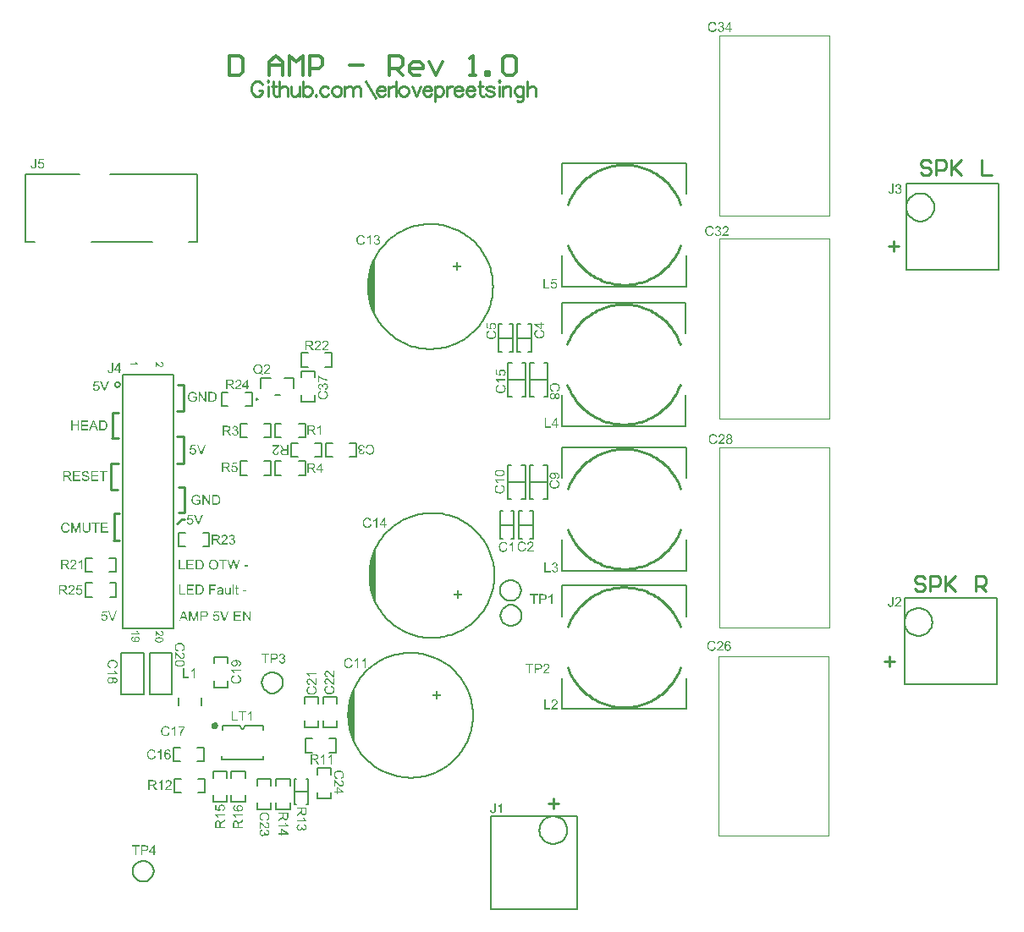
<source format=gto>
G04*
G04 #@! TF.GenerationSoftware,Altium Limited,Altium Designer,20.0.13 (296)*
G04*
G04 Layer_Color=65535*
%FSLAX25Y25*%
%MOIN*%
G70*
G01*
G75*
%ADD10C,0.00787*%
%ADD11C,0.00800*%
%ADD12C,0.00500*%
%ADD13C,0.01000*%
%ADD14C,0.00591*%
%ADD15C,0.01181*%
%ADD16C,0.00394*%
%ADD17C,0.00600*%
%ADD18C,0.00700*%
%ADD19C,0.01378*%
G36*
X132337Y68271D02*
X131769Y69489D01*
X130905Y72033D01*
X130324Y74656D01*
X130031Y77327D01*
Y80013D01*
X130324Y82684D01*
X130905Y85307D01*
X131769Y87852D01*
X132337Y89069D01*
Y89069D01*
Y68271D01*
D02*
G37*
G36*
X140739Y123401D02*
X140171Y124618D01*
X139308Y127163D01*
X138726Y129786D01*
X138434Y132457D01*
Y135143D01*
X138726Y137814D01*
X139308Y140437D01*
X140171Y142982D01*
X140739Y144199D01*
Y144199D01*
Y123401D01*
D02*
G37*
G36*
X140172Y237231D02*
X139604Y238449D01*
X138740Y240993D01*
X138159Y243616D01*
X137866Y246287D01*
Y248973D01*
X138159Y251644D01*
X138740Y254267D01*
X139604Y256811D01*
X140172Y258029D01*
Y258029D01*
Y237231D01*
D02*
G37*
G36*
X211405Y174342D02*
X211478D01*
X211561Y174336D01*
X211644Y174325D01*
X211833Y174309D01*
X212033Y174281D01*
X212221Y174242D01*
X212316Y174214D01*
X212399Y174186D01*
X212404D01*
X212416Y174181D01*
X212438Y174170D01*
X212471Y174159D01*
X212504Y174142D01*
X212549Y174120D01*
X212643Y174064D01*
X212749Y173998D01*
X212860Y173920D01*
X212965Y173820D01*
X213059Y173709D01*
Y173704D01*
X213070Y173693D01*
X213082Y173676D01*
X213093Y173654D01*
X213109Y173620D01*
X213131Y173587D01*
X213154Y173543D01*
X213170Y173498D01*
X213215Y173393D01*
X213254Y173265D01*
X213276Y173126D01*
X213287Y172971D01*
Y172927D01*
X213281Y172899D01*
Y172860D01*
X213276Y172816D01*
X213254Y172710D01*
X213226Y172594D01*
X213181Y172471D01*
X213120Y172349D01*
X213082Y172288D01*
X213037Y172233D01*
X213032Y172227D01*
X213026Y172222D01*
X213009Y172205D01*
X212993Y172188D01*
X212965Y172166D01*
X212932Y172139D01*
X212854Y172083D01*
X212754Y172028D01*
X212632Y171972D01*
X212493Y171928D01*
X212332Y171894D01*
X212293Y172349D01*
X212299D01*
X212310Y172355D01*
X212321D01*
X212343Y172361D01*
X212404Y172377D01*
X212471Y172399D01*
X212549Y172427D01*
X212627Y172466D01*
X212699Y172510D01*
X212760Y172566D01*
X212765Y172571D01*
X212782Y172594D01*
X212804Y172632D01*
X212826Y172677D01*
X212854Y172738D01*
X212876Y172810D01*
X212893Y172893D01*
X212898Y172982D01*
Y173021D01*
X212893Y173060D01*
X212887Y173110D01*
X212876Y173171D01*
X212860Y173232D01*
X212837Y173298D01*
X212804Y173360D01*
X212799Y173365D01*
X212787Y173387D01*
X212765Y173421D01*
X212732Y173454D01*
X212693Y173498D01*
X212649Y173543D01*
X212599Y173587D01*
X212538Y173631D01*
X212532Y173637D01*
X212504Y173648D01*
X212466Y173670D01*
X212416Y173693D01*
X212349Y173720D01*
X212271Y173748D01*
X212182Y173776D01*
X212083Y173803D01*
X212077D01*
X212071Y173809D01*
X212055D01*
X212033Y173815D01*
X211977Y173826D01*
X211905Y173842D01*
X211816Y173853D01*
X211722Y173864D01*
X211616Y173870D01*
X211505Y173876D01*
X211500D01*
X211483D01*
X211455D01*
X211411D01*
X211422Y173870D01*
X211450Y173848D01*
X211489Y173815D01*
X211544Y173776D01*
X211600Y173720D01*
X211661Y173654D01*
X211722Y173576D01*
X211777Y173487D01*
X211783Y173476D01*
X211800Y173443D01*
X211822Y173393D01*
X211844Y173332D01*
X211872Y173249D01*
X211894Y173160D01*
X211911Y173060D01*
X211916Y172954D01*
Y172910D01*
X211911Y172877D01*
X211905Y172832D01*
X211899Y172788D01*
X211888Y172732D01*
X211872Y172677D01*
X211833Y172549D01*
X211805Y172483D01*
X211772Y172416D01*
X211733Y172344D01*
X211683Y172277D01*
X211633Y172211D01*
X211572Y172150D01*
X211566Y172144D01*
X211555Y172133D01*
X211539Y172122D01*
X211511Y172100D01*
X211472Y172072D01*
X211433Y172044D01*
X211383Y172016D01*
X211328Y171989D01*
X211267Y171955D01*
X211200Y171928D01*
X211122Y171900D01*
X211045Y171872D01*
X210956Y171850D01*
X210861Y171839D01*
X210767Y171828D01*
X210662Y171822D01*
X210656D01*
X210634D01*
X210606D01*
X210567Y171828D01*
X210518Y171833D01*
X210456Y171839D01*
X210395Y171850D01*
X210323Y171867D01*
X210179Y171905D01*
X210101Y171933D01*
X210018Y171966D01*
X209940Y172005D01*
X209868Y172055D01*
X209790Y172105D01*
X209724Y172166D01*
X209718Y172172D01*
X209707Y172183D01*
X209690Y172199D01*
X209668Y172227D01*
X209641Y172261D01*
X209607Y172305D01*
X209579Y172349D01*
X209541Y172405D01*
X209507Y172460D01*
X209480Y172527D01*
X209419Y172677D01*
X209396Y172755D01*
X209380Y172843D01*
X209369Y172932D01*
X209363Y173027D01*
Y173065D01*
X209369Y173093D01*
Y173121D01*
X209374Y173160D01*
X209391Y173254D01*
X209413Y173360D01*
X209452Y173476D01*
X209502Y173593D01*
X209568Y173709D01*
Y173715D01*
X209579Y173720D01*
X209591Y173737D01*
X209607Y173759D01*
X209652Y173815D01*
X209713Y173887D01*
X209796Y173959D01*
X209896Y174042D01*
X210012Y174114D01*
X210146Y174181D01*
X210151D01*
X210162Y174186D01*
X210185Y174197D01*
X210212Y174209D01*
X210251Y174220D01*
X210301Y174236D01*
X210356Y174248D01*
X210418Y174264D01*
X210490Y174281D01*
X210573Y174297D01*
X210662Y174309D01*
X210756Y174320D01*
X210861Y174331D01*
X210973Y174342D01*
X211095Y174347D01*
X211222D01*
X211228D01*
X211256D01*
X211295D01*
X211344D01*
X211405Y174342D01*
D02*
G37*
G36*
X212033Y171384D02*
X212066Y171373D01*
X212110Y171356D01*
X212160Y171339D01*
X212221Y171317D01*
X212288Y171289D01*
X212360Y171256D01*
X212515Y171178D01*
X212671Y171078D01*
X212749Y171017D01*
X212826Y170956D01*
X212893Y170890D01*
X212960Y170812D01*
X212965Y170807D01*
X212976Y170795D01*
X212987Y170768D01*
X213009Y170740D01*
X213037Y170695D01*
X213065Y170651D01*
X213093Y170590D01*
X213120Y170529D01*
X213154Y170457D01*
X213181Y170379D01*
X213209Y170296D01*
X213237Y170207D01*
X213259Y170113D01*
X213270Y170013D01*
X213281Y169907D01*
X213287Y169796D01*
Y169735D01*
X213281Y169691D01*
Y169641D01*
X213276Y169580D01*
X213265Y169513D01*
X213254Y169436D01*
X213226Y169275D01*
X213181Y169108D01*
X213120Y168942D01*
X213082Y168864D01*
X213037Y168786D01*
X213032Y168781D01*
X213026Y168770D01*
X213009Y168747D01*
X212987Y168725D01*
X212965Y168692D01*
X212932Y168653D01*
X212893Y168609D01*
X212848Y168564D01*
X212799Y168520D01*
X212749Y168470D01*
X212621Y168370D01*
X212471Y168276D01*
X212305Y168192D01*
X212299D01*
X212282Y168181D01*
X212255Y168176D01*
X212221Y168159D01*
X212177Y168148D01*
X212121Y168131D01*
X212060Y168109D01*
X211994Y168093D01*
X211922Y168076D01*
X211838Y168054D01*
X211666Y168026D01*
X211472Y168004D01*
X211272Y167993D01*
X211267D01*
X211245D01*
X211211D01*
X211172Y167998D01*
X211117D01*
X211061Y168004D01*
X210989Y168009D01*
X210917Y168020D01*
X210756Y168048D01*
X210578Y168087D01*
X210401Y168142D01*
X210229Y168220D01*
X210223Y168226D01*
X210207Y168231D01*
X210185Y168242D01*
X210157Y168265D01*
X210118Y168287D01*
X210073Y168315D01*
X209974Y168387D01*
X209863Y168481D01*
X209752Y168592D01*
X209641Y168720D01*
X209546Y168869D01*
X209541Y168875D01*
X209535Y168892D01*
X209524Y168914D01*
X209507Y168942D01*
X209491Y168986D01*
X209474Y169030D01*
X209452Y169086D01*
X209430Y169147D01*
X209407Y169214D01*
X209385Y169286D01*
X209352Y169441D01*
X209324Y169619D01*
X209313Y169802D01*
Y169857D01*
X209319Y169896D01*
X209324Y169946D01*
X209330Y170007D01*
X209335Y170068D01*
X209352Y170141D01*
X209385Y170290D01*
X209435Y170457D01*
X209469Y170540D01*
X209507Y170618D01*
X209557Y170695D01*
X209607Y170773D01*
X209613Y170779D01*
X209618Y170790D01*
X209635Y170812D01*
X209663Y170840D01*
X209690Y170868D01*
X209729Y170906D01*
X209774Y170945D01*
X209818Y170990D01*
X209874Y171034D01*
X209940Y171078D01*
X210007Y171128D01*
X210079Y171173D01*
X210162Y171212D01*
X210245Y171256D01*
X210334Y171289D01*
X210434Y171323D01*
X210551Y170823D01*
X210545D01*
X210534Y170818D01*
X210512Y170807D01*
X210484Y170795D01*
X210451Y170784D01*
X210406Y170768D01*
X210318Y170723D01*
X210218Y170668D01*
X210118Y170601D01*
X210023Y170518D01*
X209940Y170429D01*
X209929Y170418D01*
X209907Y170385D01*
X209879Y170329D01*
X209840Y170257D01*
X209807Y170163D01*
X209774Y170057D01*
X209752Y169930D01*
X209746Y169791D01*
Y169746D01*
X209752Y169719D01*
Y169680D01*
X209757Y169635D01*
X209774Y169530D01*
X209796Y169413D01*
X209835Y169291D01*
X209890Y169164D01*
X209962Y169047D01*
Y169042D01*
X209974Y169036D01*
X210001Y168997D01*
X210046Y168947D01*
X210112Y168886D01*
X210196Y168814D01*
X210290Y168747D01*
X210406Y168686D01*
X210534Y168631D01*
X210540D01*
X210551Y168625D01*
X210567Y168620D01*
X210595Y168614D01*
X210629Y168603D01*
X210667Y168592D01*
X210762Y168575D01*
X210873Y168553D01*
X210995Y168531D01*
X211128Y168520D01*
X211272Y168514D01*
X211278D01*
X211295D01*
X211322D01*
X211355D01*
X211394Y168520D01*
X211444D01*
X211500Y168525D01*
X211561Y168531D01*
X211694Y168548D01*
X211838Y168575D01*
X211983Y168609D01*
X212127Y168653D01*
X212133D01*
X212144Y168659D01*
X212160Y168670D01*
X212188Y168681D01*
X212255Y168714D01*
X212332Y168764D01*
X212421Y168825D01*
X212515Y168903D01*
X212599Y168992D01*
X212676Y169097D01*
Y169103D01*
X212682Y169114D01*
X212693Y169130D01*
X212704Y169153D01*
X212715Y169180D01*
X212732Y169214D01*
X212765Y169291D01*
X212799Y169391D01*
X212826Y169502D01*
X212848Y169624D01*
X212854Y169752D01*
Y169791D01*
X212848Y169824D01*
Y169863D01*
X212843Y169902D01*
X212821Y170002D01*
X212793Y170118D01*
X212749Y170235D01*
X212687Y170357D01*
X212654Y170418D01*
X212610Y170474D01*
X212604Y170479D01*
X212599Y170485D01*
X212582Y170501D01*
X212565Y170523D01*
X212538Y170546D01*
X212504Y170573D01*
X212471Y170607D01*
X212427Y170634D01*
X212377Y170668D01*
X212321Y170707D01*
X212266Y170740D01*
X212199Y170773D01*
X212127Y170801D01*
X212049Y170829D01*
X211966Y170856D01*
X211877Y170879D01*
X212005Y171389D01*
X212010D01*
X212033Y171384D01*
D02*
G37*
G36*
X173088Y255919D02*
X174458D01*
Y255343D01*
X173088D01*
Y253958D01*
X172504D01*
Y255343D01*
X171134D01*
Y255919D01*
X172504D01*
Y257290D01*
X173088D01*
Y255919D01*
D02*
G37*
G36*
X173436Y126478D02*
X174807D01*
Y125902D01*
X173436D01*
Y124516D01*
X172853D01*
Y125902D01*
X171483D01*
Y126478D01*
X172853D01*
Y127848D01*
X173436D01*
Y126478D01*
D02*
G37*
G36*
X165253Y86959D02*
X166623D01*
Y86383D01*
X165253D01*
Y84998D01*
X164669D01*
Y86383D01*
X163299D01*
Y86959D01*
X164669D01*
Y88330D01*
X165253D01*
Y86959D01*
D02*
G37*
G36*
X54168Y111971D02*
X54209Y111966D01*
X54256Y111957D01*
X54302Y111948D01*
X54353Y111929D01*
X54357D01*
X54362Y111925D01*
X54390Y111915D01*
X54431Y111897D01*
X54487Y111869D01*
X54551Y111832D01*
X54625Y111786D01*
X54699Y111735D01*
X54778Y111670D01*
X54782D01*
X54787Y111661D01*
X54815Y111638D01*
X54856Y111597D01*
X54916Y111536D01*
X54985Y111467D01*
X55069Y111379D01*
X55161Y111273D01*
X55258Y111158D01*
X55263Y111153D01*
X55277Y111135D01*
X55300Y111107D01*
X55327Y111074D01*
X55364Y111033D01*
X55406Y110982D01*
X55452Y110931D01*
X55503Y110871D01*
X55614Y110756D01*
X55725Y110640D01*
X55780Y110585D01*
X55836Y110534D01*
X55886Y110488D01*
X55937Y110451D01*
X55942D01*
X55946Y110442D01*
X55960Y110432D01*
X55979Y110423D01*
X56030Y110391D01*
X56090Y110354D01*
X56164Y110321D01*
X56242Y110289D01*
X56330Y110271D01*
X56413Y110261D01*
X56418D01*
X56422D01*
X56450Y110266D01*
X56496Y110271D01*
X56547Y110284D01*
X56612Y110303D01*
X56676Y110335D01*
X56741Y110377D01*
X56806Y110432D01*
X56815Y110442D01*
X56833Y110465D01*
X56857Y110497D01*
X56889Y110548D01*
X56917Y110612D01*
X56944Y110686D01*
X56963Y110774D01*
X56968Y110871D01*
Y110899D01*
X56963Y110917D01*
X56958Y110973D01*
X56944Y111037D01*
X56926Y111107D01*
X56894Y111185D01*
X56852Y111259D01*
X56797Y111328D01*
X56787Y111338D01*
X56764Y111356D01*
X56727Y111384D01*
X56672Y111412D01*
X56607Y111444D01*
X56524Y111472D01*
X56432Y111490D01*
X56325Y111499D01*
X56367Y111901D01*
X56371D01*
X56385Y111897D01*
X56409D01*
X56441Y111892D01*
X56478Y111883D01*
X56519Y111874D01*
X56570Y111860D01*
X56621Y111846D01*
X56732Y111809D01*
X56843Y111753D01*
X56898Y111721D01*
X56954Y111680D01*
X57004Y111638D01*
X57051Y111592D01*
X57055Y111587D01*
X57060Y111578D01*
X57074Y111564D01*
X57088Y111541D01*
X57106Y111513D01*
X57125Y111481D01*
X57148Y111444D01*
X57171Y111398D01*
X57194Y111347D01*
X57217Y111292D01*
X57235Y111232D01*
X57254Y111167D01*
X57268Y111098D01*
X57282Y111024D01*
X57286Y110945D01*
X57291Y110862D01*
Y110816D01*
X57286Y110783D01*
X57282Y110746D01*
X57277Y110700D01*
X57268Y110649D01*
X57259Y110599D01*
X57226Y110478D01*
X57180Y110358D01*
X57152Y110298D01*
X57120Y110238D01*
X57078Y110183D01*
X57032Y110132D01*
X57028Y110127D01*
X57023Y110118D01*
X57004Y110109D01*
X56986Y110090D01*
X56963Y110067D01*
X56931Y110044D01*
X56898Y110021D01*
X56857Y109993D01*
X56769Y109947D01*
X56658Y109901D01*
X56603Y109882D01*
X56538Y109873D01*
X56473Y109864D01*
X56404Y109859D01*
X56395D01*
X56371D01*
X56335Y109864D01*
X56284Y109869D01*
X56228Y109878D01*
X56164Y109896D01*
X56094Y109915D01*
X56025Y109942D01*
X56016Y109947D01*
X55993Y109956D01*
X55956Y109975D01*
X55905Y110003D01*
X55849Y110039D01*
X55780Y110086D01*
X55711Y110141D01*
X55632Y110206D01*
X55623Y110215D01*
X55595Y110238D01*
X55572Y110261D01*
X55549Y110284D01*
X55521Y110312D01*
X55484Y110349D01*
X55448Y110386D01*
X55406Y110432D01*
X55360Y110478D01*
X55309Y110534D01*
X55258Y110594D01*
X55198Y110659D01*
X55138Y110732D01*
X55073Y110806D01*
X55069Y110811D01*
X55059Y110820D01*
X55046Y110839D01*
X55027Y110862D01*
X54999Y110890D01*
X54972Y110922D01*
X54912Y110996D01*
X54842Y111074D01*
X54773Y111148D01*
X54713Y111213D01*
X54690Y111241D01*
X54667Y111264D01*
X54662Y111268D01*
X54648Y111282D01*
X54630Y111301D01*
X54602Y111324D01*
X54570Y111347D01*
X54537Y111375D01*
X54459Y111430D01*
Y109855D01*
X54080D01*
Y111975D01*
X54085D01*
X54103D01*
X54131D01*
X54168Y111971D01*
D02*
G37*
G36*
X55799Y109430D02*
X55854D01*
X55914Y109425D01*
X55983Y109420D01*
X56127Y109407D01*
X56279Y109383D01*
X56432Y109356D01*
X56501Y109337D01*
X56570Y109319D01*
X56575D01*
X56584Y109314D01*
X56603Y109305D01*
X56626Y109296D01*
X56658Y109286D01*
X56690Y109268D01*
X56769Y109231D01*
X56852Y109185D01*
X56940Y109125D01*
X57028Y109055D01*
X57102Y108972D01*
Y108968D01*
X57111Y108963D01*
X57120Y108949D01*
X57129Y108931D01*
X57148Y108908D01*
X57161Y108880D01*
X57199Y108811D01*
X57231Y108727D01*
X57263Y108630D01*
X57282Y108515D01*
X57291Y108390D01*
Y108349D01*
X57286Y108298D01*
X57277Y108238D01*
X57263Y108168D01*
X57245Y108095D01*
X57222Y108016D01*
X57185Y107942D01*
Y107937D01*
X57180Y107933D01*
X57166Y107910D01*
X57143Y107873D01*
X57111Y107826D01*
X57064Y107776D01*
X57014Y107720D01*
X56954Y107669D01*
X56884Y107619D01*
X56875Y107614D01*
X56852Y107596D01*
X56810Y107577D01*
X56750Y107545D01*
X56681Y107517D01*
X56603Y107480D01*
X56510Y107448D01*
X56409Y107420D01*
X56404D01*
X56395Y107415D01*
X56381Y107411D01*
X56358Y107406D01*
X56330Y107402D01*
X56298Y107397D01*
X56256Y107388D01*
X56210Y107383D01*
X56159Y107374D01*
X56104Y107369D01*
X56039Y107364D01*
X55974Y107355D01*
X55900Y107351D01*
X55826D01*
X55743Y107346D01*
X55655D01*
X55651D01*
X55632D01*
X55600D01*
X55563D01*
X55512Y107351D01*
X55457D01*
X55397Y107355D01*
X55332Y107360D01*
X55184Y107374D01*
X55032Y107397D01*
X54884Y107425D01*
X54815Y107443D01*
X54745Y107466D01*
X54741D01*
X54731Y107471D01*
X54713Y107480D01*
X54690Y107489D01*
X54658Y107499D01*
X54625Y107517D01*
X54547Y107554D01*
X54463Y107600D01*
X54371Y107660D01*
X54288Y107729D01*
X54209Y107813D01*
Y107817D01*
X54200Y107822D01*
X54191Y107836D01*
X54182Y107854D01*
X54168Y107877D01*
X54149Y107901D01*
X54117Y107970D01*
X54085Y108053D01*
X54052Y108150D01*
X54034Y108265D01*
X54025Y108390D01*
Y108436D01*
X54029Y108469D01*
X54034Y108506D01*
X54043Y108552D01*
X54052Y108603D01*
X54066Y108658D01*
X54085Y108714D01*
X54103Y108774D01*
X54131Y108834D01*
X54163Y108894D01*
X54200Y108954D01*
X54246Y109014D01*
X54297Y109069D01*
X54353Y109120D01*
X54357Y109125D01*
X54371Y109134D01*
X54394Y109148D01*
X54431Y109171D01*
X54473Y109194D01*
X54528Y109217D01*
X54593Y109249D01*
X54667Y109277D01*
X54750Y109305D01*
X54847Y109333D01*
X54953Y109360D01*
X55073Y109383D01*
X55203Y109407D01*
X55341Y109420D01*
X55494Y109430D01*
X55655Y109434D01*
X55660D01*
X55678D01*
X55711D01*
X55748D01*
X55799Y109430D01*
D02*
G37*
G36*
X47087Y111835D02*
X47096Y111826D01*
X47101Y111808D01*
X47115Y111785D01*
X47129Y111757D01*
X47147Y111724D01*
X47193Y111646D01*
X47244Y111554D01*
X47309Y111461D01*
X47383Y111364D01*
X47461Y111267D01*
X47466Y111263D01*
X47471Y111258D01*
X47484Y111244D01*
X47498Y111225D01*
X47544Y111184D01*
X47600Y111128D01*
X47664Y111073D01*
X47738Y111013D01*
X47812Y110962D01*
X47891Y110916D01*
Y110662D01*
X44680D01*
Y111055D01*
X47179D01*
X47175Y111059D01*
X47156Y111082D01*
X47129Y111110D01*
X47096Y111156D01*
X47055Y111207D01*
X47008Y111272D01*
X46958Y111346D01*
X46907Y111429D01*
Y111433D01*
X46902Y111438D01*
X46884Y111466D01*
X46861Y111512D01*
X46833Y111567D01*
X46801Y111632D01*
X46768Y111701D01*
X46736Y111771D01*
X46708Y111840D01*
X47087D01*
Y111835D01*
D02*
G37*
G36*
X46888Y109650D02*
X46930Y109645D01*
X46981Y109641D01*
X47032Y109632D01*
X47092Y109618D01*
X47212Y109585D01*
X47276Y109562D01*
X47346Y109535D01*
X47410Y109502D01*
X47471Y109461D01*
X47535Y109419D01*
X47591Y109368D01*
X47595Y109364D01*
X47605Y109354D01*
X47618Y109341D01*
X47637Y109318D01*
X47660Y109290D01*
X47688Y109253D01*
X47711Y109216D01*
X47743Y109170D01*
X47771Y109123D01*
X47794Y109068D01*
X47845Y108943D01*
X47863Y108879D01*
X47877Y108805D01*
X47886Y108731D01*
X47891Y108652D01*
Y108620D01*
X47886Y108597D01*
Y108574D01*
X47882Y108541D01*
X47868Y108463D01*
X47849Y108375D01*
X47817Y108278D01*
X47775Y108181D01*
X47720Y108084D01*
Y108079D01*
X47711Y108075D01*
X47701Y108061D01*
X47688Y108042D01*
X47651Y107996D01*
X47600Y107936D01*
X47530Y107876D01*
X47447Y107807D01*
X47350Y107747D01*
X47240Y107691D01*
X47235D01*
X47226Y107687D01*
X47207Y107677D01*
X47184Y107668D01*
X47152Y107659D01*
X47110Y107645D01*
X47064Y107636D01*
X47013Y107622D01*
X46953Y107608D01*
X46884Y107594D01*
X46810Y107585D01*
X46731Y107576D01*
X46643Y107566D01*
X46551Y107557D01*
X46450Y107553D01*
X46343D01*
X46339D01*
X46316D01*
X46283D01*
X46242D01*
X46191Y107557D01*
X46131D01*
X46061Y107562D01*
X45992Y107571D01*
X45835Y107585D01*
X45669Y107608D01*
X45512Y107640D01*
X45433Y107664D01*
X45364Y107687D01*
X45359D01*
X45350Y107691D01*
X45331Y107701D01*
X45304Y107710D01*
X45276Y107724D01*
X45239Y107742D01*
X45160Y107788D01*
X45073Y107844D01*
X44980Y107908D01*
X44892Y107992D01*
X44814Y108084D01*
Y108089D01*
X44805Y108098D01*
X44796Y108112D01*
X44786Y108130D01*
X44772Y108158D01*
X44754Y108186D01*
X44735Y108222D01*
X44722Y108259D01*
X44685Y108347D01*
X44652Y108454D01*
X44634Y108569D01*
X44625Y108698D01*
Y108735D01*
X44629Y108758D01*
Y108791D01*
X44634Y108828D01*
X44652Y108915D01*
X44675Y109013D01*
X44712Y109114D01*
X44763Y109216D01*
X44796Y109267D01*
X44833Y109313D01*
X44837Y109318D01*
X44842Y109322D01*
X44856Y109336D01*
X44869Y109350D01*
X44892Y109368D01*
X44920Y109391D01*
X44985Y109438D01*
X45068Y109484D01*
X45170Y109530D01*
X45285Y109567D01*
X45419Y109595D01*
X45452Y109216D01*
X45447D01*
X45438Y109211D01*
X45428D01*
X45410Y109207D01*
X45359Y109193D01*
X45304Y109174D01*
X45239Y109151D01*
X45174Y109119D01*
X45114Y109082D01*
X45063Y109036D01*
X45059Y109031D01*
X45045Y109013D01*
X45026Y108980D01*
X45008Y108943D01*
X44985Y108892D01*
X44966Y108832D01*
X44953Y108763D01*
X44948Y108689D01*
Y108657D01*
X44953Y108624D01*
X44957Y108583D01*
X44966Y108532D01*
X44980Y108481D01*
X44999Y108426D01*
X45026Y108375D01*
X45031Y108370D01*
X45040Y108352D01*
X45059Y108324D01*
X45087Y108297D01*
X45119Y108259D01*
X45156Y108222D01*
X45197Y108186D01*
X45248Y108149D01*
X45253Y108144D01*
X45276Y108135D01*
X45308Y108116D01*
X45350Y108098D01*
X45405Y108075D01*
X45470Y108052D01*
X45544Y108028D01*
X45627Y108005D01*
X45632D01*
X45636Y108001D01*
X45650D01*
X45669Y107996D01*
X45715Y107987D01*
X45775Y107973D01*
X45849Y107964D01*
X45927Y107955D01*
X46015Y107950D01*
X46108Y107945D01*
X46112D01*
X46126D01*
X46149D01*
X46186D01*
X46177Y107950D01*
X46154Y107968D01*
X46121Y107996D01*
X46075Y108028D01*
X46029Y108075D01*
X45978Y108130D01*
X45927Y108195D01*
X45881Y108269D01*
X45877Y108278D01*
X45863Y108306D01*
X45844Y108347D01*
X45826Y108398D01*
X45803Y108467D01*
X45784Y108541D01*
X45770Y108624D01*
X45766Y108712D01*
Y108749D01*
X45770Y108777D01*
X45775Y108814D01*
X45780Y108851D01*
X45789Y108897D01*
X45803Y108943D01*
X45835Y109049D01*
X45858Y109105D01*
X45886Y109160D01*
X45918Y109221D01*
X45960Y109276D01*
X46001Y109331D01*
X46052Y109382D01*
X46057Y109387D01*
X46066Y109396D01*
X46080Y109405D01*
X46103Y109424D01*
X46135Y109447D01*
X46168Y109470D01*
X46209Y109493D01*
X46255Y109516D01*
X46306Y109544D01*
X46362Y109567D01*
X46426Y109590D01*
X46491Y109613D01*
X46565Y109632D01*
X46643Y109641D01*
X46722Y109650D01*
X46810Y109655D01*
X46814D01*
X46833D01*
X46856D01*
X46888Y109650D01*
D02*
G37*
G36*
X46487Y217975D02*
X46496Y217966D01*
X46501Y217948D01*
X46515Y217924D01*
X46529Y217897D01*
X46547Y217864D01*
X46593Y217786D01*
X46644Y217693D01*
X46709Y217601D01*
X46783Y217504D01*
X46861Y217407D01*
X46866Y217402D01*
X46870Y217398D01*
X46884Y217384D01*
X46898Y217366D01*
X46944Y217324D01*
X47000Y217268D01*
X47065Y217213D01*
X47138Y217153D01*
X47212Y217102D01*
X47291Y217056D01*
Y216802D01*
X44080D01*
Y217195D01*
X46579D01*
X46575Y217199D01*
X46556Y217222D01*
X46529Y217250D01*
X46496Y217296D01*
X46455Y217347D01*
X46409Y217412D01*
X46358Y217486D01*
X46307Y217569D01*
Y217573D01*
X46302Y217578D01*
X46284Y217606D01*
X46261Y217652D01*
X46233Y217707D01*
X46201Y217772D01*
X46168Y217841D01*
X46136Y217911D01*
X46108Y217980D01*
X46487D01*
Y217975D01*
D02*
G37*
G36*
X54168Y217971D02*
X54209Y217966D01*
X54256Y217957D01*
X54302Y217948D01*
X54353Y217929D01*
X54357D01*
X54362Y217924D01*
X54390Y217915D01*
X54431Y217897D01*
X54487Y217869D01*
X54551Y217832D01*
X54625Y217786D01*
X54699Y217735D01*
X54778Y217670D01*
X54782D01*
X54787Y217661D01*
X54815Y217638D01*
X54856Y217597D01*
X54916Y217536D01*
X54985Y217467D01*
X55069Y217379D01*
X55161Y217273D01*
X55258Y217158D01*
X55263Y217153D01*
X55277Y217134D01*
X55300Y217107D01*
X55327Y217074D01*
X55364Y217033D01*
X55406Y216982D01*
X55452Y216931D01*
X55503Y216871D01*
X55614Y216756D01*
X55725Y216640D01*
X55780Y216585D01*
X55836Y216534D01*
X55886Y216488D01*
X55937Y216451D01*
X55942D01*
X55946Y216441D01*
X55960Y216432D01*
X55979Y216423D01*
X56030Y216391D01*
X56090Y216354D01*
X56164Y216321D01*
X56242Y216289D01*
X56330Y216270D01*
X56413Y216261D01*
X56418D01*
X56422D01*
X56450Y216266D01*
X56496Y216270D01*
X56547Y216284D01*
X56612Y216303D01*
X56676Y216335D01*
X56741Y216377D01*
X56806Y216432D01*
X56815Y216441D01*
X56833Y216465D01*
X56857Y216497D01*
X56889Y216548D01*
X56917Y216612D01*
X56944Y216686D01*
X56963Y216774D01*
X56968Y216871D01*
Y216899D01*
X56963Y216917D01*
X56958Y216973D01*
X56944Y217037D01*
X56926Y217107D01*
X56894Y217185D01*
X56852Y217259D01*
X56797Y217329D01*
X56787Y217338D01*
X56764Y217356D01*
X56727Y217384D01*
X56672Y217412D01*
X56607Y217444D01*
X56524Y217472D01*
X56432Y217490D01*
X56325Y217499D01*
X56367Y217901D01*
X56371D01*
X56385Y217897D01*
X56409D01*
X56441Y217892D01*
X56478Y217883D01*
X56519Y217874D01*
X56570Y217860D01*
X56621Y217846D01*
X56732Y217809D01*
X56843Y217754D01*
X56898Y217721D01*
X56954Y217680D01*
X57004Y217638D01*
X57051Y217592D01*
X57055Y217587D01*
X57060Y217578D01*
X57074Y217564D01*
X57088Y217541D01*
X57106Y217513D01*
X57125Y217481D01*
X57148Y217444D01*
X57171Y217398D01*
X57194Y217347D01*
X57217Y217291D01*
X57235Y217231D01*
X57254Y217167D01*
X57268Y217097D01*
X57282Y217024D01*
X57286Y216945D01*
X57291Y216862D01*
Y216816D01*
X57286Y216783D01*
X57282Y216746D01*
X57277Y216700D01*
X57268Y216649D01*
X57259Y216599D01*
X57226Y216478D01*
X57180Y216358D01*
X57152Y216298D01*
X57120Y216238D01*
X57078Y216183D01*
X57032Y216132D01*
X57028Y216127D01*
X57023Y216118D01*
X57004Y216109D01*
X56986Y216090D01*
X56963Y216067D01*
X56931Y216044D01*
X56898Y216021D01*
X56857Y215993D01*
X56769Y215947D01*
X56658Y215901D01*
X56603Y215882D01*
X56538Y215873D01*
X56473Y215864D01*
X56404Y215859D01*
X56395D01*
X56371D01*
X56335Y215864D01*
X56284Y215869D01*
X56228Y215878D01*
X56164Y215896D01*
X56094Y215915D01*
X56025Y215943D01*
X56016Y215947D01*
X55993Y215956D01*
X55956Y215975D01*
X55905Y216003D01*
X55849Y216039D01*
X55780Y216086D01*
X55711Y216141D01*
X55632Y216206D01*
X55623Y216215D01*
X55595Y216238D01*
X55572Y216261D01*
X55549Y216284D01*
X55521Y216312D01*
X55484Y216349D01*
X55448Y216386D01*
X55406Y216432D01*
X55360Y216478D01*
X55309Y216534D01*
X55258Y216594D01*
X55198Y216659D01*
X55138Y216733D01*
X55073Y216806D01*
X55069Y216811D01*
X55059Y216820D01*
X55046Y216839D01*
X55027Y216862D01*
X54999Y216890D01*
X54972Y216922D01*
X54912Y216996D01*
X54842Y217074D01*
X54773Y217148D01*
X54713Y217213D01*
X54690Y217241D01*
X54667Y217264D01*
X54662Y217268D01*
X54648Y217282D01*
X54630Y217301D01*
X54602Y217324D01*
X54570Y217347D01*
X54537Y217375D01*
X54459Y217430D01*
Y215855D01*
X54080D01*
Y217975D01*
X54085D01*
X54103D01*
X54131D01*
X54168Y217971D01*
D02*
G37*
G36*
X71341Y153797D02*
X70808D01*
X69321Y157637D01*
X69876D01*
X70875Y154846D01*
Y154840D01*
X70880Y154829D01*
X70886Y154812D01*
X70897Y154790D01*
X70902Y154757D01*
X70913Y154724D01*
X70941Y154640D01*
X70974Y154546D01*
X71008Y154440D01*
X71074Y154218D01*
Y154224D01*
X71080Y154235D01*
X71086Y154252D01*
X71091Y154274D01*
X71108Y154335D01*
X71135Y154418D01*
X71163Y154513D01*
X71197Y154618D01*
X71235Y154729D01*
X71280Y154846D01*
X72323Y157637D01*
X72839D01*
X71341Y153797D01*
D02*
G37*
G36*
X68904Y157138D02*
X67367D01*
X67162Y156100D01*
X67167Y156105D01*
X67178Y156111D01*
X67195Y156122D01*
X67223Y156139D01*
X67256Y156155D01*
X67295Y156177D01*
X67384Y156222D01*
X67495Y156266D01*
X67617Y156305D01*
X67750Y156333D01*
X67817Y156344D01*
X67939D01*
X67972Y156339D01*
X68016Y156333D01*
X68066Y156327D01*
X68122Y156316D01*
X68183Y156300D01*
X68316Y156261D01*
X68388Y156233D01*
X68460Y156194D01*
X68532Y156155D01*
X68605Y156111D01*
X68671Y156055D01*
X68738Y155994D01*
X68743Y155989D01*
X68754Y155978D01*
X68771Y155961D01*
X68793Y155933D01*
X68821Y155894D01*
X68849Y155856D01*
X68882Y155806D01*
X68915Y155750D01*
X68943Y155689D01*
X68976Y155623D01*
X69004Y155545D01*
X69032Y155467D01*
X69054Y155384D01*
X69071Y155290D01*
X69082Y155195D01*
X69087Y155095D01*
Y155090D01*
Y155073D01*
Y155045D01*
X69082Y155007D01*
X69076Y154962D01*
X69071Y154912D01*
X69060Y154851D01*
X69049Y154790D01*
X69015Y154646D01*
X68960Y154496D01*
X68927Y154418D01*
X68882Y154346D01*
X68838Y154268D01*
X68782Y154196D01*
X68777Y154191D01*
X68765Y154174D01*
X68743Y154152D01*
X68716Y154124D01*
X68677Y154091D01*
X68632Y154046D01*
X68577Y154007D01*
X68516Y153963D01*
X68449Y153919D01*
X68371Y153880D01*
X68288Y153841D01*
X68199Y153802D01*
X68105Y153774D01*
X68000Y153752D01*
X67889Y153735D01*
X67772Y153730D01*
X67722D01*
X67683Y153735D01*
X67639Y153741D01*
X67589Y153747D01*
X67528Y153752D01*
X67467Y153769D01*
X67328Y153802D01*
X67189Y153852D01*
X67117Y153885D01*
X67045Y153924D01*
X66978Y153969D01*
X66912Y154019D01*
X66906Y154024D01*
X66895Y154030D01*
X66884Y154052D01*
X66862Y154074D01*
X66834Y154102D01*
X66806Y154135D01*
X66773Y154180D01*
X66745Y154229D01*
X66712Y154279D01*
X66679Y154341D01*
X66618Y154474D01*
X66568Y154629D01*
X66551Y154712D01*
X66540Y154801D01*
X67034Y154840D01*
Y154834D01*
Y154823D01*
X67040Y154807D01*
X67045Y154779D01*
X67062Y154718D01*
X67084Y154635D01*
X67117Y154551D01*
X67162Y154457D01*
X67217Y154374D01*
X67284Y154296D01*
X67295Y154291D01*
X67317Y154268D01*
X67361Y154241D01*
X67422Y154207D01*
X67489Y154174D01*
X67572Y154146D01*
X67667Y154124D01*
X67772Y154119D01*
X67805D01*
X67828Y154124D01*
X67894Y154130D01*
X67972Y154152D01*
X68066Y154180D01*
X68161Y154224D01*
X68261Y154291D01*
X68305Y154329D01*
X68349Y154374D01*
X68355Y154379D01*
X68360Y154385D01*
X68371Y154402D01*
X68388Y154418D01*
X68427Y154479D01*
X68471Y154557D01*
X68510Y154651D01*
X68549Y154768D01*
X68577Y154907D01*
X68588Y154979D01*
Y155056D01*
Y155062D01*
Y155073D01*
Y155095D01*
X68582Y155123D01*
Y155156D01*
X68577Y155195D01*
X68560Y155284D01*
X68532Y155389D01*
X68494Y155495D01*
X68438Y155595D01*
X68360Y155689D01*
Y155695D01*
X68349Y155700D01*
X68322Y155728D01*
X68272Y155767D01*
X68205Y155811D01*
X68116Y155850D01*
X68016Y155889D01*
X67900Y155917D01*
X67833Y155928D01*
X67728D01*
X67683Y155922D01*
X67628Y155917D01*
X67561Y155900D01*
X67495Y155883D01*
X67422Y155856D01*
X67350Y155822D01*
X67345Y155817D01*
X67323Y155806D01*
X67289Y155778D01*
X67245Y155750D01*
X67200Y155711D01*
X67156Y155661D01*
X67106Y155611D01*
X67067Y155550D01*
X66623Y155611D01*
X66995Y157587D01*
X68904D01*
Y157138D01*
D02*
G37*
G36*
X72431Y181437D02*
X71898D01*
X70411Y185277D01*
X70965D01*
X71965Y182485D01*
Y182480D01*
X71970Y182469D01*
X71976Y182452D01*
X71987Y182430D01*
X71992Y182397D01*
X72003Y182363D01*
X72031Y182280D01*
X72064Y182186D01*
X72098Y182080D01*
X72164Y181858D01*
Y181864D01*
X72170Y181875D01*
X72176Y181892D01*
X72181Y181914D01*
X72198Y181975D01*
X72225Y182058D01*
X72253Y182152D01*
X72286Y182258D01*
X72325Y182369D01*
X72370Y182485D01*
X73413Y185277D01*
X73929D01*
X72431Y181437D01*
D02*
G37*
G36*
X69994Y184778D02*
X68457D01*
X68252Y183740D01*
X68257Y183745D01*
X68268Y183751D01*
X68285Y183762D01*
X68313Y183779D01*
X68346Y183795D01*
X68385Y183818D01*
X68474Y183862D01*
X68585Y183906D01*
X68707Y183945D01*
X68840Y183973D01*
X68906Y183984D01*
X69029D01*
X69062Y183978D01*
X69106Y183973D01*
X69156Y183967D01*
X69212Y183956D01*
X69273Y183940D01*
X69406Y183901D01*
X69478Y183873D01*
X69550Y183834D01*
X69622Y183795D01*
X69695Y183751D01*
X69761Y183695D01*
X69828Y183634D01*
X69833Y183629D01*
X69844Y183618D01*
X69861Y183601D01*
X69883Y183573D01*
X69911Y183535D01*
X69939Y183496D01*
X69972Y183446D01*
X70005Y183390D01*
X70033Y183329D01*
X70066Y183263D01*
X70094Y183185D01*
X70122Y183107D01*
X70144Y183024D01*
X70161Y182930D01*
X70172Y182835D01*
X70177Y182735D01*
Y182730D01*
Y182713D01*
Y182685D01*
X70172Y182647D01*
X70166Y182602D01*
X70161Y182552D01*
X70150Y182491D01*
X70139Y182430D01*
X70105Y182286D01*
X70050Y182136D01*
X70016Y182058D01*
X69972Y181986D01*
X69928Y181908D01*
X69872Y181836D01*
X69867Y181831D01*
X69856Y181814D01*
X69833Y181792D01*
X69806Y181764D01*
X69767Y181731D01*
X69722Y181686D01*
X69667Y181648D01*
X69606Y181603D01*
X69539Y181559D01*
X69462Y181520D01*
X69378Y181481D01*
X69289Y181442D01*
X69195Y181414D01*
X69090Y181392D01*
X68979Y181376D01*
X68862Y181370D01*
X68812D01*
X68773Y181376D01*
X68729Y181381D01*
X68679Y181387D01*
X68618Y181392D01*
X68557Y181409D01*
X68418Y181442D01*
X68279Y181492D01*
X68207Y181525D01*
X68135Y181564D01*
X68068Y181609D01*
X68002Y181659D01*
X67996Y181664D01*
X67985Y181670D01*
X67974Y181692D01*
X67952Y181714D01*
X67924Y181742D01*
X67896Y181775D01*
X67863Y181820D01*
X67835Y181869D01*
X67802Y181920D01*
X67769Y181981D01*
X67708Y182114D01*
X67658Y182269D01*
X67641Y182352D01*
X67630Y182441D01*
X68124Y182480D01*
Y182475D01*
Y182463D01*
X68129Y182447D01*
X68135Y182419D01*
X68152Y182358D01*
X68174Y182275D01*
X68207Y182191D01*
X68252Y182097D01*
X68307Y182014D01*
X68374Y181936D01*
X68385Y181930D01*
X68407Y181908D01*
X68451Y181881D01*
X68512Y181847D01*
X68579Y181814D01*
X68662Y181786D01*
X68757Y181764D01*
X68862Y181758D01*
X68895D01*
X68918Y181764D01*
X68984Y181770D01*
X69062Y181792D01*
X69156Y181820D01*
X69251Y181864D01*
X69350Y181930D01*
X69395Y181969D01*
X69439Y182014D01*
X69445Y182019D01*
X69450Y182025D01*
X69462Y182042D01*
X69478Y182058D01*
X69517Y182119D01*
X69561Y182197D01*
X69600Y182291D01*
X69639Y182408D01*
X69667Y182547D01*
X69678Y182619D01*
Y182696D01*
Y182702D01*
Y182713D01*
Y182735D01*
X69672Y182763D01*
Y182796D01*
X69667Y182835D01*
X69650Y182924D01*
X69622Y183029D01*
X69584Y183135D01*
X69528Y183235D01*
X69450Y183329D01*
Y183335D01*
X69439Y183340D01*
X69411Y183368D01*
X69362Y183407D01*
X69295Y183451D01*
X69206Y183490D01*
X69106Y183529D01*
X68990Y183557D01*
X68923Y183568D01*
X68818D01*
X68773Y183562D01*
X68718Y183557D01*
X68651Y183540D01*
X68585Y183523D01*
X68512Y183496D01*
X68440Y183462D01*
X68435Y183457D01*
X68413Y183446D01*
X68379Y183418D01*
X68335Y183390D01*
X68290Y183351D01*
X68246Y183301D01*
X68196Y183251D01*
X68157Y183190D01*
X67713Y183251D01*
X68085Y185227D01*
X69994D01*
Y184778D01*
D02*
G37*
G36*
X24008Y190990D02*
X23497D01*
Y192799D01*
X21511D01*
Y190990D01*
X21000D01*
Y194831D01*
X21511D01*
Y193254D01*
X23497D01*
Y194831D01*
X24008D01*
Y190990D01*
D02*
G37*
G36*
X33593Y194825D02*
X33704Y194819D01*
X33815Y194808D01*
X33926Y194792D01*
X34020Y194775D01*
X34026D01*
X34037Y194770D01*
X34054D01*
X34076Y194758D01*
X34137Y194742D01*
X34215Y194714D01*
X34303Y194675D01*
X34398Y194625D01*
X34492Y194570D01*
X34581Y194498D01*
X34586Y194492D01*
X34592Y194486D01*
X34609Y194470D01*
X34631Y194453D01*
X34686Y194398D01*
X34753Y194320D01*
X34825Y194226D01*
X34903Y194115D01*
X34975Y193987D01*
X35036Y193843D01*
Y193837D01*
X35041Y193826D01*
X35053Y193804D01*
X35058Y193771D01*
X35075Y193732D01*
X35086Y193687D01*
X35097Y193637D01*
X35114Y193576D01*
X35130Y193515D01*
X35141Y193443D01*
X35169Y193288D01*
X35186Y193116D01*
X35191Y192927D01*
Y192921D01*
Y192910D01*
Y192883D01*
Y192855D01*
X35186Y192816D01*
Y192772D01*
X35180Y192666D01*
X35164Y192544D01*
X35147Y192416D01*
X35119Y192283D01*
X35086Y192150D01*
Y192144D01*
X35080Y192133D01*
X35075Y192117D01*
X35069Y192095D01*
X35047Y192033D01*
X35014Y191956D01*
X34980Y191867D01*
X34936Y191778D01*
X34881Y191684D01*
X34825Y191595D01*
X34819Y191584D01*
X34797Y191556D01*
X34764Y191517D01*
X34720Y191467D01*
X34670Y191412D01*
X34609Y191356D01*
X34548Y191295D01*
X34475Y191245D01*
X34464Y191240D01*
X34442Y191223D01*
X34403Y191201D01*
X34348Y191173D01*
X34281Y191140D01*
X34203Y191112D01*
X34115Y191079D01*
X34015Y191051D01*
X34004D01*
X33987Y191045D01*
X33970Y191040D01*
X33915Y191034D01*
X33837Y191023D01*
X33748Y191012D01*
X33643Y191001D01*
X33526Y190996D01*
X33399Y190990D01*
X32017D01*
Y194831D01*
X33493D01*
X33593Y194825D01*
D02*
G37*
G36*
X31606Y190990D02*
X31029D01*
X30579Y192156D01*
X28970D01*
X28554Y190990D01*
X28015D01*
X29480Y194831D01*
X30035D01*
X31606Y190990D01*
D02*
G37*
G36*
X27643Y194376D02*
X25373D01*
Y193204D01*
X27499D01*
Y192749D01*
X25373D01*
Y191445D01*
X27732D01*
Y190990D01*
X24863D01*
Y194831D01*
X27643D01*
Y194376D01*
D02*
G37*
G36*
X26670Y174938D02*
X26709D01*
X26814Y174927D01*
X26931Y174910D01*
X27053Y174883D01*
X27186Y174849D01*
X27308Y174805D01*
X27314D01*
X27325Y174800D01*
X27342Y174788D01*
X27364Y174777D01*
X27419Y174750D01*
X27491Y174700D01*
X27575Y174644D01*
X27658Y174572D01*
X27736Y174489D01*
X27808Y174394D01*
Y174389D01*
X27813Y174383D01*
X27824Y174367D01*
X27836Y174350D01*
X27863Y174294D01*
X27897Y174222D01*
X27935Y174134D01*
X27963Y174028D01*
X27991Y173917D01*
X28002Y173795D01*
X27514Y173756D01*
Y173762D01*
Y173773D01*
X27508Y173789D01*
X27503Y173817D01*
X27486Y173878D01*
X27464Y173961D01*
X27430Y174050D01*
X27380Y174139D01*
X27319Y174222D01*
X27242Y174300D01*
X27231Y174305D01*
X27203Y174328D01*
X27147Y174361D01*
X27075Y174394D01*
X26981Y174428D01*
X26870Y174461D01*
X26731Y174483D01*
X26576Y174489D01*
X26498D01*
X26465Y174483D01*
X26420Y174478D01*
X26320Y174467D01*
X26209Y174444D01*
X26098Y174417D01*
X25993Y174372D01*
X25949Y174344D01*
X25904Y174317D01*
X25893Y174311D01*
X25871Y174289D01*
X25837Y174250D01*
X25804Y174206D01*
X25765Y174145D01*
X25732Y174078D01*
X25710Y174000D01*
X25699Y173911D01*
Y173900D01*
Y173878D01*
X25704Y173839D01*
X25715Y173795D01*
X25732Y173740D01*
X25760Y173684D01*
X25793Y173628D01*
X25843Y173573D01*
X25849Y173567D01*
X25876Y173551D01*
X25899Y173534D01*
X25921Y173523D01*
X25954Y173506D01*
X25993Y173484D01*
X26043Y173468D01*
X26098Y173445D01*
X26159Y173423D01*
X26232Y173395D01*
X26309Y173373D01*
X26398Y173345D01*
X26498Y173323D01*
X26609Y173295D01*
X26614D01*
X26637Y173290D01*
X26670Y173284D01*
X26709Y173273D01*
X26759Y173262D01*
X26820Y173246D01*
X26881Y173229D01*
X26948Y173212D01*
X27092Y173173D01*
X27231Y173135D01*
X27297Y173112D01*
X27358Y173090D01*
X27414Y173073D01*
X27458Y173051D01*
X27464D01*
X27475Y173046D01*
X27491Y173035D01*
X27514Y173023D01*
X27575Y172990D01*
X27647Y172946D01*
X27730Y172885D01*
X27813Y172818D01*
X27891Y172740D01*
X27958Y172657D01*
X27963Y172646D01*
X27985Y172618D01*
X28008Y172568D01*
X28041Y172502D01*
X28069Y172424D01*
X28096Y172330D01*
X28113Y172224D01*
X28119Y172113D01*
Y172108D01*
Y172102D01*
Y172085D01*
Y172063D01*
X28108Y172002D01*
X28096Y171925D01*
X28074Y171836D01*
X28046Y171741D01*
X28002Y171642D01*
X27941Y171536D01*
Y171530D01*
X27935Y171525D01*
X27908Y171492D01*
X27869Y171442D01*
X27813Y171386D01*
X27741Y171320D01*
X27652Y171247D01*
X27552Y171181D01*
X27436Y171120D01*
X27430D01*
X27419Y171114D01*
X27403Y171109D01*
X27380Y171098D01*
X27347Y171087D01*
X27308Y171070D01*
X27220Y171048D01*
X27114Y171020D01*
X26986Y170992D01*
X26848Y170975D01*
X26698Y170970D01*
X26609D01*
X26565Y170975D01*
X26515D01*
X26459Y170981D01*
X26392Y170987D01*
X26254Y171009D01*
X26109Y171031D01*
X25965Y171070D01*
X25826Y171120D01*
X25821D01*
X25810Y171125D01*
X25793Y171136D01*
X25771Y171148D01*
X25704Y171181D01*
X25627Y171231D01*
X25538Y171298D01*
X25444Y171375D01*
X25355Y171469D01*
X25271Y171575D01*
Y171581D01*
X25260Y171592D01*
X25255Y171608D01*
X25238Y171630D01*
X25227Y171658D01*
X25210Y171692D01*
X25172Y171775D01*
X25133Y171880D01*
X25099Y171997D01*
X25077Y172130D01*
X25066Y172269D01*
X25543Y172313D01*
Y172308D01*
Y172302D01*
X25549Y172285D01*
Y172263D01*
X25560Y172213D01*
X25577Y172141D01*
X25599Y172069D01*
X25621Y171986D01*
X25660Y171908D01*
X25699Y171836D01*
X25704Y171830D01*
X25721Y171808D01*
X25749Y171769D01*
X25793Y171730D01*
X25849Y171680D01*
X25910Y171630D01*
X25993Y171581D01*
X26082Y171536D01*
X26087D01*
X26093Y171530D01*
X26109Y171525D01*
X26126Y171519D01*
X26182Y171503D01*
X26254Y171481D01*
X26342Y171458D01*
X26443Y171442D01*
X26553Y171431D01*
X26676Y171425D01*
X26726D01*
X26781Y171431D01*
X26848Y171436D01*
X26925Y171447D01*
X27014Y171458D01*
X27103Y171481D01*
X27186Y171508D01*
X27197Y171514D01*
X27225Y171525D01*
X27264Y171547D01*
X27314Y171569D01*
X27364Y171608D01*
X27419Y171647D01*
X27475Y171692D01*
X27519Y171747D01*
X27525Y171753D01*
X27536Y171775D01*
X27552Y171802D01*
X27575Y171847D01*
X27597Y171891D01*
X27613Y171947D01*
X27625Y172008D01*
X27630Y172074D01*
Y172080D01*
Y172108D01*
X27625Y172141D01*
X27619Y172185D01*
X27602Y172230D01*
X27586Y172285D01*
X27558Y172341D01*
X27519Y172391D01*
X27514Y172396D01*
X27497Y172413D01*
X27475Y172435D01*
X27436Y172468D01*
X27391Y172502D01*
X27330Y172541D01*
X27258Y172580D01*
X27175Y172613D01*
X27169Y172618D01*
X27142Y172624D01*
X27097Y172641D01*
X27070Y172646D01*
X27031Y172657D01*
X26992Y172674D01*
X26942Y172685D01*
X26886Y172702D01*
X26820Y172718D01*
X26753Y172735D01*
X26676Y172757D01*
X26587Y172779D01*
X26492Y172801D01*
X26487D01*
X26470Y172807D01*
X26443Y172813D01*
X26409Y172824D01*
X26365Y172835D01*
X26315Y172846D01*
X26204Y172879D01*
X26082Y172918D01*
X25954Y172957D01*
X25843Y172996D01*
X25793Y173018D01*
X25749Y173040D01*
X25743D01*
X25738Y173046D01*
X25704Y173068D01*
X25654Y173096D01*
X25599Y173140D01*
X25532Y173190D01*
X25466Y173251D01*
X25399Y173323D01*
X25343Y173401D01*
X25338Y173412D01*
X25321Y173440D01*
X25299Y173484D01*
X25277Y173540D01*
X25255Y173612D01*
X25233Y173695D01*
X25216Y173784D01*
X25210Y173878D01*
Y173884D01*
Y173889D01*
Y173906D01*
Y173928D01*
X25221Y173984D01*
X25233Y174056D01*
X25249Y174139D01*
X25277Y174233D01*
X25316Y174328D01*
X25371Y174422D01*
Y174428D01*
X25377Y174433D01*
X25405Y174467D01*
X25444Y174511D01*
X25493Y174566D01*
X25560Y174627D01*
X25643Y174694D01*
X25743Y174755D01*
X25854Y174811D01*
X25860D01*
X25871Y174816D01*
X25888Y174822D01*
X25910Y174833D01*
X25937Y174844D01*
X25976Y174855D01*
X26059Y174877D01*
X26165Y174899D01*
X26287Y174922D01*
X26415Y174938D01*
X26559Y174944D01*
X26631D01*
X26670Y174938D01*
D02*
G37*
G36*
X35150Y174422D02*
X33885D01*
Y171037D01*
X33374D01*
Y174422D01*
X32109D01*
Y174877D01*
X35150D01*
Y174422D01*
D02*
G37*
G36*
X31604D02*
X29334D01*
Y173251D01*
X31460D01*
Y172796D01*
X29334D01*
Y171492D01*
X31693D01*
Y171037D01*
X28823D01*
Y174877D01*
X31604D01*
Y174422D01*
D02*
G37*
G36*
X24444D02*
X22174D01*
Y173251D01*
X24300D01*
Y172796D01*
X22174D01*
Y171492D01*
X24533D01*
Y171037D01*
X21664D01*
Y174877D01*
X24444D01*
Y174422D01*
D02*
G37*
G36*
X19616Y174872D02*
X19666D01*
X19782Y174866D01*
X19905Y174849D01*
X20038Y174833D01*
X20160Y174805D01*
X20221Y174788D01*
X20271Y174772D01*
X20276D01*
X20282Y174766D01*
X20315Y174750D01*
X20365Y174727D01*
X20426Y174688D01*
X20493Y174639D01*
X20565Y174572D01*
X20632Y174494D01*
X20698Y174405D01*
Y174400D01*
X20704Y174394D01*
X20726Y174361D01*
X20748Y174305D01*
X20782Y174233D01*
X20809Y174150D01*
X20837Y174050D01*
X20854Y173945D01*
X20859Y173828D01*
Y173823D01*
Y173812D01*
Y173789D01*
X20854Y173762D01*
Y173723D01*
X20848Y173684D01*
X20826Y173590D01*
X20793Y173479D01*
X20748Y173362D01*
X20682Y173246D01*
X20637Y173190D01*
X20593Y173135D01*
X20587Y173129D01*
X20582Y173123D01*
X20565Y173107D01*
X20543Y173090D01*
X20515Y173068D01*
X20482Y173046D01*
X20437Y173018D01*
X20393Y172985D01*
X20337Y172957D01*
X20276Y172929D01*
X20210Y172896D01*
X20138Y172868D01*
X20054Y172846D01*
X19971Y172818D01*
X19877Y172801D01*
X19777Y172785D01*
X19788Y172779D01*
X19810Y172768D01*
X19843Y172746D01*
X19888Y172724D01*
X19988Y172663D01*
X20038Y172624D01*
X20082Y172591D01*
X20093Y172580D01*
X20121Y172552D01*
X20165Y172507D01*
X20221Y172452D01*
X20282Y172374D01*
X20354Y172291D01*
X20426Y172191D01*
X20504Y172080D01*
X21164Y171037D01*
X20532D01*
X20027Y171836D01*
Y171841D01*
X20016Y171852D01*
X20004Y171869D01*
X19988Y171891D01*
X19949Y171952D01*
X19899Y172030D01*
X19838Y172113D01*
X19777Y172202D01*
X19716Y172285D01*
X19660Y172363D01*
X19655Y172369D01*
X19638Y172391D01*
X19610Y172424D01*
X19571Y172463D01*
X19488Y172546D01*
X19444Y172585D01*
X19399Y172618D01*
X19394Y172624D01*
X19383Y172629D01*
X19361Y172641D01*
X19327Y172657D01*
X19294Y172674D01*
X19255Y172690D01*
X19166Y172718D01*
X19161D01*
X19150Y172724D01*
X19128D01*
X19100Y172729D01*
X19061Y172735D01*
X19017D01*
X18956Y172740D01*
X18301D01*
Y171037D01*
X17790D01*
Y174877D01*
X19571D01*
X19616Y174872D01*
D02*
G37*
G36*
X70356Y165568D02*
X70400D01*
X70506Y165557D01*
X70622Y165541D01*
X70744Y165513D01*
X70877Y165479D01*
X71005Y165435D01*
X71011D01*
X71022Y165429D01*
X71038Y165424D01*
X71061Y165413D01*
X71122Y165380D01*
X71199Y165341D01*
X71283Y165285D01*
X71371Y165219D01*
X71455Y165147D01*
X71532Y165058D01*
X71543Y165047D01*
X71566Y165013D01*
X71599Y164963D01*
X71643Y164891D01*
X71688Y164802D01*
X71738Y164691D01*
X71788Y164569D01*
X71826Y164430D01*
X71366Y164308D01*
Y164314D01*
X71360Y164320D01*
X71355Y164336D01*
X71349Y164358D01*
X71333Y164408D01*
X71310Y164475D01*
X71277Y164553D01*
X71238Y164625D01*
X71199Y164702D01*
X71149Y164769D01*
X71144Y164775D01*
X71127Y164797D01*
X71094Y164824D01*
X71055Y164863D01*
X71005Y164908D01*
X70938Y164952D01*
X70866Y164997D01*
X70783Y165035D01*
X70772Y165041D01*
X70744Y165052D01*
X70694Y165069D01*
X70628Y165091D01*
X70550Y165108D01*
X70461Y165124D01*
X70361Y165135D01*
X70256Y165141D01*
X70195D01*
X70167Y165135D01*
X70134D01*
X70051Y165130D01*
X69956Y165113D01*
X69851Y165096D01*
X69751Y165069D01*
X69651Y165030D01*
X69640Y165024D01*
X69607Y165013D01*
X69562Y164986D01*
X69507Y164958D01*
X69440Y164913D01*
X69368Y164869D01*
X69301Y164813D01*
X69240Y164752D01*
X69235Y164747D01*
X69213Y164725D01*
X69185Y164686D01*
X69151Y164641D01*
X69112Y164586D01*
X69074Y164519D01*
X69035Y164447D01*
X68996Y164369D01*
Y164364D01*
X68990Y164353D01*
X68985Y164336D01*
X68974Y164308D01*
X68963Y164275D01*
X68952Y164236D01*
X68935Y164192D01*
X68924Y164142D01*
X68896Y164025D01*
X68874Y163892D01*
X68857Y163753D01*
X68852Y163598D01*
Y163593D01*
Y163576D01*
Y163548D01*
X68857Y163515D01*
Y163470D01*
X68863Y163415D01*
X68868Y163359D01*
X68874Y163298D01*
X68896Y163160D01*
X68924Y163015D01*
X68968Y162871D01*
X69024Y162732D01*
Y162727D01*
X69035Y162716D01*
X69040Y162699D01*
X69057Y162677D01*
X69096Y162616D01*
X69157Y162538D01*
X69229Y162455D01*
X69318Y162372D01*
X69423Y162294D01*
X69540Y162222D01*
X69546D01*
X69557Y162216D01*
X69573Y162205D01*
X69601Y162194D01*
X69629Y162183D01*
X69668Y162172D01*
X69756Y162138D01*
X69867Y162111D01*
X69989Y162083D01*
X70123Y162061D01*
X70261Y162055D01*
X70317D01*
X70350Y162061D01*
X70384D01*
X70467Y162072D01*
X70567Y162083D01*
X70672Y162105D01*
X70789Y162138D01*
X70905Y162177D01*
X70911D01*
X70922Y162183D01*
X70933Y162188D01*
X70955Y162199D01*
X71016Y162227D01*
X71083Y162260D01*
X71161Y162299D01*
X71244Y162344D01*
X71321Y162394D01*
X71388Y162449D01*
Y163171D01*
X70256D01*
Y163626D01*
X71887D01*
Y162199D01*
X71882Y162194D01*
X71871Y162188D01*
X71849Y162172D01*
X71821Y162150D01*
X71788Y162127D01*
X71749Y162100D01*
X71699Y162066D01*
X71649Y162033D01*
X71532Y161961D01*
X71399Y161883D01*
X71260Y161811D01*
X71111Y161750D01*
X71105D01*
X71094Y161744D01*
X71072Y161739D01*
X71044Y161728D01*
X71005Y161717D01*
X70961Y161700D01*
X70911Y161689D01*
X70861Y161678D01*
X70739Y161650D01*
X70600Y161622D01*
X70450Y161606D01*
X70295Y161600D01*
X70239D01*
X70200Y161606D01*
X70150D01*
X70089Y161611D01*
X70023Y161622D01*
X69951Y161628D01*
X69790Y161661D01*
X69618Y161700D01*
X69440Y161761D01*
X69351Y161794D01*
X69262Y161839D01*
X69257Y161844D01*
X69240Y161850D01*
X69218Y161866D01*
X69185Y161883D01*
X69146Y161911D01*
X69107Y161939D01*
X69002Y162016D01*
X68891Y162116D01*
X68774Y162238D01*
X68663Y162377D01*
X68563Y162538D01*
Y162543D01*
X68552Y162560D01*
X68541Y162582D01*
X68524Y162621D01*
X68508Y162660D01*
X68491Y162716D01*
X68469Y162771D01*
X68447Y162838D01*
X68424Y162910D01*
X68402Y162993D01*
X68385Y163076D01*
X68369Y163165D01*
X68341Y163359D01*
X68330Y163565D01*
Y163570D01*
Y163593D01*
Y163620D01*
X68336Y163659D01*
Y163709D01*
X68341Y163770D01*
X68352Y163831D01*
X68358Y163903D01*
X68374Y163981D01*
X68385Y164064D01*
X68430Y164242D01*
X68485Y164425D01*
X68563Y164608D01*
X68569Y164614D01*
X68574Y164630D01*
X68585Y164653D01*
X68607Y164686D01*
X68630Y164730D01*
X68657Y164775D01*
X68735Y164880D01*
X68830Y165002D01*
X68946Y165119D01*
X69079Y165235D01*
X69157Y165285D01*
X69235Y165335D01*
X69240Y165341D01*
X69257Y165346D01*
X69279Y165357D01*
X69312Y165374D01*
X69357Y165391D01*
X69407Y165413D01*
X69462Y165435D01*
X69529Y165457D01*
X69601Y165479D01*
X69679Y165496D01*
X69762Y165518D01*
X69851Y165535D01*
X70045Y165563D01*
X70145Y165574D01*
X70323D01*
X70356Y165568D01*
D02*
G37*
G36*
X75656Y161667D02*
X75129D01*
X73120Y164680D01*
Y161667D01*
X72631D01*
Y165507D01*
X73153D01*
X75168Y162488D01*
Y165507D01*
X75656D01*
Y161667D01*
D02*
G37*
G36*
X78087Y165502D02*
X78198Y165496D01*
X78309Y165485D01*
X78420Y165468D01*
X78514Y165452D01*
X78520D01*
X78531Y165446D01*
X78548D01*
X78570Y165435D01*
X78631Y165418D01*
X78708Y165391D01*
X78797Y165352D01*
X78892Y165302D01*
X78986Y165246D01*
X79075Y165174D01*
X79080Y165169D01*
X79086Y165163D01*
X79102Y165147D01*
X79125Y165130D01*
X79180Y165074D01*
X79247Y164997D01*
X79319Y164902D01*
X79397Y164791D01*
X79469Y164664D01*
X79530Y164519D01*
Y164514D01*
X79536Y164503D01*
X79547Y164480D01*
X79552Y164447D01*
X79569Y164408D01*
X79580Y164364D01*
X79591Y164314D01*
X79608Y164253D01*
X79624Y164192D01*
X79635Y164120D01*
X79663Y163964D01*
X79680Y163792D01*
X79685Y163603D01*
Y163598D01*
Y163587D01*
Y163559D01*
Y163531D01*
X79680Y163493D01*
Y163448D01*
X79674Y163343D01*
X79658Y163221D01*
X79641Y163093D01*
X79613Y162960D01*
X79580Y162827D01*
Y162821D01*
X79574Y162810D01*
X79569Y162793D01*
X79563Y162771D01*
X79541Y162710D01*
X79508Y162632D01*
X79474Y162543D01*
X79430Y162455D01*
X79374Y162360D01*
X79319Y162272D01*
X79313Y162260D01*
X79291Y162233D01*
X79258Y162194D01*
X79214Y162144D01*
X79164Y162088D01*
X79102Y162033D01*
X79041Y161972D01*
X78969Y161922D01*
X78958Y161916D01*
X78936Y161900D01*
X78897Y161878D01*
X78842Y161850D01*
X78775Y161817D01*
X78697Y161789D01*
X78609Y161755D01*
X78509Y161728D01*
X78498D01*
X78481Y161722D01*
X78464Y161717D01*
X78409Y161711D01*
X78331Y161700D01*
X78242Y161689D01*
X78137Y161678D01*
X78020Y161672D01*
X77893Y161667D01*
X76511D01*
Y165507D01*
X77987D01*
X78087Y165502D01*
D02*
G37*
G36*
X18864Y154608D02*
X18914Y154603D01*
X18975Y154597D01*
X19036Y154592D01*
X19108Y154575D01*
X19258Y154542D01*
X19424Y154492D01*
X19508Y154458D01*
X19585Y154420D01*
X19663Y154370D01*
X19740Y154320D01*
X19746Y154314D01*
X19757Y154308D01*
X19779Y154292D01*
X19807Y154264D01*
X19835Y154236D01*
X19874Y154198D01*
X19913Y154153D01*
X19957Y154109D01*
X20001Y154053D01*
X20046Y153987D01*
X20096Y153920D01*
X20140Y153848D01*
X20179Y153765D01*
X20223Y153681D01*
X20257Y153593D01*
X20290Y153493D01*
X19791Y153376D01*
Y153382D01*
X19785Y153393D01*
X19774Y153415D01*
X19763Y153443D01*
X19752Y153476D01*
X19735Y153521D01*
X19691Y153609D01*
X19635Y153709D01*
X19568Y153809D01*
X19485Y153903D01*
X19396Y153987D01*
X19385Y153998D01*
X19352Y154020D01*
X19297Y154048D01*
X19224Y154087D01*
X19130Y154120D01*
X19025Y154153D01*
X18897Y154175D01*
X18758Y154181D01*
X18714D01*
X18686Y154175D01*
X18647D01*
X18603Y154170D01*
X18497Y154153D01*
X18381Y154131D01*
X18259Y154092D01*
X18131Y154037D01*
X18014Y153964D01*
X18009D01*
X18003Y153953D01*
X17965Y153926D01*
X17915Y153881D01*
X17854Y153815D01*
X17781Y153731D01*
X17715Y153637D01*
X17654Y153521D01*
X17598Y153393D01*
Y153387D01*
X17593Y153376D01*
X17587Y153359D01*
X17582Y153332D01*
X17571Y153298D01*
X17559Y153260D01*
X17543Y153165D01*
X17521Y153054D01*
X17498Y152932D01*
X17487Y152799D01*
X17482Y152655D01*
Y152649D01*
Y152632D01*
Y152605D01*
Y152571D01*
X17487Y152532D01*
Y152483D01*
X17493Y152427D01*
X17498Y152366D01*
X17515Y152233D01*
X17543Y152089D01*
X17576Y151944D01*
X17620Y151800D01*
Y151794D01*
X17626Y151783D01*
X17637Y151767D01*
X17648Y151739D01*
X17682Y151672D01*
X17731Y151595D01*
X17793Y151506D01*
X17870Y151411D01*
X17959Y151328D01*
X18064Y151251D01*
X18070D01*
X18081Y151245D01*
X18098Y151234D01*
X18120Y151223D01*
X18148Y151212D01*
X18181Y151195D01*
X18259Y151162D01*
X18359Y151128D01*
X18470Y151101D01*
X18592Y151078D01*
X18719Y151073D01*
X18758D01*
X18791Y151078D01*
X18830D01*
X18869Y151084D01*
X18969Y151106D01*
X19086Y151134D01*
X19202Y151178D01*
X19324Y151239D01*
X19385Y151273D01*
X19441Y151317D01*
X19446Y151323D01*
X19452Y151328D01*
X19469Y151345D01*
X19491Y151362D01*
X19513Y151389D01*
X19541Y151423D01*
X19574Y151456D01*
X19602Y151500D01*
X19635Y151550D01*
X19674Y151606D01*
X19707Y151661D01*
X19740Y151728D01*
X19768Y151800D01*
X19796Y151878D01*
X19824Y151961D01*
X19846Y152050D01*
X20357Y151922D01*
Y151917D01*
X20351Y151894D01*
X20340Y151861D01*
X20323Y151817D01*
X20307Y151767D01*
X20285Y151706D01*
X20257Y151639D01*
X20223Y151567D01*
X20146Y151411D01*
X20046Y151256D01*
X19985Y151178D01*
X19924Y151101D01*
X19857Y151034D01*
X19779Y150968D01*
X19774Y150962D01*
X19763Y150951D01*
X19735Y150940D01*
X19707Y150917D01*
X19663Y150890D01*
X19618Y150862D01*
X19557Y150834D01*
X19496Y150806D01*
X19424Y150773D01*
X19346Y150745D01*
X19263Y150718D01*
X19174Y150690D01*
X19080Y150668D01*
X18980Y150657D01*
X18875Y150646D01*
X18764Y150640D01*
X18703D01*
X18658Y150646D01*
X18608D01*
X18547Y150651D01*
X18481Y150662D01*
X18403Y150673D01*
X18242Y150701D01*
X18076Y150745D01*
X17909Y150806D01*
X17831Y150845D01*
X17754Y150890D01*
X17748Y150895D01*
X17737Y150901D01*
X17715Y150917D01*
X17693Y150940D01*
X17659Y150962D01*
X17620Y150995D01*
X17576Y151034D01*
X17532Y151078D01*
X17487Y151128D01*
X17437Y151178D01*
X17337Y151306D01*
X17243Y151456D01*
X17160Y151622D01*
Y151628D01*
X17149Y151645D01*
X17143Y151672D01*
X17127Y151706D01*
X17115Y151750D01*
X17099Y151805D01*
X17077Y151867D01*
X17060Y151933D01*
X17043Y152005D01*
X17021Y152089D01*
X16993Y152261D01*
X16971Y152455D01*
X16960Y152655D01*
Y152660D01*
Y152682D01*
Y152716D01*
X16965Y152754D01*
Y152810D01*
X16971Y152866D01*
X16977Y152938D01*
X16988Y153010D01*
X17016Y153171D01*
X17054Y153348D01*
X17110Y153526D01*
X17188Y153698D01*
X17193Y153704D01*
X17199Y153720D01*
X17210Y153743D01*
X17232Y153770D01*
X17254Y153809D01*
X17282Y153853D01*
X17354Y153953D01*
X17448Y154064D01*
X17559Y154175D01*
X17687Y154286D01*
X17837Y154381D01*
X17842Y154386D01*
X17859Y154392D01*
X17881Y154403D01*
X17909Y154420D01*
X17954Y154436D01*
X17998Y154453D01*
X18053Y154475D01*
X18114Y154497D01*
X18181Y154519D01*
X18253Y154542D01*
X18408Y154575D01*
X18586Y154603D01*
X18769Y154614D01*
X18825D01*
X18864Y154608D01*
D02*
G37*
G36*
X24630Y150707D02*
X24142D01*
Y153920D01*
X23021Y150707D01*
X22566D01*
X21455Y153975D01*
Y150707D01*
X20967D01*
Y154547D01*
X21727D01*
X22638Y151822D01*
Y151817D01*
X22643Y151805D01*
X22649Y151789D01*
X22660Y151761D01*
X22682Y151695D01*
X22710Y151611D01*
X22738Y151517D01*
X22771Y151423D01*
X22799Y151334D01*
X22821Y151256D01*
X22826Y151267D01*
X22832Y151295D01*
X22849Y151345D01*
X22871Y151411D01*
X22898Y151500D01*
X22937Y151606D01*
X22976Y151728D01*
X23026Y151872D01*
X23947Y154547D01*
X24630D01*
Y150707D01*
D02*
G37*
G36*
X28482Y152327D02*
Y152322D01*
Y152299D01*
Y152272D01*
Y152233D01*
X28476Y152183D01*
Y152127D01*
X28471Y152061D01*
X28465Y151994D01*
X28449Y151844D01*
X28426Y151689D01*
X28393Y151539D01*
X28371Y151467D01*
X28349Y151400D01*
Y151395D01*
X28343Y151384D01*
X28332Y151367D01*
X28321Y151345D01*
X28288Y151284D01*
X28238Y151206D01*
X28171Y151117D01*
X28093Y151029D01*
X27993Y150934D01*
X27871Y150851D01*
X27866D01*
X27855Y150840D01*
X27838Y150834D01*
X27810Y150818D01*
X27777Y150801D01*
X27733Y150784D01*
X27688Y150768D01*
X27633Y150745D01*
X27572Y150723D01*
X27505Y150707D01*
X27433Y150690D01*
X27350Y150673D01*
X27266Y150662D01*
X27178Y150651D01*
X26978Y150640D01*
X26928D01*
X26889Y150646D01*
X26844D01*
X26789Y150651D01*
X26728Y150657D01*
X26667Y150662D01*
X26528Y150684D01*
X26378Y150718D01*
X26234Y150762D01*
X26095Y150823D01*
X26090D01*
X26079Y150834D01*
X26062Y150845D01*
X26040Y150856D01*
X25979Y150901D01*
X25907Y150962D01*
X25823Y151040D01*
X25746Y151128D01*
X25668Y151239D01*
X25607Y151362D01*
Y151367D01*
X25601Y151378D01*
X25596Y151400D01*
X25585Y151428D01*
X25574Y151461D01*
X25563Y151506D01*
X25546Y151556D01*
X25535Y151617D01*
X25524Y151683D01*
X25507Y151755D01*
X25496Y151833D01*
X25485Y151917D01*
X25474Y152011D01*
X25468Y152111D01*
X25463Y152216D01*
Y152327D01*
Y154547D01*
X25973D01*
Y152327D01*
Y152322D01*
Y152305D01*
Y152277D01*
Y152244D01*
X25979Y152205D01*
Y152155D01*
X25984Y152050D01*
X25995Y151928D01*
X26012Y151805D01*
X26034Y151689D01*
X26045Y151639D01*
X26062Y151589D01*
X26068Y151578D01*
X26079Y151550D01*
X26106Y151511D01*
X26140Y151456D01*
X26179Y151400D01*
X26234Y151339D01*
X26301Y151278D01*
X26378Y151228D01*
X26389Y151223D01*
X26417Y151206D01*
X26467Y151189D01*
X26534Y151167D01*
X26612Y151139D01*
X26711Y151123D01*
X26817Y151106D01*
X26933Y151101D01*
X26989D01*
X27022Y151106D01*
X27072D01*
X27122Y151112D01*
X27244Y151134D01*
X27377Y151162D01*
X27505Y151206D01*
X27627Y151267D01*
X27683Y151306D01*
X27733Y151350D01*
X27738Y151356D01*
X27744Y151362D01*
X27755Y151378D01*
X27771Y151400D01*
X27788Y151434D01*
X27810Y151467D01*
X27832Y151517D01*
X27855Y151567D01*
X27877Y151628D01*
X27893Y151700D01*
X27916Y151783D01*
X27932Y151872D01*
X27949Y151972D01*
X27960Y152077D01*
X27971Y152199D01*
Y152327D01*
Y154547D01*
X28482D01*
Y152327D01*
D02*
G37*
G36*
X35397Y154092D02*
X33127D01*
Y152921D01*
X35253D01*
Y152466D01*
X33127D01*
Y151162D01*
X35486D01*
Y150707D01*
X32617D01*
Y154547D01*
X35397D01*
Y154092D01*
D02*
G37*
G36*
X32084D02*
X30818D01*
Y150707D01*
X30308D01*
Y154092D01*
X29042D01*
Y154547D01*
X32084D01*
Y154092D01*
D02*
G37*
G36*
X90568Y137301D02*
X89109D01*
Y137773D01*
X90568D01*
Y137301D01*
D02*
G37*
G36*
X86334Y136147D02*
X85834D01*
X85029Y139072D01*
Y139077D01*
X85024Y139088D01*
X85018Y139105D01*
X85013Y139132D01*
X84996Y139194D01*
X84979Y139266D01*
X84957Y139343D01*
X84935Y139416D01*
X84918Y139477D01*
X84913Y139504D01*
X84907Y139521D01*
Y139515D01*
X84902Y139510D01*
X84896Y139477D01*
X84885Y139427D01*
X84869Y139366D01*
X84852Y139299D01*
X84830Y139221D01*
X84813Y139144D01*
X84791Y139072D01*
X83981Y136147D01*
X83448D01*
X82443Y139987D01*
X82970D01*
X83542Y137468D01*
Y137462D01*
X83548Y137451D01*
X83553Y137429D01*
X83559Y137401D01*
X83564Y137362D01*
X83575Y137323D01*
X83587Y137273D01*
X83598Y137218D01*
X83625Y137101D01*
X83653Y136968D01*
X83681Y136824D01*
X83709Y136679D01*
Y136685D01*
X83714Y136707D01*
X83725Y136735D01*
X83731Y136779D01*
X83742Y136824D01*
X83758Y136879D01*
X83786Y137001D01*
X83820Y137123D01*
X83831Y137184D01*
X83847Y137240D01*
X83858Y137290D01*
X83869Y137334D01*
X83881Y137368D01*
X83886Y137390D01*
X84613Y139987D01*
X85229D01*
X85773Y138039D01*
Y138034D01*
X85784Y138006D01*
X85795Y137967D01*
X85806Y137917D01*
X85823Y137850D01*
X85845Y137778D01*
X85868Y137695D01*
X85890Y137601D01*
X85917Y137495D01*
X85940Y137390D01*
X85990Y137162D01*
X86040Y136924D01*
X86078Y136679D01*
Y136685D01*
X86084Y136696D01*
Y136718D01*
X86095Y136746D01*
X86101Y136779D01*
X86112Y136818D01*
X86117Y136868D01*
X86134Y136924D01*
X86162Y137046D01*
X86195Y137190D01*
X86228Y137345D01*
X86273Y137517D01*
X86872Y139987D01*
X87388D01*
X86334Y136147D01*
D02*
G37*
G36*
X82271Y139532D02*
X81006D01*
Y136147D01*
X80495D01*
Y139532D01*
X79230D01*
Y139987D01*
X82271D01*
Y139532D01*
D02*
G37*
G36*
X71554Y139982D02*
X71665Y139976D01*
X71776Y139965D01*
X71887Y139948D01*
X71981Y139932D01*
X71987D01*
X71998Y139926D01*
X72015D01*
X72037Y139915D01*
X72098Y139898D01*
X72176Y139871D01*
X72264Y139832D01*
X72359Y139782D01*
X72453Y139726D01*
X72542Y139654D01*
X72548Y139649D01*
X72553Y139643D01*
X72570Y139626D01*
X72592Y139610D01*
X72647Y139554D01*
X72714Y139477D01*
X72786Y139382D01*
X72864Y139271D01*
X72936Y139144D01*
X72997Y138999D01*
Y138994D01*
X73003Y138983D01*
X73014Y138960D01*
X73019Y138927D01*
X73036Y138888D01*
X73047Y138844D01*
X73058Y138794D01*
X73075Y138733D01*
X73091Y138672D01*
X73102Y138600D01*
X73130Y138444D01*
X73147Y138272D01*
X73152Y138084D01*
Y138078D01*
Y138067D01*
Y138039D01*
Y138011D01*
X73147Y137973D01*
Y137928D01*
X73141Y137823D01*
X73125Y137701D01*
X73108Y137573D01*
X73080Y137440D01*
X73047Y137306D01*
Y137301D01*
X73041Y137290D01*
X73036Y137273D01*
X73030Y137251D01*
X73008Y137190D01*
X72975Y137112D01*
X72941Y137023D01*
X72897Y136935D01*
X72842Y136840D01*
X72786Y136751D01*
X72781Y136741D01*
X72758Y136713D01*
X72725Y136674D01*
X72681Y136624D01*
X72631Y136568D01*
X72570Y136513D01*
X72509Y136452D01*
X72436Y136402D01*
X72425Y136396D01*
X72403Y136380D01*
X72364Y136357D01*
X72309Y136330D01*
X72242Y136296D01*
X72164Y136269D01*
X72076Y136235D01*
X71976Y136208D01*
X71965D01*
X71948Y136202D01*
X71931Y136197D01*
X71876Y136191D01*
X71798Y136180D01*
X71710Y136169D01*
X71604Y136158D01*
X71487Y136152D01*
X71360Y136147D01*
X69978D01*
Y139987D01*
X71454D01*
X71554Y139982D01*
D02*
G37*
G36*
X69184Y139532D02*
X66914D01*
Y138361D01*
X69040D01*
Y137906D01*
X66914D01*
Y136602D01*
X69273D01*
Y136147D01*
X66404D01*
Y139987D01*
X69184D01*
Y139532D01*
D02*
G37*
G36*
X63901Y136602D02*
X65793D01*
Y136147D01*
X63390D01*
Y139987D01*
X63901D01*
Y136602D01*
D02*
G37*
G36*
X77115Y140048D02*
X77165D01*
X77215Y140043D01*
X77282Y140032D01*
X77348Y140021D01*
X77493Y139993D01*
X77659Y139948D01*
X77820Y139882D01*
X77903Y139843D01*
X77987Y139798D01*
X77992Y139793D01*
X78003Y139787D01*
X78025Y139771D01*
X78059Y139754D01*
X78092Y139726D01*
X78136Y139693D01*
X78231Y139615D01*
X78331Y139515D01*
X78442Y139393D01*
X78547Y139249D01*
X78636Y139088D01*
Y139083D01*
X78647Y139066D01*
X78658Y139044D01*
X78669Y139010D01*
X78691Y138966D01*
X78708Y138916D01*
X78730Y138855D01*
X78752Y138788D01*
X78769Y138716D01*
X78791Y138639D01*
X78813Y138550D01*
X78830Y138461D01*
X78852Y138267D01*
X78863Y138056D01*
Y138050D01*
Y138028D01*
Y138000D01*
X78858Y137956D01*
Y137906D01*
X78852Y137845D01*
X78841Y137778D01*
X78836Y137706D01*
X78808Y137545D01*
X78764Y137368D01*
X78702Y137190D01*
X78669Y137101D01*
X78625Y137012D01*
Y137007D01*
X78614Y136990D01*
X78602Y136968D01*
X78580Y136935D01*
X78558Y136896D01*
X78530Y136857D01*
X78453Y136751D01*
X78358Y136641D01*
X78247Y136524D01*
X78114Y136413D01*
X77959Y136313D01*
X77953D01*
X77942Y136302D01*
X77914Y136291D01*
X77881Y136274D01*
X77842Y136258D01*
X77798Y136241D01*
X77742Y136219D01*
X77681Y136197D01*
X77615Y136174D01*
X77543Y136152D01*
X77382Y136119D01*
X77210Y136091D01*
X77026Y136080D01*
X76971D01*
X76938Y136085D01*
X76888D01*
X76832Y136097D01*
X76771Y136102D01*
X76699Y136113D01*
X76549Y136147D01*
X76388Y136191D01*
X76222Y136258D01*
X76138Y136296D01*
X76055Y136341D01*
X76050Y136346D01*
X76038Y136352D01*
X76016Y136369D01*
X75983Y136391D01*
X75950Y136413D01*
X75911Y136446D01*
X75816Y136530D01*
X75711Y136629D01*
X75600Y136751D01*
X75500Y136890D01*
X75406Y137051D01*
Y137057D01*
X75395Y137074D01*
X75384Y137096D01*
X75372Y137129D01*
X75356Y137173D01*
X75339Y137223D01*
X75317Y137279D01*
X75300Y137340D01*
X75278Y137412D01*
X75256Y137484D01*
X75223Y137651D01*
X75200Y137823D01*
X75189Y138011D01*
Y138017D01*
Y138022D01*
Y138056D01*
X75195Y138106D01*
Y138172D01*
X75206Y138250D01*
X75217Y138344D01*
X75234Y138450D01*
X75256Y138561D01*
X75278Y138677D01*
X75311Y138800D01*
X75356Y138922D01*
X75406Y139049D01*
X75461Y139171D01*
X75533Y139294D01*
X75611Y139404D01*
X75700Y139510D01*
X75705Y139515D01*
X75722Y139532D01*
X75755Y139560D01*
X75794Y139593D01*
X75844Y139638D01*
X75905Y139682D01*
X75977Y139732D01*
X76061Y139782D01*
X76149Y139832D01*
X76249Y139882D01*
X76360Y139926D01*
X76477Y139971D01*
X76604Y140004D01*
X76738Y140032D01*
X76876Y140048D01*
X77026Y140054D01*
X77076D01*
X77115Y140048D01*
D02*
G37*
G36*
X90006Y127435D02*
X88546D01*
Y127907D01*
X90006D01*
Y127435D01*
D02*
G37*
G36*
X83817Y126281D02*
X83396D01*
Y126686D01*
X83390Y126681D01*
X83379Y126664D01*
X83362Y126642D01*
X83334Y126614D01*
X83301Y126581D01*
X83262Y126536D01*
X83218Y126497D01*
X83162Y126453D01*
X83101Y126409D01*
X83035Y126370D01*
X82963Y126331D01*
X82885Y126292D01*
X82796Y126264D01*
X82707Y126242D01*
X82607Y126225D01*
X82508Y126220D01*
X82469D01*
X82419Y126225D01*
X82358Y126231D01*
X82286Y126242D01*
X82208Y126259D01*
X82130Y126281D01*
X82047Y126314D01*
X82036Y126320D01*
X82014Y126331D01*
X81975Y126353D01*
X81930Y126381D01*
X81875Y126414D01*
X81825Y126453D01*
X81775Y126497D01*
X81731Y126548D01*
X81725Y126553D01*
X81714Y126575D01*
X81697Y126603D01*
X81675Y126647D01*
X81647Y126697D01*
X81625Y126758D01*
X81603Y126825D01*
X81586Y126897D01*
Y126903D01*
X81581Y126925D01*
X81575Y126958D01*
Y127003D01*
X81570Y127069D01*
X81564Y127141D01*
X81559Y127236D01*
Y127341D01*
Y129067D01*
X82030D01*
Y127519D01*
Y127513D01*
Y127502D01*
Y127485D01*
Y127458D01*
Y127397D01*
X82036Y127319D01*
Y127236D01*
X82041Y127152D01*
X82047Y127080D01*
X82058Y127019D01*
Y127014D01*
X82069Y126991D01*
X82080Y126958D01*
X82097Y126914D01*
X82125Y126869D01*
X82158Y126819D01*
X82197Y126775D01*
X82247Y126731D01*
X82252Y126725D01*
X82275Y126714D01*
X82302Y126697D01*
X82347Y126681D01*
X82397Y126658D01*
X82458Y126642D01*
X82524Y126631D01*
X82602Y126625D01*
X82641D01*
X82680Y126631D01*
X82730Y126636D01*
X82791Y126653D01*
X82857Y126670D01*
X82929Y126697D01*
X83002Y126731D01*
X83013Y126736D01*
X83035Y126753D01*
X83068Y126775D01*
X83107Y126808D01*
X83151Y126853D01*
X83196Y126903D01*
X83235Y126958D01*
X83268Y127025D01*
X83274Y127036D01*
X83279Y127058D01*
X83290Y127102D01*
X83307Y127164D01*
X83323Y127241D01*
X83334Y127336D01*
X83340Y127447D01*
X83346Y127574D01*
Y129067D01*
X83817D01*
Y126281D01*
D02*
G37*
G36*
X85016D02*
X84544D01*
Y130122D01*
X85016D01*
Y126281D01*
D02*
G37*
G36*
X79882Y129123D02*
X79966Y129117D01*
X80060Y129106D01*
X80154Y129089D01*
X80249Y129067D01*
X80338Y129039D01*
X80349Y129034D01*
X80376Y129023D01*
X80415Y129006D01*
X80465Y128984D01*
X80521Y128951D01*
X80576Y128917D01*
X80626Y128873D01*
X80670Y128829D01*
X80676Y128823D01*
X80687Y128806D01*
X80704Y128779D01*
X80726Y128745D01*
X80754Y128695D01*
X80776Y128645D01*
X80798Y128584D01*
X80815Y128512D01*
Y128507D01*
X80820Y128490D01*
X80826Y128457D01*
X80831Y128412D01*
Y128351D01*
X80837Y128279D01*
X80843Y128185D01*
Y128079D01*
Y127447D01*
Y127441D01*
Y127419D01*
Y127385D01*
Y127341D01*
Y127291D01*
Y127230D01*
X80848Y127097D01*
Y126958D01*
X80854Y126819D01*
X80859Y126758D01*
Y126703D01*
X80865Y126653D01*
X80870Y126614D01*
Y126609D01*
X80876Y126586D01*
X80881Y126553D01*
X80898Y126509D01*
X80909Y126459D01*
X80931Y126403D01*
X80959Y126342D01*
X80987Y126281D01*
X80493D01*
X80487Y126287D01*
X80482Y126309D01*
X80471Y126337D01*
X80454Y126381D01*
X80437Y126431D01*
X80426Y126492D01*
X80415Y126558D01*
X80404Y126631D01*
X80399D01*
X80393Y126620D01*
X80360Y126592D01*
X80310Y126553D01*
X80243Y126503D01*
X80160Y126453D01*
X80077Y126398D01*
X79988Y126348D01*
X79893Y126309D01*
X79882Y126303D01*
X79849Y126298D01*
X79799Y126281D01*
X79738Y126264D01*
X79660Y126248D01*
X79572Y126237D01*
X79472Y126225D01*
X79372Y126220D01*
X79327D01*
X79294Y126225D01*
X79255D01*
X79211Y126231D01*
X79111Y126248D01*
X79000Y126276D01*
X78878Y126314D01*
X78767Y126370D01*
X78667Y126442D01*
X78656Y126453D01*
X78628Y126481D01*
X78589Y126531D01*
X78545Y126597D01*
X78500Y126681D01*
X78462Y126775D01*
X78434Y126892D01*
X78428Y126947D01*
X78423Y127014D01*
Y127025D01*
Y127047D01*
X78428Y127086D01*
X78434Y127136D01*
X78445Y127197D01*
X78462Y127258D01*
X78484Y127324D01*
X78512Y127385D01*
X78517Y127391D01*
X78528Y127413D01*
X78550Y127447D01*
X78578Y127485D01*
X78611Y127530D01*
X78656Y127574D01*
X78700Y127619D01*
X78756Y127657D01*
X78761Y127663D01*
X78784Y127674D01*
X78811Y127696D01*
X78856Y127718D01*
X78906Y127741D01*
X78967Y127769D01*
X79028Y127791D01*
X79100Y127813D01*
X79105D01*
X79128Y127818D01*
X79161Y127830D01*
X79205Y127835D01*
X79261Y127846D01*
X79333Y127857D01*
X79416Y127874D01*
X79516Y127885D01*
X79522D01*
X79544Y127891D01*
X79572D01*
X79611Y127896D01*
X79655Y127902D01*
X79710Y127913D01*
X79771Y127918D01*
X79838Y127929D01*
X79971Y127957D01*
X80115Y127985D01*
X80243Y128018D01*
X80304Y128035D01*
X80360Y128051D01*
Y128057D01*
Y128068D01*
X80365Y128101D01*
Y128140D01*
Y128163D01*
Y128174D01*
Y128179D01*
Y128185D01*
Y128218D01*
X80360Y128273D01*
X80349Y128334D01*
X80332Y128401D01*
X80304Y128468D01*
X80271Y128529D01*
X80226Y128579D01*
X80221Y128584D01*
X80193Y128606D01*
X80149Y128629D01*
X80093Y128662D01*
X80016Y128690D01*
X79927Y128718D01*
X79816Y128734D01*
X79688Y128740D01*
X79633D01*
X79577Y128734D01*
X79500Y128723D01*
X79422Y128712D01*
X79339Y128690D01*
X79261Y128662D01*
X79194Y128623D01*
X79189Y128618D01*
X79166Y128601D01*
X79139Y128573D01*
X79105Y128529D01*
X79072Y128473D01*
X79033Y128401D01*
X79000Y128312D01*
X78967Y128212D01*
X78506Y128273D01*
Y128279D01*
X78512Y128285D01*
Y128301D01*
X78517Y128323D01*
X78534Y128373D01*
X78556Y128446D01*
X78584Y128518D01*
X78617Y128595D01*
X78661Y128673D01*
X78711Y128745D01*
X78717Y128751D01*
X78739Y128773D01*
X78772Y128806D01*
X78817Y128851D01*
X78878Y128895D01*
X78950Y128939D01*
X79033Y128990D01*
X79128Y129028D01*
X79133D01*
X79139Y129034D01*
X79155Y129039D01*
X79177Y129045D01*
X79233Y129062D01*
X79311Y129078D01*
X79400Y129095D01*
X79511Y129112D01*
X79627Y129123D01*
X79760Y129128D01*
X79821D01*
X79882Y129123D01*
D02*
G37*
G36*
X77984Y129667D02*
X75898D01*
Y128479D01*
X77701D01*
Y128024D01*
X75898D01*
Y126281D01*
X75387D01*
Y130122D01*
X77984D01*
Y129667D01*
D02*
G37*
G36*
X71574Y130116D02*
X71685Y130111D01*
X71796Y130099D01*
X71907Y130083D01*
X72001Y130066D01*
X72007D01*
X72018Y130061D01*
X72035D01*
X72057Y130050D01*
X72118Y130033D01*
X72196Y130005D01*
X72285Y129966D01*
X72379Y129916D01*
X72473Y129861D01*
X72562Y129789D01*
X72567Y129783D01*
X72573Y129778D01*
X72590Y129761D01*
X72612Y129744D01*
X72667Y129689D01*
X72734Y129611D01*
X72806Y129517D01*
X72884Y129406D01*
X72956Y129278D01*
X73017Y129134D01*
Y129128D01*
X73023Y129117D01*
X73034Y129095D01*
X73039Y129062D01*
X73056Y129023D01*
X73067Y128978D01*
X73078Y128928D01*
X73095Y128867D01*
X73111Y128806D01*
X73123Y128734D01*
X73150Y128579D01*
X73167Y128407D01*
X73172Y128218D01*
Y128212D01*
Y128201D01*
Y128174D01*
Y128146D01*
X73167Y128107D01*
Y128063D01*
X73161Y127957D01*
X73145Y127835D01*
X73128Y127707D01*
X73100Y127574D01*
X73067Y127441D01*
Y127435D01*
X73062Y127424D01*
X73056Y127408D01*
X73050Y127385D01*
X73028Y127324D01*
X72995Y127247D01*
X72961Y127158D01*
X72917Y127069D01*
X72862Y126975D01*
X72806Y126886D01*
X72801Y126875D01*
X72778Y126847D01*
X72745Y126808D01*
X72701Y126758D01*
X72651Y126703D01*
X72590Y126647D01*
X72529Y126586D01*
X72457Y126536D01*
X72445Y126531D01*
X72423Y126514D01*
X72384Y126492D01*
X72329Y126464D01*
X72262Y126431D01*
X72185Y126403D01*
X72096Y126370D01*
X71996Y126342D01*
X71985D01*
X71968Y126337D01*
X71951Y126331D01*
X71896Y126326D01*
X71818Y126314D01*
X71729Y126303D01*
X71624Y126292D01*
X71507Y126287D01*
X71380Y126281D01*
X69998D01*
Y130122D01*
X71474D01*
X71574Y130116D01*
D02*
G37*
G36*
X69204Y129667D02*
X66934D01*
Y128496D01*
X69060D01*
Y128040D01*
X66934D01*
Y126736D01*
X69293D01*
Y126281D01*
X66424D01*
Y130122D01*
X69204D01*
Y129667D01*
D02*
G37*
G36*
X63921Y126736D02*
X65813D01*
Y126281D01*
X63410D01*
Y130122D01*
X63921D01*
Y126736D01*
D02*
G37*
G36*
X86298Y129067D02*
X86775D01*
Y128701D01*
X86298D01*
Y127064D01*
Y127052D01*
Y127030D01*
Y126997D01*
X86304Y126958D01*
X86309Y126869D01*
X86315Y126830D01*
X86320Y126803D01*
X86326Y126792D01*
X86343Y126769D01*
X86365Y126742D01*
X86404Y126714D01*
X86415Y126708D01*
X86443Y126697D01*
X86492Y126686D01*
X86565Y126681D01*
X86620D01*
X86648Y126686D01*
X86687D01*
X86731Y126692D01*
X86775Y126697D01*
X86836Y126281D01*
X86826D01*
X86803Y126276D01*
X86764Y126270D01*
X86714Y126264D01*
X86659Y126253D01*
X86598Y126248D01*
X86476Y126242D01*
X86431D01*
X86387Y126248D01*
X86331Y126253D01*
X86265Y126259D01*
X86198Y126276D01*
X86137Y126292D01*
X86076Y126320D01*
X86071Y126326D01*
X86054Y126337D01*
X86032Y126353D01*
X85998Y126381D01*
X85971Y126409D01*
X85938Y126448D01*
X85904Y126486D01*
X85882Y126536D01*
Y126542D01*
X85871Y126564D01*
X85865Y126603D01*
X85854Y126658D01*
X85843Y126731D01*
X85838Y126775D01*
Y126825D01*
X85832Y126886D01*
X85826Y126947D01*
Y127014D01*
Y127091D01*
Y128701D01*
X85477D01*
Y129067D01*
X85826D01*
Y129755D01*
X86298Y130038D01*
Y129067D01*
D02*
G37*
G36*
X91615Y115877D02*
X91088D01*
X89079Y118890D01*
Y115877D01*
X88590D01*
Y119717D01*
X89112D01*
X91127Y116698D01*
Y119717D01*
X91615D01*
Y115877D01*
D02*
G37*
G36*
X71058D02*
X70569D01*
Y119090D01*
X69448Y115877D01*
X68993D01*
X67883Y119146D01*
Y115877D01*
X67395D01*
Y119717D01*
X68155D01*
X69065Y116992D01*
Y116987D01*
X69071Y116975D01*
X69077Y116959D01*
X69088Y116931D01*
X69110Y116865D01*
X69138Y116781D01*
X69165Y116687D01*
X69199Y116593D01*
X69226Y116504D01*
X69249Y116426D01*
X69254Y116437D01*
X69260Y116465D01*
X69276Y116515D01*
X69299Y116581D01*
X69326Y116670D01*
X69365Y116776D01*
X69404Y116898D01*
X69454Y117042D01*
X70375Y119717D01*
X71058D01*
Y115877D01*
D02*
G37*
G36*
X81564D02*
X81031D01*
X79544Y119717D01*
X80099D01*
X81098Y116926D01*
Y116920D01*
X81103Y116909D01*
X81109Y116892D01*
X81120Y116870D01*
X81126Y116837D01*
X81137Y116803D01*
X81164Y116720D01*
X81198Y116626D01*
X81231Y116520D01*
X81298Y116298D01*
Y116304D01*
X81303Y116315D01*
X81309Y116332D01*
X81314Y116354D01*
X81331Y116415D01*
X81359Y116498D01*
X81387Y116593D01*
X81420Y116698D01*
X81459Y116809D01*
X81503Y116926D01*
X82546Y119717D01*
X83062D01*
X81564Y115877D01*
D02*
G37*
G36*
X79128Y119218D02*
X77590D01*
X77385Y118180D01*
X77390Y118185D01*
X77402Y118191D01*
X77418Y118202D01*
X77446Y118219D01*
X77479Y118235D01*
X77518Y118257D01*
X77607Y118302D01*
X77718Y118346D01*
X77840Y118385D01*
X77973Y118413D01*
X78040Y118424D01*
X78162D01*
X78195Y118419D01*
X78240Y118413D01*
X78290Y118407D01*
X78345Y118396D01*
X78406Y118380D01*
X78539Y118341D01*
X78611Y118313D01*
X78684Y118274D01*
X78756Y118235D01*
X78828Y118191D01*
X78895Y118135D01*
X78961Y118074D01*
X78967Y118069D01*
X78978Y118058D01*
X78994Y118041D01*
X79017Y118013D01*
X79044Y117974D01*
X79072Y117936D01*
X79105Y117886D01*
X79139Y117830D01*
X79166Y117769D01*
X79200Y117702D01*
X79228Y117625D01*
X79255Y117547D01*
X79277Y117464D01*
X79294Y117370D01*
X79305Y117275D01*
X79311Y117175D01*
Y117170D01*
Y117153D01*
Y117125D01*
X79305Y117087D01*
X79300Y117042D01*
X79294Y116992D01*
X79283Y116931D01*
X79272Y116870D01*
X79239Y116726D01*
X79183Y116576D01*
X79150Y116498D01*
X79105Y116426D01*
X79061Y116348D01*
X79005Y116276D01*
X79000Y116271D01*
X78989Y116254D01*
X78967Y116232D01*
X78939Y116204D01*
X78900Y116171D01*
X78856Y116126D01*
X78800Y116087D01*
X78739Y116043D01*
X78672Y115999D01*
X78595Y115960D01*
X78512Y115921D01*
X78423Y115882D01*
X78328Y115854D01*
X78223Y115832D01*
X78112Y115816D01*
X77995Y115810D01*
X77946D01*
X77907Y115816D01*
X77862Y115821D01*
X77812Y115827D01*
X77751Y115832D01*
X77690Y115849D01*
X77551Y115882D01*
X77413Y115932D01*
X77341Y115965D01*
X77268Y116004D01*
X77202Y116049D01*
X77135Y116099D01*
X77130Y116104D01*
X77118Y116110D01*
X77107Y116132D01*
X77085Y116154D01*
X77057Y116182D01*
X77030Y116215D01*
X76996Y116260D01*
X76969Y116309D01*
X76935Y116359D01*
X76902Y116420D01*
X76841Y116554D01*
X76791Y116709D01*
X76774Y116792D01*
X76763Y116881D01*
X77257Y116920D01*
Y116914D01*
Y116903D01*
X77263Y116887D01*
X77268Y116859D01*
X77285Y116798D01*
X77307Y116715D01*
X77341Y116631D01*
X77385Y116537D01*
X77440Y116454D01*
X77507Y116376D01*
X77518Y116371D01*
X77540Y116348D01*
X77585Y116321D01*
X77646Y116287D01*
X77712Y116254D01*
X77796Y116226D01*
X77890Y116204D01*
X77995Y116199D01*
X78029D01*
X78051Y116204D01*
X78118Y116210D01*
X78195Y116232D01*
X78290Y116260D01*
X78384Y116304D01*
X78484Y116371D01*
X78528Y116409D01*
X78573Y116454D01*
X78578Y116459D01*
X78584Y116465D01*
X78595Y116481D01*
X78611Y116498D01*
X78650Y116559D01*
X78695Y116637D01*
X78734Y116731D01*
X78772Y116848D01*
X78800Y116987D01*
X78811Y117059D01*
Y117136D01*
Y117142D01*
Y117153D01*
Y117175D01*
X78806Y117203D01*
Y117236D01*
X78800Y117275D01*
X78784Y117364D01*
X78756Y117470D01*
X78717Y117575D01*
X78661Y117675D01*
X78584Y117769D01*
Y117775D01*
X78573Y117780D01*
X78545Y117808D01*
X78495Y117847D01*
X78428Y117891D01*
X78339Y117930D01*
X78240Y117969D01*
X78123Y117997D01*
X78056Y118008D01*
X77951D01*
X77907Y118002D01*
X77851Y117997D01*
X77785Y117980D01*
X77718Y117963D01*
X77646Y117936D01*
X77574Y117902D01*
X77568Y117897D01*
X77546Y117886D01*
X77513Y117858D01*
X77468Y117830D01*
X77424Y117791D01*
X77379Y117741D01*
X77329Y117692D01*
X77290Y117630D01*
X76847Y117692D01*
X77218Y119667D01*
X79128D01*
Y119218D01*
D02*
G37*
G36*
X87802Y119262D02*
X85532D01*
Y118091D01*
X87658D01*
Y117636D01*
X85532D01*
Y116332D01*
X87891D01*
Y115877D01*
X85022D01*
Y119717D01*
X87802D01*
Y119262D01*
D02*
G37*
G36*
X73544Y119712D02*
X73639Y119706D01*
X73738Y119701D01*
X73833Y119690D01*
X73916Y119678D01*
X73927D01*
X73966Y119667D01*
X74016Y119656D01*
X74083Y119640D01*
X74155Y119612D01*
X74233Y119578D01*
X74316Y119540D01*
X74388Y119495D01*
X74399Y119490D01*
X74421Y119473D01*
X74454Y119440D01*
X74499Y119401D01*
X74549Y119351D01*
X74599Y119284D01*
X74654Y119212D01*
X74699Y119129D01*
X74704Y119118D01*
X74715Y119090D01*
X74738Y119040D01*
X74760Y118974D01*
X74776Y118896D01*
X74799Y118807D01*
X74810Y118707D01*
X74815Y118602D01*
Y118596D01*
Y118579D01*
Y118557D01*
X74810Y118518D01*
X74804Y118480D01*
X74799Y118430D01*
X74787Y118374D01*
X74776Y118313D01*
X74738Y118185D01*
X74715Y118119D01*
X74682Y118047D01*
X74643Y117974D01*
X74604Y117908D01*
X74554Y117841D01*
X74499Y117775D01*
X74493Y117769D01*
X74482Y117758D01*
X74466Y117741D01*
X74438Y117725D01*
X74405Y117697D01*
X74360Y117669D01*
X74305Y117636D01*
X74244Y117608D01*
X74172Y117575D01*
X74088Y117542D01*
X73999Y117514D01*
X73894Y117492D01*
X73783Y117470D01*
X73661Y117453D01*
X73522Y117442D01*
X73378Y117436D01*
X72395D01*
Y115877D01*
X71885D01*
Y119717D01*
X73461D01*
X73544Y119712D01*
D02*
G37*
G36*
X67001Y115877D02*
X66424D01*
X65974Y117042D01*
X64365D01*
X63948Y115877D01*
X63410D01*
X64875Y119717D01*
X65430D01*
X67001Y115877D01*
D02*
G37*
G36*
X37521Y115927D02*
X36988D01*
X35500Y119767D01*
X36055D01*
X37055Y116975D01*
Y116970D01*
X37060Y116959D01*
X37066Y116942D01*
X37077Y116920D01*
X37082Y116887D01*
X37093Y116853D01*
X37121Y116770D01*
X37154Y116676D01*
X37188Y116570D01*
X37254Y116348D01*
Y116354D01*
X37260Y116365D01*
X37265Y116382D01*
X37271Y116404D01*
X37288Y116465D01*
X37315Y116548D01*
X37343Y116643D01*
X37376Y116748D01*
X37415Y116859D01*
X37460Y116975D01*
X38503Y119767D01*
X39019D01*
X37521Y115927D01*
D02*
G37*
G36*
X35084Y119268D02*
X33547D01*
X33342Y118230D01*
X33347Y118235D01*
X33358Y118241D01*
X33375Y118252D01*
X33403Y118269D01*
X33436Y118285D01*
X33475Y118307D01*
X33564Y118352D01*
X33675Y118396D01*
X33797Y118435D01*
X33930Y118463D01*
X33996Y118474D01*
X34119D01*
X34152Y118468D01*
X34196Y118463D01*
X34246Y118457D01*
X34302Y118446D01*
X34363Y118430D01*
X34496Y118391D01*
X34568Y118363D01*
X34640Y118324D01*
X34712Y118285D01*
X34785Y118241D01*
X34851Y118185D01*
X34918Y118124D01*
X34923Y118119D01*
X34934Y118108D01*
X34951Y118091D01*
X34973Y118063D01*
X35001Y118025D01*
X35029Y117986D01*
X35062Y117936D01*
X35095Y117880D01*
X35123Y117819D01*
X35157Y117753D01*
X35184Y117675D01*
X35212Y117597D01*
X35234Y117514D01*
X35251Y117420D01*
X35262Y117325D01*
X35267Y117225D01*
Y117220D01*
Y117203D01*
Y117175D01*
X35262Y117137D01*
X35256Y117092D01*
X35251Y117042D01*
X35240Y116981D01*
X35229Y116920D01*
X35195Y116776D01*
X35140Y116626D01*
X35107Y116548D01*
X35062Y116476D01*
X35018Y116398D01*
X34962Y116326D01*
X34957Y116321D01*
X34945Y116304D01*
X34923Y116282D01*
X34896Y116254D01*
X34857Y116221D01*
X34812Y116176D01*
X34757Y116138D01*
X34696Y116093D01*
X34629Y116049D01*
X34552Y116010D01*
X34468Y115971D01*
X34380Y115932D01*
X34285Y115904D01*
X34180Y115882D01*
X34069Y115866D01*
X33952Y115860D01*
X33902D01*
X33863Y115866D01*
X33819Y115871D01*
X33769Y115877D01*
X33708Y115882D01*
X33647Y115899D01*
X33508Y115932D01*
X33369Y115982D01*
X33297Y116015D01*
X33225Y116054D01*
X33158Y116099D01*
X33092Y116149D01*
X33086Y116154D01*
X33075Y116160D01*
X33064Y116182D01*
X33042Y116204D01*
X33014Y116232D01*
X32986Y116265D01*
X32953Y116309D01*
X32925Y116359D01*
X32892Y116409D01*
X32859Y116471D01*
X32798Y116604D01*
X32748Y116759D01*
X32731Y116842D01*
X32720Y116931D01*
X33214Y116970D01*
Y116964D01*
Y116953D01*
X33220Y116937D01*
X33225Y116909D01*
X33242Y116848D01*
X33264Y116765D01*
X33297Y116681D01*
X33342Y116587D01*
X33397Y116504D01*
X33464Y116426D01*
X33475Y116421D01*
X33497Y116398D01*
X33541Y116371D01*
X33602Y116337D01*
X33669Y116304D01*
X33752Y116276D01*
X33847Y116254D01*
X33952Y116249D01*
X33985D01*
X34008Y116254D01*
X34074Y116260D01*
X34152Y116282D01*
X34246Y116309D01*
X34341Y116354D01*
X34440Y116421D01*
X34485Y116459D01*
X34529Y116504D01*
X34535Y116509D01*
X34540Y116515D01*
X34552Y116532D01*
X34568Y116548D01*
X34607Y116609D01*
X34651Y116687D01*
X34690Y116781D01*
X34729Y116898D01*
X34757Y117037D01*
X34768Y117109D01*
Y117186D01*
Y117192D01*
Y117203D01*
Y117225D01*
X34762Y117253D01*
Y117286D01*
X34757Y117325D01*
X34740Y117414D01*
X34712Y117519D01*
X34674Y117625D01*
X34618Y117725D01*
X34540Y117819D01*
Y117825D01*
X34529Y117830D01*
X34501Y117858D01*
X34452Y117897D01*
X34385Y117941D01*
X34296Y117980D01*
X34196Y118019D01*
X34080Y118047D01*
X34013Y118058D01*
X33908D01*
X33863Y118052D01*
X33808Y118047D01*
X33741Y118030D01*
X33675Y118013D01*
X33602Y117986D01*
X33530Y117952D01*
X33525Y117947D01*
X33503Y117936D01*
X33469Y117908D01*
X33425Y117880D01*
X33380Y117841D01*
X33336Y117791D01*
X33286Y117742D01*
X33247Y117680D01*
X32803Y117742D01*
X33175Y119717D01*
X35084D01*
Y119268D01*
D02*
G37*
G36*
X68906Y206148D02*
X68950D01*
X69056Y206137D01*
X69172Y206120D01*
X69294Y206093D01*
X69427Y206060D01*
X69555Y206015D01*
X69561D01*
X69572Y206010D01*
X69588Y206004D01*
X69611Y205993D01*
X69672Y205960D01*
X69749Y205921D01*
X69833Y205865D01*
X69921Y205799D01*
X70005Y205727D01*
X70082Y205638D01*
X70093Y205627D01*
X70116Y205593D01*
X70149Y205543D01*
X70193Y205471D01*
X70238Y205382D01*
X70288Y205271D01*
X70338Y205149D01*
X70376Y205011D01*
X69916Y204888D01*
Y204894D01*
X69910Y204900D01*
X69905Y204916D01*
X69899Y204938D01*
X69883Y204988D01*
X69860Y205055D01*
X69827Y205133D01*
X69788Y205205D01*
X69749Y205282D01*
X69699Y205349D01*
X69694Y205355D01*
X69677Y205377D01*
X69644Y205405D01*
X69605Y205443D01*
X69555Y205488D01*
X69489Y205532D01*
X69416Y205577D01*
X69333Y205615D01*
X69322Y205621D01*
X69294Y205632D01*
X69244Y205649D01*
X69178Y205671D01*
X69100Y205688D01*
X69011Y205704D01*
X68911Y205715D01*
X68806Y205721D01*
X68745D01*
X68717Y205715D01*
X68684D01*
X68600Y205710D01*
X68506Y205693D01*
X68401Y205677D01*
X68301Y205649D01*
X68201Y205610D01*
X68190Y205604D01*
X68156Y205593D01*
X68112Y205566D01*
X68057Y205538D01*
X67990Y205493D01*
X67918Y205449D01*
X67851Y205393D01*
X67790Y205332D01*
X67785Y205327D01*
X67763Y205305D01*
X67735Y205266D01*
X67701Y205221D01*
X67663Y205166D01*
X67624Y205099D01*
X67585Y205027D01*
X67546Y204949D01*
Y204944D01*
X67540Y204933D01*
X67535Y204916D01*
X67524Y204888D01*
X67513Y204855D01*
X67502Y204816D01*
X67485Y204772D01*
X67474Y204722D01*
X67446Y204605D01*
X67424Y204472D01*
X67407Y204333D01*
X67402Y204178D01*
Y204172D01*
Y204156D01*
Y204128D01*
X67407Y204095D01*
Y204050D01*
X67413Y203995D01*
X67418Y203939D01*
X67424Y203878D01*
X67446Y203740D01*
X67474Y203595D01*
X67518Y203451D01*
X67574Y203312D01*
Y203307D01*
X67585Y203296D01*
X67590Y203279D01*
X67607Y203257D01*
X67646Y203196D01*
X67707Y203118D01*
X67779Y203035D01*
X67868Y202951D01*
X67973Y202874D01*
X68090Y202802D01*
X68095D01*
X68107Y202796D01*
X68123Y202785D01*
X68151Y202774D01*
X68179Y202763D01*
X68218Y202752D01*
X68306Y202718D01*
X68417Y202691D01*
X68539Y202663D01*
X68673Y202641D01*
X68811Y202635D01*
X68867D01*
X68900Y202641D01*
X68933D01*
X69017Y202652D01*
X69117Y202663D01*
X69222Y202685D01*
X69339Y202718D01*
X69455Y202757D01*
X69461D01*
X69472Y202763D01*
X69483Y202768D01*
X69505Y202779D01*
X69566Y202807D01*
X69633Y202840D01*
X69710Y202879D01*
X69794Y202924D01*
X69871Y202974D01*
X69938Y203029D01*
Y203751D01*
X68806D01*
Y204206D01*
X70438D01*
Y202779D01*
X70432Y202774D01*
X70421Y202768D01*
X70399Y202752D01*
X70371Y202729D01*
X70338Y202707D01*
X70299Y202679D01*
X70249Y202646D01*
X70199Y202613D01*
X70082Y202541D01*
X69949Y202463D01*
X69810Y202391D01*
X69661Y202330D01*
X69655D01*
X69644Y202324D01*
X69622Y202319D01*
X69594Y202308D01*
X69555Y202297D01*
X69511Y202280D01*
X69461Y202269D01*
X69411Y202258D01*
X69289Y202230D01*
X69150Y202202D01*
X69000Y202186D01*
X68845Y202180D01*
X68789D01*
X68750Y202186D01*
X68700D01*
X68639Y202191D01*
X68573Y202202D01*
X68501Y202208D01*
X68340Y202241D01*
X68168Y202280D01*
X67990Y202341D01*
X67901Y202374D01*
X67812Y202419D01*
X67807Y202424D01*
X67790Y202430D01*
X67768Y202446D01*
X67735Y202463D01*
X67696Y202491D01*
X67657Y202519D01*
X67551Y202596D01*
X67440Y202696D01*
X67324Y202818D01*
X67213Y202957D01*
X67113Y203118D01*
Y203123D01*
X67102Y203140D01*
X67091Y203162D01*
X67074Y203201D01*
X67058Y203240D01*
X67041Y203296D01*
X67019Y203351D01*
X66997Y203418D01*
X66974Y203490D01*
X66952Y203573D01*
X66935Y203656D01*
X66919Y203745D01*
X66891Y203939D01*
X66880Y204145D01*
Y204150D01*
Y204172D01*
Y204200D01*
X66886Y204239D01*
Y204289D01*
X66891Y204350D01*
X66902Y204411D01*
X66908Y204483D01*
X66924Y204561D01*
X66935Y204644D01*
X66980Y204822D01*
X67035Y205005D01*
X67113Y205188D01*
X67119Y205194D01*
X67124Y205210D01*
X67135Y205233D01*
X67158Y205266D01*
X67180Y205310D01*
X67207Y205355D01*
X67285Y205460D01*
X67379Y205582D01*
X67496Y205699D01*
X67629Y205815D01*
X67707Y205865D01*
X67785Y205915D01*
X67790Y205921D01*
X67807Y205926D01*
X67829Y205937D01*
X67862Y205954D01*
X67907Y205971D01*
X67957Y205993D01*
X68012Y206015D01*
X68079Y206037D01*
X68151Y206060D01*
X68229Y206076D01*
X68312Y206098D01*
X68401Y206115D01*
X68595Y206143D01*
X68695Y206154D01*
X68872D01*
X68906Y206148D01*
D02*
G37*
G36*
X74206Y202247D02*
X73679D01*
X71670Y205260D01*
Y202247D01*
X71181D01*
Y206087D01*
X71703D01*
X73718Y203068D01*
Y206087D01*
X74206D01*
Y202247D01*
D02*
G37*
G36*
X76637Y206082D02*
X76748Y206076D01*
X76859Y206065D01*
X76970Y206048D01*
X77064Y206032D01*
X77070D01*
X77081Y206026D01*
X77098D01*
X77120Y206015D01*
X77181Y205998D01*
X77258Y205971D01*
X77347Y205932D01*
X77442Y205882D01*
X77536Y205826D01*
X77625Y205754D01*
X77630Y205749D01*
X77636Y205743D01*
X77653Y205727D01*
X77675Y205710D01*
X77730Y205654D01*
X77797Y205577D01*
X77869Y205482D01*
X77947Y205371D01*
X78019Y205244D01*
X78080Y205099D01*
Y205094D01*
X78086Y205083D01*
X78097Y205060D01*
X78102Y205027D01*
X78119Y204988D01*
X78130Y204944D01*
X78141Y204894D01*
X78158Y204833D01*
X78174Y204772D01*
X78185Y204700D01*
X78213Y204544D01*
X78230Y204372D01*
X78235Y204184D01*
Y204178D01*
Y204167D01*
Y204139D01*
Y204111D01*
X78230Y204073D01*
Y204028D01*
X78224Y203923D01*
X78208Y203801D01*
X78191Y203673D01*
X78163Y203540D01*
X78130Y203407D01*
Y203401D01*
X78124Y203390D01*
X78119Y203373D01*
X78113Y203351D01*
X78091Y203290D01*
X78058Y203212D01*
X78024Y203123D01*
X77980Y203035D01*
X77925Y202940D01*
X77869Y202852D01*
X77864Y202840D01*
X77841Y202813D01*
X77808Y202774D01*
X77763Y202724D01*
X77714Y202668D01*
X77653Y202613D01*
X77592Y202552D01*
X77519Y202502D01*
X77508Y202496D01*
X77486Y202480D01*
X77447Y202457D01*
X77392Y202430D01*
X77325Y202396D01*
X77247Y202369D01*
X77159Y202335D01*
X77059Y202308D01*
X77048D01*
X77031Y202302D01*
X77014Y202297D01*
X76959Y202291D01*
X76881Y202280D01*
X76792Y202269D01*
X76687Y202258D01*
X76570Y202252D01*
X76443Y202247D01*
X75061D01*
Y206087D01*
X76537D01*
X76637Y206082D01*
D02*
G37*
G36*
X34391Y206547D02*
X33858D01*
X32370Y210387D01*
X32926D01*
X33924Y207596D01*
Y207590D01*
X33930Y207579D01*
X33936Y207562D01*
X33947Y207540D01*
X33952Y207507D01*
X33963Y207473D01*
X33991Y207390D01*
X34025Y207296D01*
X34058Y207190D01*
X34124Y206968D01*
Y206974D01*
X34130Y206985D01*
X34135Y207002D01*
X34141Y207024D01*
X34158Y207085D01*
X34185Y207168D01*
X34213Y207263D01*
X34246Y207368D01*
X34285Y207479D01*
X34330Y207596D01*
X35373Y210387D01*
X35889D01*
X34391Y206547D01*
D02*
G37*
G36*
X31954Y209888D02*
X30417D01*
X30212Y208850D01*
X30217Y208855D01*
X30228Y208861D01*
X30245Y208872D01*
X30273Y208889D01*
X30306Y208905D01*
X30345Y208928D01*
X30434Y208972D01*
X30545Y209016D01*
X30667Y209055D01*
X30800Y209083D01*
X30867Y209094D01*
X30989D01*
X31022Y209088D01*
X31066Y209083D01*
X31116Y209077D01*
X31172Y209066D01*
X31233Y209050D01*
X31366Y209011D01*
X31438Y208983D01*
X31510Y208944D01*
X31582Y208905D01*
X31655Y208861D01*
X31721Y208805D01*
X31788Y208744D01*
X31793Y208739D01*
X31804Y208728D01*
X31821Y208711D01*
X31843Y208683D01*
X31871Y208645D01*
X31899Y208606D01*
X31932Y208556D01*
X31965Y208500D01*
X31993Y208439D01*
X32026Y208373D01*
X32054Y208295D01*
X32082Y208217D01*
X32104Y208134D01*
X32121Y208040D01*
X32132Y207945D01*
X32138Y207845D01*
Y207840D01*
Y207823D01*
Y207795D01*
X32132Y207756D01*
X32126Y207712D01*
X32121Y207662D01*
X32110Y207601D01*
X32099Y207540D01*
X32065Y207396D01*
X32010Y207246D01*
X31977Y207168D01*
X31932Y207096D01*
X31888Y207018D01*
X31832Y206946D01*
X31827Y206941D01*
X31816Y206924D01*
X31793Y206902D01*
X31766Y206874D01*
X31727Y206841D01*
X31682Y206796D01*
X31627Y206757D01*
X31566Y206713D01*
X31499Y206669D01*
X31422Y206630D01*
X31338Y206591D01*
X31249Y206552D01*
X31155Y206524D01*
X31050Y206502D01*
X30939Y206486D01*
X30822Y206480D01*
X30772D01*
X30733Y206486D01*
X30689Y206491D01*
X30639Y206497D01*
X30578Y206502D01*
X30517Y206519D01*
X30378Y206552D01*
X30239Y206602D01*
X30167Y206635D01*
X30095Y206674D01*
X30028Y206719D01*
X29962Y206769D01*
X29956Y206774D01*
X29945Y206780D01*
X29934Y206802D01*
X29912Y206824D01*
X29884Y206852D01*
X29856Y206885D01*
X29823Y206930D01*
X29795Y206979D01*
X29762Y207029D01*
X29729Y207090D01*
X29668Y207224D01*
X29618Y207379D01*
X29601Y207462D01*
X29590Y207551D01*
X30084Y207590D01*
Y207585D01*
Y207573D01*
X30090Y207557D01*
X30095Y207529D01*
X30112Y207468D01*
X30134Y207385D01*
X30167Y207301D01*
X30212Y207207D01*
X30267Y207124D01*
X30334Y207046D01*
X30345Y207041D01*
X30367Y207018D01*
X30411Y206991D01*
X30472Y206957D01*
X30539Y206924D01*
X30622Y206896D01*
X30717Y206874D01*
X30822Y206869D01*
X30855D01*
X30878Y206874D01*
X30944Y206880D01*
X31022Y206902D01*
X31116Y206930D01*
X31211Y206974D01*
X31310Y207041D01*
X31355Y207079D01*
X31399Y207124D01*
X31405Y207129D01*
X31410Y207135D01*
X31422Y207152D01*
X31438Y207168D01*
X31477Y207229D01*
X31521Y207307D01*
X31560Y207401D01*
X31599Y207518D01*
X31627Y207657D01*
X31638Y207729D01*
Y207806D01*
Y207812D01*
Y207823D01*
Y207845D01*
X31632Y207873D01*
Y207906D01*
X31627Y207945D01*
X31610Y208034D01*
X31582Y208139D01*
X31544Y208245D01*
X31488Y208345D01*
X31410Y208439D01*
Y208445D01*
X31399Y208450D01*
X31372Y208478D01*
X31322Y208517D01*
X31255Y208561D01*
X31166Y208600D01*
X31066Y208639D01*
X30950Y208667D01*
X30883Y208678D01*
X30778D01*
X30733Y208672D01*
X30678Y208667D01*
X30611Y208650D01*
X30545Y208633D01*
X30472Y208606D01*
X30400Y208572D01*
X30395Y208567D01*
X30373Y208556D01*
X30339Y208528D01*
X30295Y208500D01*
X30250Y208461D01*
X30206Y208411D01*
X30156Y208362D01*
X30117Y208300D01*
X29673Y208362D01*
X30045Y210337D01*
X31954D01*
Y209888D01*
D02*
G37*
G36*
X135186Y268041D02*
X135236Y268036D01*
X135297Y268030D01*
X135358Y268025D01*
X135430Y268008D01*
X135580Y267975D01*
X135747Y267925D01*
X135830Y267892D01*
X135908Y267853D01*
X135985Y267803D01*
X136063Y267753D01*
X136069Y267747D01*
X136080Y267742D01*
X136102Y267725D01*
X136130Y267697D01*
X136157Y267670D01*
X136196Y267631D01*
X136235Y267586D01*
X136279Y267542D01*
X136324Y267486D01*
X136368Y267420D01*
X136418Y267353D01*
X136463Y267281D01*
X136501Y267198D01*
X136546Y267114D01*
X136579Y267026D01*
X136612Y266926D01*
X136113Y266809D01*
Y266815D01*
X136107Y266826D01*
X136096Y266848D01*
X136085Y266876D01*
X136074Y266909D01*
X136057Y266953D01*
X136013Y267042D01*
X135958Y267142D01*
X135891Y267242D01*
X135808Y267337D01*
X135719Y267420D01*
X135708Y267431D01*
X135675Y267453D01*
X135619Y267481D01*
X135547Y267520D01*
X135452Y267553D01*
X135347Y267586D01*
X135219Y267608D01*
X135081Y267614D01*
X135036D01*
X135009Y267608D01*
X134970D01*
X134925Y267603D01*
X134820Y267586D01*
X134703Y267564D01*
X134581Y267525D01*
X134453Y267470D01*
X134337Y267398D01*
X134331D01*
X134326Y267387D01*
X134287Y267359D01*
X134237Y267314D01*
X134176Y267248D01*
X134104Y267164D01*
X134037Y267070D01*
X133976Y266953D01*
X133921Y266826D01*
Y266820D01*
X133915Y266809D01*
X133910Y266793D01*
X133904Y266765D01*
X133893Y266732D01*
X133882Y266693D01*
X133865Y266598D01*
X133843Y266487D01*
X133821Y266365D01*
X133810Y266232D01*
X133804Y266088D01*
Y266082D01*
Y266066D01*
Y266038D01*
Y266004D01*
X133810Y265966D01*
Y265916D01*
X133815Y265860D01*
X133821Y265799D01*
X133837Y265666D01*
X133865Y265522D01*
X133898Y265377D01*
X133943Y265233D01*
Y265228D01*
X133949Y265216D01*
X133959Y265200D01*
X133971Y265172D01*
X134004Y265105D01*
X134054Y265028D01*
X134115Y264939D01*
X134193Y264844D01*
X134281Y264761D01*
X134387Y264684D01*
X134392D01*
X134404Y264678D01*
X134420Y264667D01*
X134442Y264656D01*
X134470Y264645D01*
X134503Y264628D01*
X134581Y264595D01*
X134681Y264562D01*
X134792Y264534D01*
X134914Y264511D01*
X135042Y264506D01*
X135081D01*
X135114Y264511D01*
X135153D01*
X135192Y264517D01*
X135292Y264539D01*
X135408Y264567D01*
X135525Y264612D01*
X135647Y264672D01*
X135708Y264706D01*
X135763Y264750D01*
X135769Y264756D01*
X135774Y264761D01*
X135791Y264778D01*
X135813Y264795D01*
X135835Y264822D01*
X135863Y264856D01*
X135897Y264889D01*
X135924Y264933D01*
X135958Y264983D01*
X135996Y265039D01*
X136030Y265094D01*
X136063Y265161D01*
X136091Y265233D01*
X136118Y265311D01*
X136146Y265394D01*
X136169Y265483D01*
X136679Y265355D01*
Y265350D01*
X136673Y265327D01*
X136662Y265294D01*
X136646Y265250D01*
X136629Y265200D01*
X136607Y265139D01*
X136579Y265072D01*
X136546Y265000D01*
X136468Y264844D01*
X136368Y264689D01*
X136307Y264612D01*
X136246Y264534D01*
X136179Y264467D01*
X136102Y264401D01*
X136096Y264395D01*
X136085Y264384D01*
X136057Y264373D01*
X136030Y264351D01*
X135985Y264323D01*
X135941Y264295D01*
X135880Y264267D01*
X135819Y264240D01*
X135747Y264206D01*
X135669Y264178D01*
X135586Y264151D01*
X135497Y264123D01*
X135403Y264101D01*
X135303Y264090D01*
X135197Y264079D01*
X135086Y264073D01*
X135025D01*
X134981Y264079D01*
X134931D01*
X134870Y264084D01*
X134803Y264095D01*
X134725Y264106D01*
X134564Y264134D01*
X134398Y264178D01*
X134231Y264240D01*
X134154Y264279D01*
X134076Y264323D01*
X134071Y264328D01*
X134059Y264334D01*
X134037Y264351D01*
X134015Y264373D01*
X133982Y264395D01*
X133943Y264428D01*
X133898Y264467D01*
X133854Y264511D01*
X133810Y264562D01*
X133760Y264612D01*
X133660Y264739D01*
X133565Y264889D01*
X133482Y265055D01*
Y265061D01*
X133471Y265078D01*
X133466Y265105D01*
X133449Y265139D01*
X133438Y265183D01*
X133421Y265239D01*
X133399Y265300D01*
X133382Y265366D01*
X133366Y265438D01*
X133344Y265522D01*
X133316Y265694D01*
X133294Y265888D01*
X133282Y266088D01*
Y266093D01*
Y266115D01*
Y266149D01*
X133288Y266188D01*
Y266243D01*
X133294Y266299D01*
X133299Y266371D01*
X133310Y266443D01*
X133338Y266604D01*
X133377Y266781D01*
X133432Y266959D01*
X133510Y267131D01*
X133516Y267137D01*
X133521Y267153D01*
X133532Y267176D01*
X133554Y267203D01*
X133577Y267242D01*
X133604Y267286D01*
X133677Y267387D01*
X133771Y267497D01*
X133882Y267608D01*
X134010Y267720D01*
X134159Y267814D01*
X134165Y267819D01*
X134181Y267825D01*
X134204Y267836D01*
X134231Y267853D01*
X134276Y267869D01*
X134320Y267886D01*
X134376Y267908D01*
X134437Y267930D01*
X134503Y267953D01*
X134576Y267975D01*
X134731Y268008D01*
X134909Y268036D01*
X135092Y268047D01*
X135147D01*
X135186Y268041D01*
D02*
G37*
G36*
X141419Y267991D02*
X141491Y267980D01*
X141580Y267964D01*
X141680Y267936D01*
X141779Y267903D01*
X141879Y267858D01*
X141885D01*
X141891Y267853D01*
X141924Y267836D01*
X141974Y267803D01*
X142029Y267764D01*
X142096Y267708D01*
X142162Y267647D01*
X142229Y267575D01*
X142285Y267492D01*
X142290Y267481D01*
X142307Y267453D01*
X142329Y267403D01*
X142357Y267342D01*
X142384Y267270D01*
X142407Y267187D01*
X142423Y267092D01*
X142429Y266998D01*
Y266987D01*
Y266953D01*
X142423Y266909D01*
X142412Y266848D01*
X142396Y266776D01*
X142368Y266698D01*
X142334Y266621D01*
X142290Y266543D01*
X142285Y266532D01*
X142268Y266510D01*
X142235Y266471D01*
X142190Y266426D01*
X142135Y266376D01*
X142068Y266321D01*
X141990Y266271D01*
X141896Y266221D01*
X141902D01*
X141913Y266215D01*
X141929Y266210D01*
X141952Y266204D01*
X142013Y266182D01*
X142090Y266149D01*
X142179Y266104D01*
X142268Y266049D01*
X142351Y265977D01*
X142429Y265894D01*
X142434Y265882D01*
X142457Y265849D01*
X142490Y265794D01*
X142523Y265722D01*
X142557Y265633D01*
X142590Y265527D01*
X142612Y265405D01*
X142618Y265272D01*
Y265266D01*
Y265250D01*
Y265222D01*
X142612Y265189D01*
X142606Y265144D01*
X142595Y265094D01*
X142584Y265039D01*
X142573Y264978D01*
X142529Y264844D01*
X142496Y264772D01*
X142462Y264706D01*
X142418Y264634D01*
X142368Y264562D01*
X142312Y264489D01*
X142246Y264423D01*
X142240Y264417D01*
X142229Y264406D01*
X142207Y264389D01*
X142179Y264367D01*
X142146Y264339D01*
X142101Y264312D01*
X142051Y264279D01*
X141990Y264251D01*
X141929Y264217D01*
X141857Y264184D01*
X141785Y264156D01*
X141702Y264129D01*
X141613Y264106D01*
X141519Y264090D01*
X141424Y264079D01*
X141319Y264073D01*
X141269D01*
X141236Y264079D01*
X141191Y264084D01*
X141141Y264090D01*
X141086Y264101D01*
X141025Y264112D01*
X140892Y264145D01*
X140753Y264201D01*
X140681Y264234D01*
X140614Y264273D01*
X140547Y264323D01*
X140481Y264373D01*
X140475Y264378D01*
X140464Y264389D01*
X140447Y264406D01*
X140431Y264428D01*
X140403Y264456D01*
X140375Y264495D01*
X140342Y264534D01*
X140309Y264584D01*
X140276Y264639D01*
X140242Y264695D01*
X140181Y264828D01*
X140131Y264983D01*
X140114Y265067D01*
X140103Y265155D01*
X140575Y265216D01*
Y265211D01*
X140581Y265200D01*
X140586Y265178D01*
X140592Y265150D01*
X140597Y265117D01*
X140608Y265078D01*
X140636Y264994D01*
X140675Y264895D01*
X140725Y264800D01*
X140780Y264711D01*
X140847Y264634D01*
X140858Y264628D01*
X140880Y264606D01*
X140925Y264578D01*
X140980Y264550D01*
X141047Y264517D01*
X141130Y264489D01*
X141225Y264467D01*
X141324Y264462D01*
X141358D01*
X141380Y264467D01*
X141441Y264473D01*
X141519Y264489D01*
X141607Y264517D01*
X141702Y264556D01*
X141796Y264612D01*
X141885Y264689D01*
X141896Y264700D01*
X141924Y264734D01*
X141957Y264784D01*
X142001Y264850D01*
X142046Y264933D01*
X142079Y265028D01*
X142107Y265139D01*
X142118Y265261D01*
Y265266D01*
Y265277D01*
Y265294D01*
X142113Y265316D01*
X142107Y265377D01*
X142090Y265450D01*
X142068Y265538D01*
X142029Y265627D01*
X141974Y265716D01*
X141902Y265799D01*
X141891Y265810D01*
X141863Y265832D01*
X141818Y265866D01*
X141757Y265905D01*
X141680Y265943D01*
X141585Y265977D01*
X141480Y265999D01*
X141363Y266010D01*
X141313D01*
X141274Y266004D01*
X141225Y265999D01*
X141169Y265988D01*
X141102Y265977D01*
X141030Y265960D01*
X141086Y266376D01*
X141113D01*
X141136Y266371D01*
X141208D01*
X141269Y266382D01*
X141341Y266393D01*
X141424Y266410D01*
X141519Y266437D01*
X141607Y266476D01*
X141702Y266526D01*
X141707D01*
X141713Y266532D01*
X141741Y266554D01*
X141779Y266593D01*
X141824Y266643D01*
X141868Y266715D01*
X141907Y266798D01*
X141935Y266893D01*
X141946Y266948D01*
Y267009D01*
Y267015D01*
Y267020D01*
Y267054D01*
X141935Y267098D01*
X141924Y267159D01*
X141902Y267226D01*
X141874Y267298D01*
X141829Y267370D01*
X141768Y267436D01*
X141763Y267442D01*
X141735Y267464D01*
X141696Y267492D01*
X141646Y267525D01*
X141580Y267553D01*
X141502Y267581D01*
X141413Y267603D01*
X141313Y267608D01*
X141269D01*
X141219Y267597D01*
X141152Y267586D01*
X141080Y267564D01*
X141008Y267536D01*
X140930Y267492D01*
X140858Y267436D01*
X140853Y267431D01*
X140830Y267403D01*
X140797Y267364D01*
X140758Y267309D01*
X140719Y267237D01*
X140681Y267148D01*
X140647Y267042D01*
X140625Y266920D01*
X140153Y267003D01*
Y267009D01*
X140159Y267026D01*
X140164Y267048D01*
X140170Y267081D01*
X140181Y267120D01*
X140198Y267164D01*
X140231Y267270D01*
X140287Y267392D01*
X140353Y267514D01*
X140436Y267631D01*
X140542Y267736D01*
X140547Y267742D01*
X140559Y267747D01*
X140575Y267758D01*
X140597Y267775D01*
X140625Y267797D01*
X140664Y267819D01*
X140703Y267842D01*
X140753Y267869D01*
X140864Y267914D01*
X140991Y267958D01*
X141141Y267986D01*
X141219Y267997D01*
X141358D01*
X141419Y267991D01*
D02*
G37*
G36*
X138888Y264140D02*
X138416D01*
Y267142D01*
X138411Y267137D01*
X138383Y267114D01*
X138350Y267081D01*
X138294Y267042D01*
X138233Y266992D01*
X138155Y266937D01*
X138067Y266876D01*
X137967Y266815D01*
X137961D01*
X137955Y266809D01*
X137922Y266787D01*
X137867Y266759D01*
X137800Y266726D01*
X137723Y266687D01*
X137639Y266648D01*
X137556Y266610D01*
X137473Y266576D01*
Y267031D01*
X137478D01*
X137489Y267042D01*
X137512Y267048D01*
X137539Y267065D01*
X137573Y267081D01*
X137611Y267103D01*
X137706Y267159D01*
X137817Y267220D01*
X137928Y267298D01*
X138044Y267387D01*
X138161Y267481D01*
X138166Y267486D01*
X138172Y267492D01*
X138189Y267509D01*
X138211Y267525D01*
X138261Y267581D01*
X138327Y267647D01*
X138394Y267725D01*
X138466Y267814D01*
X138527Y267903D01*
X138583Y267997D01*
X138888D01*
Y264140D01*
D02*
G37*
G36*
X7154Y295384D02*
Y295378D01*
Y295362D01*
Y295340D01*
Y295306D01*
X7149Y295262D01*
Y295217D01*
X7138Y295112D01*
X7127Y294990D01*
X7104Y294862D01*
X7071Y294746D01*
X7032Y294635D01*
Y294629D01*
X7027Y294624D01*
X7010Y294590D01*
X6982Y294546D01*
X6944Y294485D01*
X6888Y294424D01*
X6827Y294357D01*
X6749Y294291D01*
X6661Y294235D01*
X6649Y294230D01*
X6616Y294213D01*
X6566Y294191D01*
X6494Y294169D01*
X6405Y294141D01*
X6305Y294119D01*
X6194Y294102D01*
X6072Y294096D01*
X6022D01*
X5989Y294102D01*
X5945Y294108D01*
X5900Y294113D01*
X5784Y294135D01*
X5661Y294169D01*
X5534Y294218D01*
X5467Y294252D01*
X5406Y294291D01*
X5351Y294335D01*
X5295Y294385D01*
X5290Y294391D01*
X5284Y294396D01*
X5273Y294418D01*
X5256Y294441D01*
X5234Y294468D01*
X5212Y294507D01*
X5190Y294551D01*
X5162Y294601D01*
X5140Y294657D01*
X5118Y294724D01*
X5095Y294790D01*
X5073Y294868D01*
X5062Y294951D01*
X5045Y295045D01*
X5040Y295140D01*
Y295245D01*
X5500Y295312D01*
Y295306D01*
Y295295D01*
Y295273D01*
X5506Y295240D01*
X5512Y295206D01*
Y295167D01*
X5528Y295073D01*
X5545Y294973D01*
X5578Y294873D01*
X5612Y294785D01*
X5634Y294746D01*
X5661Y294712D01*
X5667Y294707D01*
X5689Y294690D01*
X5723Y294662D01*
X5767Y294635D01*
X5828Y294601D01*
X5895Y294579D01*
X5978Y294557D01*
X6067Y294551D01*
X6100D01*
X6133Y294557D01*
X6183Y294563D01*
X6233Y294574D01*
X6289Y294585D01*
X6344Y294607D01*
X6400Y294635D01*
X6405Y294640D01*
X6422Y294651D01*
X6444Y294674D01*
X6477Y294696D01*
X6505Y294735D01*
X6538Y294774D01*
X6566Y294818D01*
X6588Y294873D01*
Y294879D01*
X6599Y294901D01*
X6605Y294940D01*
X6616Y294990D01*
X6627Y295057D01*
X6633Y295140D01*
X6644Y295240D01*
Y295356D01*
Y298004D01*
X7154D01*
Y295384D01*
D02*
G37*
G36*
X10157Y297504D02*
X8620D01*
X8414Y296466D01*
X8420Y296472D01*
X8431Y296477D01*
X8448Y296488D01*
X8475Y296505D01*
X8509Y296522D01*
X8547Y296544D01*
X8636Y296588D01*
X8747Y296633D01*
X8869Y296672D01*
X9003Y296699D01*
X9069Y296710D01*
X9191D01*
X9225Y296705D01*
X9269Y296699D01*
X9319Y296694D01*
X9374Y296683D01*
X9436Y296666D01*
X9569Y296627D01*
X9641Y296599D01*
X9713Y296561D01*
X9785Y296522D01*
X9857Y296477D01*
X9924Y296422D01*
X9990Y296361D01*
X9996Y296355D01*
X10007Y296344D01*
X10024Y296327D01*
X10046Y296300D01*
X10074Y296261D01*
X10102Y296222D01*
X10135Y296172D01*
X10168Y296117D01*
X10196Y296056D01*
X10229Y295989D01*
X10257Y295911D01*
X10285Y295834D01*
X10307Y295750D01*
X10323Y295656D01*
X10335Y295562D01*
X10340Y295462D01*
Y295456D01*
Y295440D01*
Y295412D01*
X10335Y295373D01*
X10329Y295328D01*
X10323Y295279D01*
X10312Y295217D01*
X10301Y295156D01*
X10268Y295012D01*
X10212Y294862D01*
X10179Y294785D01*
X10135Y294712D01*
X10090Y294635D01*
X10035Y294563D01*
X10029Y294557D01*
X10018Y294540D01*
X9996Y294518D01*
X9968Y294491D01*
X9929Y294457D01*
X9885Y294413D01*
X9830Y294374D01*
X9769Y294330D01*
X9702Y294285D01*
X9624Y294246D01*
X9541Y294207D01*
X9452Y294169D01*
X9358Y294141D01*
X9252Y294119D01*
X9141Y294102D01*
X9025Y294096D01*
X8975D01*
X8936Y294102D01*
X8892Y294108D01*
X8842Y294113D01*
X8781Y294119D01*
X8720Y294135D01*
X8581Y294169D01*
X8442Y294218D01*
X8370Y294252D01*
X8298Y294291D01*
X8231Y294335D01*
X8164Y294385D01*
X8159Y294391D01*
X8148Y294396D01*
X8137Y294418D01*
X8115Y294441D01*
X8087Y294468D01*
X8059Y294501D01*
X8026Y294546D01*
X7998Y294596D01*
X7965Y294646D01*
X7931Y294707D01*
X7870Y294840D01*
X7820Y294995D01*
X7804Y295079D01*
X7793Y295167D01*
X8287Y295206D01*
Y295201D01*
Y295190D01*
X8292Y295173D01*
X8298Y295145D01*
X8314Y295084D01*
X8337Y295001D01*
X8370Y294918D01*
X8414Y294824D01*
X8470Y294740D01*
X8536Y294662D01*
X8547Y294657D01*
X8570Y294635D01*
X8614Y294607D01*
X8675Y294574D01*
X8742Y294540D01*
X8825Y294513D01*
X8919Y294491D01*
X9025Y294485D01*
X9058D01*
X9080Y294491D01*
X9147Y294496D01*
X9225Y294518D01*
X9319Y294546D01*
X9413Y294590D01*
X9513Y294657D01*
X9558Y294696D01*
X9602Y294740D01*
X9607Y294746D01*
X9613Y294751D01*
X9624Y294768D01*
X9641Y294785D01*
X9680Y294846D01*
X9724Y294923D01*
X9763Y295018D01*
X9802Y295134D01*
X9830Y295273D01*
X9841Y295345D01*
Y295423D01*
Y295428D01*
Y295440D01*
Y295462D01*
X9835Y295489D01*
Y295523D01*
X9830Y295562D01*
X9813Y295650D01*
X9785Y295756D01*
X9746Y295861D01*
X9691Y295961D01*
X9613Y296056D01*
Y296061D01*
X9602Y296067D01*
X9574Y296094D01*
X9524Y296133D01*
X9458Y296178D01*
X9369Y296217D01*
X9269Y296255D01*
X9152Y296283D01*
X9086Y296294D01*
X8980D01*
X8936Y296289D01*
X8880Y296283D01*
X8814Y296266D01*
X8747Y296250D01*
X8675Y296222D01*
X8603Y296189D01*
X8597Y296183D01*
X8575Y296172D01*
X8542Y296144D01*
X8497Y296117D01*
X8453Y296078D01*
X8409Y296028D01*
X8359Y295978D01*
X8320Y295917D01*
X7876Y295978D01*
X8248Y297954D01*
X10157D01*
Y297504D01*
D02*
G37*
G36*
X135377Y185351D02*
X135422Y185346D01*
X135472Y185340D01*
X135527Y185329D01*
X135588Y185318D01*
X135722Y185285D01*
X135860Y185229D01*
X135932Y185196D01*
X135999Y185157D01*
X136066Y185107D01*
X136132Y185057D01*
X136138Y185052D01*
X136149Y185041D01*
X136165Y185024D01*
X136182Y185002D01*
X136210Y184974D01*
X136238Y184935D01*
X136271Y184896D01*
X136304Y184846D01*
X136337Y184791D01*
X136371Y184735D01*
X136432Y184602D01*
X136482Y184447D01*
X136498Y184363D01*
X136510Y184275D01*
X136038Y184214D01*
Y184219D01*
X136032Y184230D01*
X136027Y184252D01*
X136021Y184280D01*
X136016Y184313D01*
X136004Y184352D01*
X135977Y184436D01*
X135938Y184536D01*
X135888Y184630D01*
X135832Y184719D01*
X135766Y184796D01*
X135755Y184802D01*
X135732Y184824D01*
X135688Y184852D01*
X135633Y184880D01*
X135566Y184913D01*
X135483Y184941D01*
X135388Y184963D01*
X135289Y184968D01*
X135255D01*
X135233Y184963D01*
X135172Y184957D01*
X135094Y184941D01*
X135005Y184913D01*
X134911Y184874D01*
X134817Y184819D01*
X134728Y184741D01*
X134717Y184730D01*
X134689Y184696D01*
X134656Y184646D01*
X134611Y184580D01*
X134567Y184497D01*
X134534Y184402D01*
X134506Y184291D01*
X134495Y184169D01*
Y184164D01*
Y184152D01*
Y184136D01*
X134501Y184114D01*
X134506Y184053D01*
X134523Y183981D01*
X134545Y183892D01*
X134584Y183803D01*
X134639Y183714D01*
X134711Y183631D01*
X134722Y183620D01*
X134750Y183598D01*
X134795Y183564D01*
X134856Y183525D01*
X134933Y183487D01*
X135028Y183453D01*
X135133Y183431D01*
X135250Y183420D01*
X135300D01*
X135338Y183425D01*
X135388Y183431D01*
X135444Y183442D01*
X135511Y183453D01*
X135583Y183470D01*
X135527Y183054D01*
X135500D01*
X135477Y183059D01*
X135405D01*
X135344Y183048D01*
X135272Y183037D01*
X135189Y183020D01*
X135094Y182993D01*
X135005Y182954D01*
X134911Y182904D01*
X134906D01*
X134900Y182898D01*
X134872Y182876D01*
X134833Y182837D01*
X134789Y182787D01*
X134745Y182715D01*
X134706Y182632D01*
X134678Y182537D01*
X134667Y182482D01*
Y182421D01*
Y182415D01*
Y182410D01*
Y182377D01*
X134678Y182332D01*
X134689Y182271D01*
X134711Y182204D01*
X134739Y182132D01*
X134783Y182060D01*
X134845Y181994D01*
X134850Y181988D01*
X134878Y181966D01*
X134917Y181938D01*
X134967Y181905D01*
X135033Y181877D01*
X135111Y181849D01*
X135200Y181827D01*
X135300Y181822D01*
X135344D01*
X135394Y181833D01*
X135461Y181844D01*
X135533Y181866D01*
X135605Y181894D01*
X135683Y181938D01*
X135755Y181994D01*
X135760Y181999D01*
X135783Y182027D01*
X135816Y182066D01*
X135855Y182121D01*
X135893Y182193D01*
X135932Y182282D01*
X135966Y182388D01*
X135988Y182510D01*
X136460Y182427D01*
Y182421D01*
X136454Y182404D01*
X136449Y182382D01*
X136443Y182349D01*
X136432Y182310D01*
X136415Y182266D01*
X136382Y182160D01*
X136326Y182038D01*
X136260Y181916D01*
X136177Y181799D01*
X136071Y181694D01*
X136066Y181688D01*
X136054Y181683D01*
X136038Y181672D01*
X136016Y181655D01*
X135988Y181633D01*
X135949Y181611D01*
X135910Y181588D01*
X135860Y181561D01*
X135749Y181516D01*
X135622Y181472D01*
X135472Y181444D01*
X135394Y181433D01*
X135255D01*
X135194Y181439D01*
X135122Y181450D01*
X135033Y181466D01*
X134933Y181494D01*
X134833Y181527D01*
X134733Y181572D01*
X134728D01*
X134722Y181577D01*
X134689Y181594D01*
X134639Y181627D01*
X134584Y181666D01*
X134517Y181722D01*
X134450Y181783D01*
X134384Y181855D01*
X134328Y181938D01*
X134323Y181949D01*
X134306Y181977D01*
X134284Y182027D01*
X134256Y182088D01*
X134229Y182160D01*
X134206Y182243D01*
X134190Y182338D01*
X134184Y182432D01*
Y182443D01*
Y182476D01*
X134190Y182521D01*
X134201Y182582D01*
X134217Y182654D01*
X134245Y182732D01*
X134278Y182809D01*
X134323Y182887D01*
X134328Y182898D01*
X134345Y182921D01*
X134378Y182959D01*
X134423Y183004D01*
X134478Y183054D01*
X134545Y183109D01*
X134623Y183159D01*
X134717Y183209D01*
X134711D01*
X134700Y183215D01*
X134684Y183220D01*
X134661Y183226D01*
X134600Y183248D01*
X134523Y183281D01*
X134434Y183326D01*
X134345Y183381D01*
X134262Y183453D01*
X134184Y183537D01*
X134178Y183548D01*
X134156Y183581D01*
X134123Y183636D01*
X134090Y183709D01*
X134056Y183797D01*
X134023Y183903D01*
X134001Y184025D01*
X133995Y184158D01*
Y184164D01*
Y184180D01*
Y184208D01*
X134001Y184241D01*
X134007Y184286D01*
X134018Y184336D01*
X134029Y184391D01*
X134040Y184452D01*
X134084Y184585D01*
X134117Y184658D01*
X134151Y184724D01*
X134195Y184796D01*
X134245Y184869D01*
X134301Y184941D01*
X134367Y185007D01*
X134373Y185013D01*
X134384Y185024D01*
X134406Y185041D01*
X134434Y185063D01*
X134467Y185090D01*
X134512Y185118D01*
X134562Y185152D01*
X134623Y185179D01*
X134684Y185213D01*
X134756Y185246D01*
X134828Y185274D01*
X134911Y185301D01*
X135000Y185324D01*
X135094Y185340D01*
X135189Y185351D01*
X135294Y185357D01*
X135344D01*
X135377Y185351D01*
D02*
G37*
G36*
X138646D02*
X138696D01*
X138757Y185346D01*
X138824Y185335D01*
X138902Y185324D01*
X139063Y185296D01*
X139229Y185251D01*
X139396Y185190D01*
X139473Y185152D01*
X139551Y185107D01*
X139557Y185102D01*
X139568Y185096D01*
X139590Y185079D01*
X139612Y185057D01*
X139645Y185035D01*
X139684Y185002D01*
X139728Y184963D01*
X139773Y184918D01*
X139817Y184869D01*
X139867Y184819D01*
X139967Y184691D01*
X140062Y184541D01*
X140145Y184374D01*
Y184369D01*
X140156Y184352D01*
X140161Y184325D01*
X140178Y184291D01*
X140189Y184247D01*
X140206Y184191D01*
X140228Y184130D01*
X140245Y184064D01*
X140261Y183992D01*
X140284Y183908D01*
X140311Y183736D01*
X140333Y183542D01*
X140345Y183342D01*
Y183337D01*
Y183315D01*
Y183281D01*
X140339Y183242D01*
Y183187D01*
X140333Y183131D01*
X140328Y183059D01*
X140317Y182987D01*
X140289Y182826D01*
X140250Y182649D01*
X140195Y182471D01*
X140117Y182299D01*
X140111Y182293D01*
X140106Y182277D01*
X140095Y182254D01*
X140073Y182227D01*
X140050Y182188D01*
X140023Y182143D01*
X139951Y182044D01*
X139856Y181932D01*
X139745Y181822D01*
X139618Y181711D01*
X139468Y181616D01*
X139462Y181611D01*
X139445Y181605D01*
X139423Y181594D01*
X139396Y181577D01*
X139351Y181561D01*
X139307Y181544D01*
X139251Y181522D01*
X139190Y181500D01*
X139124Y181477D01*
X139051Y181455D01*
X138896Y181422D01*
X138718Y181394D01*
X138535Y181383D01*
X138480D01*
X138441Y181389D01*
X138391Y181394D01*
X138330Y181400D01*
X138269Y181405D01*
X138197Y181422D01*
X138047Y181455D01*
X137880Y181505D01*
X137797Y181538D01*
X137720Y181577D01*
X137642Y181627D01*
X137564Y181677D01*
X137558Y181683D01*
X137547Y181688D01*
X137525Y181705D01*
X137497Y181733D01*
X137470Y181761D01*
X137431Y181799D01*
X137392Y181844D01*
X137348Y181888D01*
X137303Y181944D01*
X137259Y182010D01*
X137209Y182077D01*
X137164Y182149D01*
X137126Y182232D01*
X137081Y182316D01*
X137048Y182404D01*
X137015Y182504D01*
X137514Y182621D01*
Y182615D01*
X137520Y182604D01*
X137531Y182582D01*
X137542Y182554D01*
X137553Y182521D01*
X137570Y182476D01*
X137614Y182388D01*
X137670Y182288D01*
X137736Y182188D01*
X137819Y182094D01*
X137908Y182010D01*
X137919Y181999D01*
X137952Y181977D01*
X138008Y181949D01*
X138080Y181910D01*
X138174Y181877D01*
X138280Y181844D01*
X138408Y181822D01*
X138546Y181816D01*
X138591D01*
X138619Y181822D01*
X138657D01*
X138702Y181827D01*
X138807Y181844D01*
X138924Y181866D01*
X139046Y181905D01*
X139174Y181960D01*
X139290Y182032D01*
X139296D01*
X139301Y182044D01*
X139340Y182071D01*
X139390Y182116D01*
X139451Y182182D01*
X139523Y182266D01*
X139590Y182360D01*
X139651Y182476D01*
X139706Y182604D01*
Y182610D01*
X139712Y182621D01*
X139717Y182637D01*
X139723Y182665D01*
X139734Y182699D01*
X139745Y182737D01*
X139762Y182832D01*
X139784Y182943D01*
X139806Y183065D01*
X139817Y183198D01*
X139823Y183342D01*
Y183348D01*
Y183364D01*
Y183392D01*
Y183425D01*
X139817Y183464D01*
Y183514D01*
X139812Y183570D01*
X139806Y183631D01*
X139790Y183764D01*
X139762Y183908D01*
X139728Y184053D01*
X139684Y184197D01*
Y184203D01*
X139679Y184214D01*
X139667Y184230D01*
X139656Y184258D01*
X139623Y184325D01*
X139573Y184402D01*
X139512Y184491D01*
X139434Y184585D01*
X139346Y184669D01*
X139240Y184746D01*
X139235D01*
X139224Y184752D01*
X139207Y184763D01*
X139185Y184774D01*
X139157Y184785D01*
X139124Y184802D01*
X139046Y184835D01*
X138946Y184869D01*
X138835Y184896D01*
X138713Y184918D01*
X138585Y184924D01*
X138546D01*
X138513Y184918D01*
X138474D01*
X138435Y184913D01*
X138336Y184891D01*
X138219Y184863D01*
X138102Y184819D01*
X137980Y184757D01*
X137919Y184724D01*
X137864Y184680D01*
X137858Y184674D01*
X137853Y184669D01*
X137836Y184652D01*
X137814Y184635D01*
X137792Y184608D01*
X137764Y184574D01*
X137731Y184541D01*
X137703Y184497D01*
X137670Y184447D01*
X137631Y184391D01*
X137597Y184336D01*
X137564Y184269D01*
X137536Y184197D01*
X137508Y184119D01*
X137481Y184036D01*
X137459Y183947D01*
X136948Y184075D01*
Y184080D01*
X136953Y184103D01*
X136965Y184136D01*
X136981Y184180D01*
X136998Y184230D01*
X137020Y184291D01*
X137048Y184358D01*
X137081Y184430D01*
X137159Y184585D01*
X137259Y184741D01*
X137320Y184819D01*
X137381Y184896D01*
X137448Y184963D01*
X137525Y185029D01*
X137531Y185035D01*
X137542Y185046D01*
X137570Y185057D01*
X137597Y185079D01*
X137642Y185107D01*
X137686Y185135D01*
X137747Y185163D01*
X137808Y185190D01*
X137880Y185224D01*
X137958Y185251D01*
X138041Y185279D01*
X138130Y185307D01*
X138224Y185329D01*
X138324Y185340D01*
X138430Y185351D01*
X138541Y185357D01*
X138602D01*
X138646Y185351D01*
D02*
G37*
G36*
X53835Y24954D02*
X54357D01*
Y24521D01*
X53835D01*
Y23600D01*
X53364D01*
Y24521D01*
X51693D01*
Y24954D01*
X53452Y27441D01*
X53835D01*
Y24954D01*
D02*
G37*
G36*
X50128Y27435D02*
X50222Y27430D01*
X50322Y27424D01*
X50417Y27413D01*
X50500Y27402D01*
X50511D01*
X50550Y27391D01*
X50600Y27380D01*
X50666Y27363D01*
X50739Y27335D01*
X50816Y27302D01*
X50899Y27263D01*
X50972Y27219D01*
X50983Y27213D01*
X51005Y27196D01*
X51038Y27163D01*
X51083Y27124D01*
X51133Y27074D01*
X51183Y27008D01*
X51238Y26936D01*
X51283Y26852D01*
X51288Y26841D01*
X51299Y26814D01*
X51321Y26763D01*
X51344Y26697D01*
X51360Y26619D01*
X51382Y26530D01*
X51394Y26430D01*
X51399Y26325D01*
Y26320D01*
Y26303D01*
Y26281D01*
X51394Y26242D01*
X51388Y26203D01*
X51382Y26153D01*
X51371Y26098D01*
X51360Y26037D01*
X51321Y25909D01*
X51299Y25842D01*
X51266Y25770D01*
X51227Y25698D01*
X51188Y25631D01*
X51138Y25565D01*
X51083Y25498D01*
X51077Y25493D01*
X51066Y25482D01*
X51049Y25465D01*
X51022Y25448D01*
X50988Y25420D01*
X50944Y25393D01*
X50889Y25359D01*
X50827Y25332D01*
X50755Y25298D01*
X50672Y25265D01*
X50583Y25237D01*
X50478Y25215D01*
X50367Y25193D01*
X50245Y25176D01*
X50106Y25165D01*
X49962Y25159D01*
X48979D01*
Y23600D01*
X48469D01*
Y27441D01*
X50045D01*
X50128Y27435D01*
D02*
G37*
G36*
X47941Y26985D02*
X46676D01*
Y23600D01*
X46165D01*
Y26985D01*
X44900D01*
Y27441D01*
X47941D01*
Y26985D01*
D02*
G37*
G36*
X104138Y102956D02*
X104210Y102945D01*
X104299Y102929D01*
X104399Y102901D01*
X104499Y102868D01*
X104599Y102823D01*
X104604D01*
X104610Y102818D01*
X104643Y102801D01*
X104693Y102768D01*
X104749Y102729D01*
X104815Y102673D01*
X104882Y102612D01*
X104948Y102540D01*
X105004Y102457D01*
X105009Y102446D01*
X105026Y102418D01*
X105048Y102368D01*
X105076Y102307D01*
X105104Y102235D01*
X105126Y102152D01*
X105143Y102057D01*
X105148Y101963D01*
Y101952D01*
Y101918D01*
X105143Y101874D01*
X105132Y101813D01*
X105115Y101741D01*
X105087Y101663D01*
X105054Y101585D01*
X105009Y101508D01*
X105004Y101497D01*
X104987Y101474D01*
X104954Y101436D01*
X104910Y101391D01*
X104854Y101341D01*
X104788Y101286D01*
X104710Y101236D01*
X104615Y101186D01*
X104621D01*
X104632Y101180D01*
X104649Y101175D01*
X104671Y101169D01*
X104732Y101147D01*
X104810Y101114D01*
X104899Y101069D01*
X104987Y101014D01*
X105070Y100942D01*
X105148Y100858D01*
X105154Y100847D01*
X105176Y100814D01*
X105209Y100759D01*
X105243Y100686D01*
X105276Y100598D01*
X105309Y100492D01*
X105331Y100370D01*
X105337Y100237D01*
Y100231D01*
Y100215D01*
Y100187D01*
X105331Y100154D01*
X105326Y100109D01*
X105315Y100059D01*
X105304Y100004D01*
X105292Y99943D01*
X105248Y99809D01*
X105215Y99737D01*
X105182Y99671D01*
X105137Y99599D01*
X105087Y99527D01*
X105032Y99454D01*
X104965Y99388D01*
X104959Y99382D01*
X104948Y99371D01*
X104926Y99354D01*
X104899Y99332D01*
X104865Y99304D01*
X104821Y99277D01*
X104771Y99243D01*
X104710Y99216D01*
X104649Y99182D01*
X104577Y99149D01*
X104504Y99121D01*
X104421Y99094D01*
X104332Y99071D01*
X104238Y99055D01*
X104144Y99044D01*
X104038Y99038D01*
X103988D01*
X103955Y99044D01*
X103911Y99049D01*
X103861Y99055D01*
X103805Y99066D01*
X103744Y99077D01*
X103611Y99110D01*
X103472Y99166D01*
X103400Y99199D01*
X103333Y99238D01*
X103267Y99288D01*
X103200Y99338D01*
X103195Y99343D01*
X103183Y99354D01*
X103167Y99371D01*
X103150Y99393D01*
X103122Y99421D01*
X103095Y99460D01*
X103061Y99499D01*
X103028Y99549D01*
X102995Y99604D01*
X102962Y99660D01*
X102901Y99793D01*
X102850Y99948D01*
X102834Y100031D01*
X102823Y100120D01*
X103295Y100181D01*
Y100176D01*
X103300Y100165D01*
X103306Y100143D01*
X103311Y100115D01*
X103317Y100082D01*
X103328Y100043D01*
X103356Y99959D01*
X103394Y99859D01*
X103444Y99765D01*
X103500Y99676D01*
X103567Y99599D01*
X103578Y99593D01*
X103600Y99571D01*
X103644Y99543D01*
X103700Y99515D01*
X103766Y99482D01*
X103849Y99454D01*
X103944Y99432D01*
X104044Y99427D01*
X104077D01*
X104099Y99432D01*
X104160Y99438D01*
X104238Y99454D01*
X104327Y99482D01*
X104421Y99521D01*
X104516Y99576D01*
X104604Y99654D01*
X104615Y99665D01*
X104643Y99699D01*
X104676Y99748D01*
X104721Y99815D01*
X104765Y99898D01*
X104799Y99993D01*
X104826Y100104D01*
X104837Y100226D01*
Y100231D01*
Y100242D01*
Y100259D01*
X104832Y100281D01*
X104826Y100342D01*
X104810Y100415D01*
X104788Y100503D01*
X104749Y100592D01*
X104693Y100681D01*
X104621Y100764D01*
X104610Y100775D01*
X104582Y100797D01*
X104538Y100831D01*
X104477Y100870D01*
X104399Y100908D01*
X104305Y100942D01*
X104199Y100964D01*
X104083Y100975D01*
X104033D01*
X103994Y100970D01*
X103944Y100964D01*
X103888Y100953D01*
X103822Y100942D01*
X103750Y100925D01*
X103805Y101341D01*
X103833D01*
X103855Y101336D01*
X103927D01*
X103988Y101347D01*
X104060Y101358D01*
X104144Y101375D01*
X104238Y101402D01*
X104327Y101441D01*
X104421Y101491D01*
X104427D01*
X104432Y101497D01*
X104460Y101519D01*
X104499Y101558D01*
X104543Y101608D01*
X104588Y101680D01*
X104627Y101763D01*
X104654Y101857D01*
X104665Y101913D01*
Y101974D01*
Y101980D01*
Y101985D01*
Y102018D01*
X104654Y102063D01*
X104643Y102124D01*
X104621Y102190D01*
X104593Y102263D01*
X104549Y102335D01*
X104488Y102401D01*
X104482Y102407D01*
X104455Y102429D01*
X104416Y102457D01*
X104366Y102490D01*
X104299Y102518D01*
X104221Y102546D01*
X104133Y102568D01*
X104033Y102573D01*
X103988D01*
X103938Y102562D01*
X103872Y102551D01*
X103800Y102529D01*
X103727Y102501D01*
X103650Y102457D01*
X103578Y102401D01*
X103572Y102396D01*
X103550Y102368D01*
X103516Y102329D01*
X103478Y102274D01*
X103439Y102202D01*
X103400Y102113D01*
X103367Y102007D01*
X103345Y101885D01*
X102873Y101969D01*
Y101974D01*
X102878Y101991D01*
X102884Y102013D01*
X102889Y102046D01*
X102901Y102085D01*
X102917Y102129D01*
X102950Y102235D01*
X103006Y102357D01*
X103073Y102479D01*
X103156Y102596D01*
X103261Y102701D01*
X103267Y102707D01*
X103278Y102712D01*
X103295Y102723D01*
X103317Y102740D01*
X103345Y102762D01*
X103383Y102784D01*
X103422Y102806D01*
X103472Y102834D01*
X103583Y102879D01*
X103711Y102923D01*
X103861Y102951D01*
X103938Y102962D01*
X104077D01*
X104138Y102956D01*
D02*
G37*
G36*
X101091Y102940D02*
X101186Y102934D01*
X101285Y102929D01*
X101380Y102918D01*
X101463Y102906D01*
X101474D01*
X101513Y102895D01*
X101563Y102884D01*
X101629Y102868D01*
X101702Y102840D01*
X101779Y102806D01*
X101863Y102768D01*
X101935Y102723D01*
X101946Y102718D01*
X101968Y102701D01*
X102001Y102668D01*
X102046Y102629D01*
X102096Y102579D01*
X102146Y102512D01*
X102201Y102440D01*
X102246Y102357D01*
X102251Y102346D01*
X102262Y102318D01*
X102284Y102268D01*
X102307Y102202D01*
X102323Y102124D01*
X102346Y102035D01*
X102357Y101935D01*
X102362Y101830D01*
Y101824D01*
Y101807D01*
Y101785D01*
X102357Y101746D01*
X102351Y101708D01*
X102346Y101658D01*
X102334Y101602D01*
X102323Y101541D01*
X102284Y101414D01*
X102262Y101347D01*
X102229Y101275D01*
X102190Y101203D01*
X102151Y101136D01*
X102101Y101069D01*
X102046Y101003D01*
X102040Y100997D01*
X102029Y100986D01*
X102013Y100970D01*
X101985Y100953D01*
X101951Y100925D01*
X101907Y100897D01*
X101851Y100864D01*
X101790Y100836D01*
X101718Y100803D01*
X101635Y100770D01*
X101546Y100742D01*
X101441Y100720D01*
X101330Y100698D01*
X101208Y100681D01*
X101069Y100670D01*
X100925Y100664D01*
X99942D01*
Y99105D01*
X99432D01*
Y102945D01*
X101008D01*
X101091Y102940D01*
D02*
G37*
G36*
X98905Y102490D02*
X97639D01*
Y99105D01*
X97128D01*
Y102490D01*
X95863D01*
Y102945D01*
X98905D01*
Y102490D01*
D02*
G37*
G36*
X208282Y99033D02*
X208326Y99028D01*
X208382Y99022D01*
X208443Y99011D01*
X208504Y99000D01*
X208648Y98961D01*
X208792Y98905D01*
X208865Y98872D01*
X208937Y98833D01*
X209003Y98783D01*
X209065Y98728D01*
X209070Y98722D01*
X209081Y98717D01*
X209092Y98694D01*
X209114Y98672D01*
X209142Y98645D01*
X209170Y98606D01*
X209198Y98567D01*
X209231Y98517D01*
X209286Y98412D01*
X209342Y98278D01*
X209364Y98212D01*
X209375Y98134D01*
X209386Y98056D01*
X209392Y97973D01*
Y97962D01*
Y97934D01*
X209386Y97890D01*
X209381Y97829D01*
X209370Y97762D01*
X209348Y97684D01*
X209325Y97601D01*
X209292Y97518D01*
X209286Y97507D01*
X209275Y97479D01*
X209253Y97435D01*
X209220Y97374D01*
X209175Y97307D01*
X209120Y97224D01*
X209053Y97141D01*
X208976Y97046D01*
X208965Y97035D01*
X208937Y97002D01*
X208909Y96974D01*
X208881Y96946D01*
X208848Y96913D01*
X208804Y96869D01*
X208759Y96824D01*
X208704Y96774D01*
X208648Y96719D01*
X208582Y96658D01*
X208509Y96597D01*
X208432Y96525D01*
X208343Y96452D01*
X208254Y96375D01*
X208249Y96369D01*
X208238Y96358D01*
X208215Y96341D01*
X208188Y96319D01*
X208154Y96286D01*
X208116Y96253D01*
X208027Y96180D01*
X207932Y96097D01*
X207843Y96014D01*
X207766Y95942D01*
X207733Y95914D01*
X207705Y95886D01*
X207699Y95881D01*
X207682Y95864D01*
X207660Y95842D01*
X207633Y95809D01*
X207605Y95770D01*
X207572Y95731D01*
X207505Y95636D01*
X209398D01*
Y95181D01*
X206850D01*
Y95187D01*
Y95209D01*
Y95242D01*
X206856Y95287D01*
X206861Y95337D01*
X206872Y95392D01*
X206883Y95448D01*
X206906Y95509D01*
Y95514D01*
X206911Y95520D01*
X206922Y95553D01*
X206944Y95603D01*
X206978Y95670D01*
X207022Y95748D01*
X207078Y95836D01*
X207139Y95925D01*
X207216Y96019D01*
Y96025D01*
X207227Y96030D01*
X207255Y96064D01*
X207305Y96114D01*
X207377Y96186D01*
X207461Y96269D01*
X207566Y96369D01*
X207694Y96480D01*
X207832Y96597D01*
X207838Y96602D01*
X207860Y96619D01*
X207893Y96647D01*
X207932Y96680D01*
X207982Y96724D01*
X208043Y96774D01*
X208104Y96830D01*
X208176Y96891D01*
X208315Y97024D01*
X208454Y97157D01*
X208521Y97224D01*
X208582Y97290D01*
X208637Y97351D01*
X208682Y97413D01*
Y97418D01*
X208693Y97424D01*
X208704Y97440D01*
X208715Y97462D01*
X208754Y97523D01*
X208798Y97596D01*
X208837Y97684D01*
X208876Y97779D01*
X208898Y97884D01*
X208909Y97984D01*
Y97990D01*
Y97995D01*
X208904Y98028D01*
X208898Y98084D01*
X208881Y98145D01*
X208859Y98223D01*
X208820Y98300D01*
X208770Y98378D01*
X208704Y98456D01*
X208693Y98467D01*
X208665Y98489D01*
X208626Y98517D01*
X208565Y98556D01*
X208487Y98589D01*
X208399Y98622D01*
X208293Y98645D01*
X208176Y98650D01*
X208143D01*
X208121Y98645D01*
X208054Y98639D01*
X207977Y98622D01*
X207893Y98600D01*
X207799Y98561D01*
X207710Y98511D01*
X207627Y98445D01*
X207616Y98434D01*
X207594Y98406D01*
X207560Y98361D01*
X207527Y98295D01*
X207488Y98217D01*
X207455Y98117D01*
X207433Y98006D01*
X207422Y97879D01*
X206939Y97929D01*
Y97934D01*
X206944Y97951D01*
Y97979D01*
X206950Y98017D01*
X206961Y98062D01*
X206972Y98112D01*
X206989Y98173D01*
X207006Y98234D01*
X207050Y98367D01*
X207116Y98500D01*
X207155Y98567D01*
X207205Y98633D01*
X207255Y98694D01*
X207311Y98750D01*
X207316Y98756D01*
X207327Y98761D01*
X207344Y98778D01*
X207372Y98794D01*
X207405Y98817D01*
X207444Y98839D01*
X207488Y98867D01*
X207544Y98894D01*
X207605Y98922D01*
X207671Y98950D01*
X207744Y98972D01*
X207821Y98994D01*
X207905Y99011D01*
X207993Y99028D01*
X208088Y99033D01*
X208188Y99039D01*
X208243D01*
X208282Y99033D01*
D02*
G37*
G36*
X205191Y99016D02*
X205285Y99011D01*
X205385Y99005D01*
X205479Y98994D01*
X205562Y98983D01*
X205574D01*
X205612Y98972D01*
X205662Y98961D01*
X205729Y98944D01*
X205801Y98917D01*
X205879Y98883D01*
X205962Y98844D01*
X206034Y98800D01*
X206045Y98794D01*
X206067Y98778D01*
X206101Y98744D01*
X206145Y98706D01*
X206195Y98656D01*
X206245Y98589D01*
X206301Y98517D01*
X206345Y98434D01*
X206351Y98423D01*
X206362Y98395D01*
X206384Y98345D01*
X206406Y98278D01*
X206423Y98201D01*
X206445Y98112D01*
X206456Y98012D01*
X206462Y97906D01*
Y97901D01*
Y97884D01*
Y97862D01*
X206456Y97823D01*
X206451Y97784D01*
X206445Y97734D01*
X206434Y97679D01*
X206423Y97618D01*
X206384Y97490D01*
X206362Y97424D01*
X206328Y97351D01*
X206290Y97279D01*
X206251Y97213D01*
X206201Y97146D01*
X206145Y97079D01*
X206140Y97074D01*
X206129Y97063D01*
X206112Y97046D01*
X206084Y97030D01*
X206051Y97002D01*
X206006Y96974D01*
X205951Y96941D01*
X205890Y96913D01*
X205818Y96880D01*
X205734Y96846D01*
X205646Y96819D01*
X205540Y96796D01*
X205429Y96774D01*
X205307Y96758D01*
X205168Y96746D01*
X205024Y96741D01*
X204042D01*
Y95181D01*
X203531D01*
Y99022D01*
X205107D01*
X205191Y99016D01*
D02*
G37*
G36*
X203004Y98567D02*
X201739D01*
Y95181D01*
X201228D01*
Y98567D01*
X199962D01*
Y99022D01*
X203004D01*
Y98567D01*
D02*
G37*
G36*
X210465Y122581D02*
X209993D01*
Y125584D01*
X209988Y125578D01*
X209960Y125556D01*
X209927Y125523D01*
X209871Y125484D01*
X209810Y125434D01*
X209733Y125379D01*
X209644Y125318D01*
X209544Y125257D01*
X209538D01*
X209533Y125251D01*
X209499Y125229D01*
X209444Y125201D01*
X209377Y125168D01*
X209300Y125129D01*
X209216Y125090D01*
X209133Y125051D01*
X209050Y125018D01*
Y125473D01*
X209055D01*
X209067Y125484D01*
X209089Y125490D01*
X209116Y125506D01*
X209150Y125523D01*
X209189Y125545D01*
X209283Y125601D01*
X209394Y125662D01*
X209505Y125739D01*
X209622Y125828D01*
X209738Y125923D01*
X209744Y125928D01*
X209749Y125934D01*
X209766Y125950D01*
X209788Y125967D01*
X209838Y126022D01*
X209905Y126089D01*
X209971Y126167D01*
X210043Y126256D01*
X210104Y126344D01*
X210160Y126439D01*
X210465D01*
Y122581D01*
D02*
G37*
G36*
X206963Y126416D02*
X207057Y126411D01*
X207157Y126405D01*
X207252Y126394D01*
X207335Y126383D01*
X207346D01*
X207385Y126372D01*
X207435Y126361D01*
X207501Y126344D01*
X207574Y126316D01*
X207651Y126283D01*
X207734Y126244D01*
X207807Y126200D01*
X207818Y126194D01*
X207840Y126178D01*
X207873Y126145D01*
X207918Y126106D01*
X207968Y126056D01*
X208017Y125989D01*
X208073Y125917D01*
X208117Y125834D01*
X208123Y125823D01*
X208134Y125795D01*
X208156Y125745D01*
X208178Y125678D01*
X208195Y125601D01*
X208217Y125512D01*
X208228Y125412D01*
X208234Y125306D01*
Y125301D01*
Y125284D01*
Y125262D01*
X208228Y125223D01*
X208223Y125184D01*
X208217Y125134D01*
X208206Y125079D01*
X208195Y125018D01*
X208156Y124890D01*
X208134Y124824D01*
X208101Y124751D01*
X208062Y124679D01*
X208023Y124613D01*
X207973Y124546D01*
X207918Y124479D01*
X207912Y124474D01*
X207901Y124463D01*
X207884Y124446D01*
X207857Y124430D01*
X207823Y124402D01*
X207779Y124374D01*
X207723Y124341D01*
X207662Y124313D01*
X207590Y124280D01*
X207507Y124246D01*
X207418Y124219D01*
X207313Y124196D01*
X207202Y124174D01*
X207080Y124158D01*
X206941Y124146D01*
X206797Y124141D01*
X205814D01*
Y122581D01*
X205304D01*
Y126422D01*
X206880D01*
X206963Y126416D01*
D02*
G37*
G36*
X204776Y125967D02*
X203511D01*
Y122581D01*
X203000D01*
Y125967D01*
X201735D01*
Y126422D01*
X204776D01*
Y125967D01*
D02*
G37*
G36*
X25201Y129456D02*
X23663D01*
X23458Y128418D01*
X23463Y128424D01*
X23474Y128429D01*
X23491Y128440D01*
X23519Y128457D01*
X23552Y128473D01*
X23591Y128496D01*
X23680Y128540D01*
X23791Y128584D01*
X23913Y128623D01*
X24046Y128651D01*
X24113Y128662D01*
X24235D01*
X24268Y128657D01*
X24313Y128651D01*
X24363Y128646D01*
X24418Y128634D01*
X24479Y128618D01*
X24612Y128579D01*
X24684Y128551D01*
X24757Y128512D01*
X24829Y128473D01*
X24901Y128429D01*
X24968Y128374D01*
X25034Y128313D01*
X25040Y128307D01*
X25051Y128296D01*
X25067Y128279D01*
X25090Y128251D01*
X25117Y128213D01*
X25145Y128174D01*
X25178Y128124D01*
X25212Y128068D01*
X25239Y128007D01*
X25273Y127941D01*
X25300Y127863D01*
X25328Y127785D01*
X25350Y127702D01*
X25367Y127608D01*
X25378Y127513D01*
X25384Y127413D01*
Y127408D01*
Y127391D01*
Y127363D01*
X25378Y127325D01*
X25373Y127280D01*
X25367Y127230D01*
X25356Y127169D01*
X25345Y127108D01*
X25312Y126964D01*
X25256Y126814D01*
X25223Y126736D01*
X25178Y126664D01*
X25134Y126586D01*
X25078Y126514D01*
X25073Y126509D01*
X25062Y126492D01*
X25040Y126470D01*
X25012Y126442D01*
X24973Y126409D01*
X24929Y126364D01*
X24873Y126326D01*
X24812Y126281D01*
X24746Y126237D01*
X24668Y126198D01*
X24585Y126159D01*
X24496Y126120D01*
X24401Y126093D01*
X24296Y126070D01*
X24185Y126054D01*
X24068Y126048D01*
X24018D01*
X23980Y126054D01*
X23935Y126059D01*
X23885Y126065D01*
X23824Y126070D01*
X23763Y126087D01*
X23624Y126120D01*
X23486Y126170D01*
X23414Y126204D01*
X23341Y126242D01*
X23275Y126287D01*
X23208Y126337D01*
X23203Y126342D01*
X23191Y126348D01*
X23180Y126370D01*
X23158Y126392D01*
X23130Y126420D01*
X23103Y126453D01*
X23069Y126498D01*
X23042Y126548D01*
X23008Y126597D01*
X22975Y126659D01*
X22914Y126792D01*
X22864Y126947D01*
X22847Y127030D01*
X22836Y127119D01*
X23330Y127158D01*
Y127153D01*
Y127141D01*
X23336Y127125D01*
X23341Y127097D01*
X23358Y127036D01*
X23380Y126953D01*
X23414Y126869D01*
X23458Y126775D01*
X23513Y126692D01*
X23580Y126614D01*
X23591Y126609D01*
X23613Y126586D01*
X23658Y126559D01*
X23719Y126525D01*
X23785Y126492D01*
X23869Y126464D01*
X23963Y126442D01*
X24068Y126437D01*
X24102D01*
X24124Y126442D01*
X24191Y126448D01*
X24268Y126470D01*
X24363Y126498D01*
X24457Y126542D01*
X24557Y126609D01*
X24601Y126647D01*
X24646Y126692D01*
X24651Y126697D01*
X24657Y126703D01*
X24668Y126720D01*
X24684Y126736D01*
X24723Y126797D01*
X24768Y126875D01*
X24806Y126969D01*
X24845Y127086D01*
X24873Y127225D01*
X24884Y127297D01*
Y127374D01*
Y127380D01*
Y127391D01*
Y127413D01*
X24879Y127441D01*
Y127474D01*
X24873Y127513D01*
X24857Y127602D01*
X24829Y127708D01*
X24790Y127813D01*
X24734Y127913D01*
X24657Y128007D01*
Y128013D01*
X24646Y128018D01*
X24618Y128046D01*
X24568Y128085D01*
X24501Y128129D01*
X24412Y128168D01*
X24313Y128207D01*
X24196Y128235D01*
X24129Y128246D01*
X24024D01*
X23980Y128240D01*
X23924Y128235D01*
X23857Y128218D01*
X23791Y128201D01*
X23719Y128174D01*
X23647Y128140D01*
X23641Y128135D01*
X23619Y128124D01*
X23585Y128096D01*
X23541Y128068D01*
X23497Y128029D01*
X23452Y127980D01*
X23402Y127929D01*
X23363Y127868D01*
X22919Y127929D01*
X23291Y129905D01*
X25201D01*
Y129456D01*
D02*
G37*
G36*
X21216Y129966D02*
X21260Y129961D01*
X21316Y129955D01*
X21377Y129944D01*
X21438Y129933D01*
X21582Y129894D01*
X21726Y129839D01*
X21798Y129805D01*
X21871Y129767D01*
X21937Y129717D01*
X21998Y129661D01*
X22004Y129656D01*
X22015Y129650D01*
X22026Y129628D01*
X22048Y129606D01*
X22076Y129578D01*
X22104Y129539D01*
X22131Y129500D01*
X22165Y129450D01*
X22220Y129345D01*
X22276Y129212D01*
X22298Y129145D01*
X22309Y129067D01*
X22320Y128990D01*
X22326Y128906D01*
Y128895D01*
Y128867D01*
X22320Y128823D01*
X22315Y128762D01*
X22303Y128695D01*
X22281Y128618D01*
X22259Y128534D01*
X22226Y128451D01*
X22220Y128440D01*
X22209Y128412D01*
X22187Y128368D01*
X22154Y128307D01*
X22109Y128240D01*
X22054Y128157D01*
X21987Y128074D01*
X21909Y127980D01*
X21898Y127968D01*
X21871Y127935D01*
X21843Y127907D01*
X21815Y127880D01*
X21782Y127846D01*
X21737Y127802D01*
X21693Y127758D01*
X21637Y127708D01*
X21582Y127652D01*
X21515Y127591D01*
X21443Y127530D01*
X21365Y127458D01*
X21277Y127386D01*
X21188Y127308D01*
X21182Y127302D01*
X21171Y127291D01*
X21149Y127275D01*
X21121Y127252D01*
X21088Y127219D01*
X21049Y127186D01*
X20960Y127114D01*
X20866Y127030D01*
X20777Y126947D01*
X20699Y126875D01*
X20666Y126847D01*
X20639Y126820D01*
X20633Y126814D01*
X20616Y126797D01*
X20594Y126775D01*
X20566Y126742D01*
X20539Y126703D01*
X20505Y126664D01*
X20439Y126570D01*
X22331D01*
Y126115D01*
X19784D01*
Y126120D01*
Y126142D01*
Y126176D01*
X19789Y126220D01*
X19795Y126270D01*
X19806Y126326D01*
X19817Y126381D01*
X19839Y126442D01*
Y126448D01*
X19845Y126453D01*
X19856Y126487D01*
X19878Y126537D01*
X19911Y126603D01*
X19956Y126681D01*
X20011Y126770D01*
X20072Y126858D01*
X20150Y126953D01*
Y126958D01*
X20161Y126964D01*
X20189Y126997D01*
X20239Y127047D01*
X20311Y127119D01*
X20394Y127202D01*
X20500Y127302D01*
X20627Y127413D01*
X20766Y127530D01*
X20772Y127535D01*
X20794Y127552D01*
X20827Y127580D01*
X20866Y127613D01*
X20916Y127658D01*
X20977Y127708D01*
X21038Y127763D01*
X21110Y127824D01*
X21249Y127957D01*
X21388Y128091D01*
X21454Y128157D01*
X21515Y128224D01*
X21571Y128285D01*
X21615Y128346D01*
Y128351D01*
X21626Y128357D01*
X21637Y128374D01*
X21649Y128396D01*
X21687Y128457D01*
X21732Y128529D01*
X21771Y128618D01*
X21810Y128712D01*
X21832Y128817D01*
X21843Y128917D01*
Y128923D01*
Y128928D01*
X21837Y128962D01*
X21832Y129017D01*
X21815Y129078D01*
X21793Y129156D01*
X21754Y129234D01*
X21704Y129312D01*
X21637Y129389D01*
X21626Y129400D01*
X21599Y129422D01*
X21560Y129450D01*
X21499Y129489D01*
X21421Y129522D01*
X21332Y129556D01*
X21227Y129578D01*
X21110Y129583D01*
X21077D01*
X21055Y129578D01*
X20988Y129572D01*
X20910Y129556D01*
X20827Y129534D01*
X20733Y129495D01*
X20644Y129445D01*
X20561Y129378D01*
X20550Y129367D01*
X20527Y129339D01*
X20494Y129295D01*
X20461Y129228D01*
X20422Y129150D01*
X20389Y129051D01*
X20367Y128940D01*
X20355Y128812D01*
X19873Y128862D01*
Y128867D01*
X19878Y128884D01*
Y128912D01*
X19884Y128951D01*
X19895Y128995D01*
X19906Y129045D01*
X19922Y129106D01*
X19939Y129167D01*
X19984Y129300D01*
X20050Y129434D01*
X20089Y129500D01*
X20139Y129567D01*
X20189Y129628D01*
X20244Y129683D01*
X20250Y129689D01*
X20261Y129694D01*
X20278Y129711D01*
X20305Y129728D01*
X20339Y129750D01*
X20378Y129772D01*
X20422Y129800D01*
X20478Y129828D01*
X20539Y129855D01*
X20605Y129883D01*
X20677Y129905D01*
X20755Y129928D01*
X20838Y129944D01*
X20927Y129961D01*
X21021Y129966D01*
X21121Y129972D01*
X21177D01*
X21216Y129966D01*
D02*
G37*
G36*
X18002Y129950D02*
X18052D01*
X18169Y129944D01*
X18291Y129928D01*
X18424Y129911D01*
X18546Y129883D01*
X18607Y129867D01*
X18657Y129850D01*
X18663D01*
X18668Y129844D01*
X18701Y129828D01*
X18752Y129805D01*
X18812Y129767D01*
X18879Y129717D01*
X18951Y129650D01*
X19018Y129572D01*
X19084Y129483D01*
Y129478D01*
X19090Y129472D01*
X19112Y129439D01*
X19134Y129384D01*
X19168Y129312D01*
X19196Y129228D01*
X19223Y129128D01*
X19240Y129023D01*
X19245Y128906D01*
Y128901D01*
Y128890D01*
Y128867D01*
X19240Y128840D01*
Y128801D01*
X19234Y128762D01*
X19212Y128668D01*
X19179Y128557D01*
X19134Y128440D01*
X19068Y128324D01*
X19023Y128268D01*
X18979Y128213D01*
X18973Y128207D01*
X18968Y128201D01*
X18951Y128185D01*
X18929Y128168D01*
X18901Y128146D01*
X18868Y128124D01*
X18824Y128096D01*
X18779Y128063D01*
X18724Y128035D01*
X18663Y128007D01*
X18596Y127974D01*
X18524Y127946D01*
X18441Y127924D01*
X18357Y127896D01*
X18263Y127880D01*
X18163Y127863D01*
X18174Y127857D01*
X18196Y127846D01*
X18230Y127824D01*
X18274Y127802D01*
X18374Y127741D01*
X18424Y127702D01*
X18468Y127669D01*
X18480Y127658D01*
X18507Y127630D01*
X18552Y127585D01*
X18607Y127530D01*
X18668Y127452D01*
X18740Y127369D01*
X18812Y127269D01*
X18890Y127158D01*
X19551Y126115D01*
X18918D01*
X18413Y126914D01*
Y126919D01*
X18402Y126930D01*
X18391Y126947D01*
X18374Y126969D01*
X18335Y127030D01*
X18285Y127108D01*
X18224Y127191D01*
X18163Y127280D01*
X18102Y127363D01*
X18047Y127441D01*
X18041Y127447D01*
X18024Y127469D01*
X17997Y127502D01*
X17958Y127541D01*
X17875Y127624D01*
X17830Y127663D01*
X17786Y127696D01*
X17780Y127702D01*
X17769Y127708D01*
X17747Y127719D01*
X17714Y127735D01*
X17680Y127752D01*
X17641Y127769D01*
X17553Y127796D01*
X17547D01*
X17536Y127802D01*
X17514D01*
X17486Y127807D01*
X17447Y127813D01*
X17403D01*
X17342Y127819D01*
X16687D01*
Y126115D01*
X16176D01*
Y129955D01*
X17958D01*
X18002Y129950D01*
D02*
G37*
G36*
X90540Y208456D02*
X91062D01*
Y208023D01*
X90540D01*
Y207101D01*
X90068D01*
Y208023D01*
X88398D01*
Y208456D01*
X90157Y210942D01*
X90540D01*
Y208456D01*
D02*
G37*
G36*
X86938Y210953D02*
X86982Y210947D01*
X87038Y210942D01*
X87099Y210931D01*
X87160Y210920D01*
X87304Y210881D01*
X87449Y210825D01*
X87521Y210792D01*
X87593Y210753D01*
X87659Y210703D01*
X87720Y210648D01*
X87726Y210642D01*
X87737Y210637D01*
X87748Y210614D01*
X87770Y210592D01*
X87798Y210565D01*
X87826Y210526D01*
X87854Y210487D01*
X87887Y210437D01*
X87942Y210332D01*
X87998Y210198D01*
X88020Y210132D01*
X88031Y210054D01*
X88042Y209976D01*
X88048Y209893D01*
Y209882D01*
Y209854D01*
X88042Y209810D01*
X88037Y209749D01*
X88026Y209682D01*
X88003Y209604D01*
X87981Y209521D01*
X87948Y209438D01*
X87942Y209427D01*
X87931Y209399D01*
X87909Y209355D01*
X87876Y209294D01*
X87831Y209227D01*
X87776Y209144D01*
X87709Y209061D01*
X87632Y208966D01*
X87621Y208955D01*
X87593Y208922D01*
X87565Y208894D01*
X87537Y208866D01*
X87504Y208833D01*
X87460Y208789D01*
X87415Y208744D01*
X87360Y208694D01*
X87304Y208639D01*
X87238Y208578D01*
X87165Y208517D01*
X87088Y208444D01*
X86999Y208372D01*
X86910Y208295D01*
X86905Y208289D01*
X86893Y208278D01*
X86871Y208261D01*
X86844Y208239D01*
X86810Y208206D01*
X86771Y208172D01*
X86683Y208100D01*
X86588Y208017D01*
X86499Y207934D01*
X86422Y207862D01*
X86388Y207834D01*
X86361Y207806D01*
X86355Y207801D01*
X86339Y207784D01*
X86316Y207762D01*
X86288Y207729D01*
X86261Y207690D01*
X86228Y207651D01*
X86161Y207557D01*
X88053D01*
Y207101D01*
X85506D01*
Y207107D01*
Y207129D01*
Y207162D01*
X85511Y207207D01*
X85517Y207257D01*
X85528Y207312D01*
X85539Y207368D01*
X85562Y207429D01*
Y207434D01*
X85567Y207440D01*
X85578Y207473D01*
X85600Y207523D01*
X85634Y207590D01*
X85678Y207667D01*
X85733Y207756D01*
X85795Y207845D01*
X85872Y207939D01*
Y207945D01*
X85883Y207950D01*
X85911Y207984D01*
X85961Y208034D01*
X86033Y208106D01*
X86116Y208189D01*
X86222Y208289D01*
X86350Y208400D01*
X86488Y208517D01*
X86494Y208522D01*
X86516Y208539D01*
X86549Y208567D01*
X86588Y208600D01*
X86638Y208644D01*
X86699Y208694D01*
X86760Y208750D01*
X86832Y208811D01*
X86971Y208944D01*
X87110Y209077D01*
X87177Y209144D01*
X87238Y209210D01*
X87293Y209271D01*
X87337Y209332D01*
Y209338D01*
X87349Y209344D01*
X87360Y209360D01*
X87371Y209382D01*
X87410Y209443D01*
X87454Y209516D01*
X87493Y209604D01*
X87532Y209699D01*
X87554Y209804D01*
X87565Y209904D01*
Y209910D01*
Y209915D01*
X87559Y209948D01*
X87554Y210004D01*
X87537Y210065D01*
X87515Y210143D01*
X87476Y210221D01*
X87426Y210298D01*
X87360Y210376D01*
X87349Y210387D01*
X87321Y210409D01*
X87282Y210437D01*
X87221Y210476D01*
X87143Y210509D01*
X87054Y210542D01*
X86949Y210565D01*
X86832Y210570D01*
X86799D01*
X86777Y210565D01*
X86710Y210559D01*
X86633Y210542D01*
X86549Y210520D01*
X86455Y210481D01*
X86366Y210431D01*
X86283Y210365D01*
X86272Y210354D01*
X86250Y210326D01*
X86216Y210281D01*
X86183Y210215D01*
X86144Y210137D01*
X86111Y210037D01*
X86089Y209926D01*
X86078Y209799D01*
X85595Y209849D01*
Y209854D01*
X85600Y209871D01*
Y209899D01*
X85606Y209937D01*
X85617Y209982D01*
X85628Y210032D01*
X85645Y210093D01*
X85661Y210154D01*
X85706Y210287D01*
X85772Y210420D01*
X85811Y210487D01*
X85861Y210554D01*
X85911Y210614D01*
X85967Y210670D01*
X85972Y210676D01*
X85983Y210681D01*
X86000Y210698D01*
X86028Y210714D01*
X86061Y210737D01*
X86100Y210759D01*
X86144Y210787D01*
X86200Y210814D01*
X86261Y210842D01*
X86327Y210870D01*
X86400Y210892D01*
X86477Y210914D01*
X86560Y210931D01*
X86649Y210947D01*
X86744Y210953D01*
X86844Y210959D01*
X86899D01*
X86938Y210953D01*
D02*
G37*
G36*
X83724Y210936D02*
X83774D01*
X83891Y210931D01*
X84013Y210914D01*
X84146Y210898D01*
X84268Y210870D01*
X84329Y210853D01*
X84379Y210837D01*
X84385D01*
X84390Y210831D01*
X84424Y210814D01*
X84474Y210792D01*
X84535Y210753D01*
X84601Y210703D01*
X84674Y210637D01*
X84740Y210559D01*
X84807Y210470D01*
Y210465D01*
X84812Y210459D01*
X84834Y210426D01*
X84857Y210370D01*
X84890Y210298D01*
X84918Y210215D01*
X84945Y210115D01*
X84962Y210010D01*
X84968Y209893D01*
Y209888D01*
Y209876D01*
Y209854D01*
X84962Y209826D01*
Y209788D01*
X84957Y209749D01*
X84934Y209654D01*
X84901Y209543D01*
X84857Y209427D01*
X84790Y209310D01*
X84746Y209255D01*
X84701Y209199D01*
X84696Y209194D01*
X84690Y209188D01*
X84674Y209172D01*
X84651Y209155D01*
X84623Y209133D01*
X84590Y209110D01*
X84546Y209083D01*
X84501Y209049D01*
X84446Y209022D01*
X84385Y208994D01*
X84318Y208961D01*
X84246Y208933D01*
X84163Y208911D01*
X84080Y208883D01*
X83985Y208866D01*
X83885Y208850D01*
X83896Y208844D01*
X83919Y208833D01*
X83952Y208811D01*
X83996Y208789D01*
X84096Y208728D01*
X84146Y208689D01*
X84191Y208655D01*
X84202Y208644D01*
X84229Y208616D01*
X84274Y208572D01*
X84329Y208517D01*
X84390Y208439D01*
X84463Y208356D01*
X84535Y208256D01*
X84612Y208145D01*
X85273Y207101D01*
X84640D01*
X84135Y207901D01*
Y207906D01*
X84124Y207917D01*
X84113Y207934D01*
X84096Y207956D01*
X84057Y208017D01*
X84008Y208095D01*
X83946Y208178D01*
X83885Y208267D01*
X83824Y208350D01*
X83769Y208428D01*
X83763Y208433D01*
X83747Y208456D01*
X83719Y208489D01*
X83680Y208528D01*
X83597Y208611D01*
X83552Y208650D01*
X83508Y208683D01*
X83502Y208689D01*
X83491Y208694D01*
X83469Y208705D01*
X83436Y208722D01*
X83403Y208739D01*
X83364Y208755D01*
X83275Y208783D01*
X83269D01*
X83258Y208789D01*
X83236D01*
X83208Y208794D01*
X83169Y208800D01*
X83125D01*
X83064Y208805D01*
X82409D01*
Y207101D01*
X81898D01*
Y210942D01*
X83680D01*
X83724Y210936D01*
D02*
G37*
G36*
X84371Y149826D02*
X84443Y149815D01*
X84532Y149799D01*
X84632Y149771D01*
X84732Y149738D01*
X84832Y149693D01*
X84837D01*
X84843Y149688D01*
X84876Y149671D01*
X84926Y149638D01*
X84982Y149599D01*
X85048Y149543D01*
X85115Y149482D01*
X85181Y149410D01*
X85237Y149327D01*
X85242Y149316D01*
X85259Y149288D01*
X85281Y149238D01*
X85309Y149177D01*
X85337Y149105D01*
X85359Y149022D01*
X85376Y148927D01*
X85381Y148833D01*
Y148822D01*
Y148788D01*
X85376Y148744D01*
X85365Y148683D01*
X85348Y148611D01*
X85320Y148533D01*
X85287Y148456D01*
X85242Y148378D01*
X85237Y148367D01*
X85220Y148345D01*
X85187Y148306D01*
X85142Y148261D01*
X85087Y148211D01*
X85020Y148156D01*
X84943Y148106D01*
X84848Y148056D01*
X84854D01*
X84865Y148050D01*
X84882Y148045D01*
X84904Y148039D01*
X84965Y148017D01*
X85043Y147984D01*
X85131Y147939D01*
X85220Y147884D01*
X85303Y147812D01*
X85381Y147729D01*
X85387Y147717D01*
X85409Y147684D01*
X85442Y147629D01*
X85475Y147556D01*
X85509Y147468D01*
X85542Y147362D01*
X85564Y147240D01*
X85570Y147107D01*
Y147101D01*
Y147085D01*
Y147057D01*
X85564Y147024D01*
X85559Y146979D01*
X85548Y146929D01*
X85536Y146874D01*
X85526Y146813D01*
X85481Y146679D01*
X85448Y146607D01*
X85414Y146541D01*
X85370Y146469D01*
X85320Y146397D01*
X85265Y146324D01*
X85198Y146258D01*
X85192Y146252D01*
X85181Y146241D01*
X85159Y146224D01*
X85131Y146202D01*
X85098Y146175D01*
X85054Y146147D01*
X85004Y146113D01*
X84943Y146086D01*
X84882Y146052D01*
X84809Y146019D01*
X84737Y145991D01*
X84654Y145964D01*
X84565Y145941D01*
X84471Y145925D01*
X84377Y145914D01*
X84271Y145908D01*
X84221D01*
X84188Y145914D01*
X84144Y145919D01*
X84094Y145925D01*
X84038Y145936D01*
X83977Y145947D01*
X83844Y145980D01*
X83705Y146036D01*
X83633Y146069D01*
X83566Y146108D01*
X83500Y146158D01*
X83433Y146208D01*
X83428Y146213D01*
X83416Y146224D01*
X83400Y146241D01*
X83383Y146263D01*
X83355Y146291D01*
X83328Y146330D01*
X83294Y146369D01*
X83261Y146419D01*
X83228Y146474D01*
X83194Y146530D01*
X83133Y146663D01*
X83083Y146818D01*
X83067Y146902D01*
X83056Y146990D01*
X83527Y147051D01*
Y147046D01*
X83533Y147035D01*
X83539Y147012D01*
X83544Y146985D01*
X83550Y146951D01*
X83561Y146913D01*
X83588Y146829D01*
X83627Y146730D01*
X83677Y146635D01*
X83733Y146546D01*
X83799Y146469D01*
X83811Y146463D01*
X83833Y146441D01*
X83877Y146413D01*
X83933Y146385D01*
X83999Y146352D01*
X84082Y146324D01*
X84177Y146302D01*
X84277Y146297D01*
X84310D01*
X84332Y146302D01*
X84393Y146308D01*
X84471Y146324D01*
X84560Y146352D01*
X84654Y146391D01*
X84749Y146446D01*
X84837Y146524D01*
X84848Y146535D01*
X84876Y146569D01*
X84909Y146618D01*
X84954Y146685D01*
X84998Y146768D01*
X85031Y146863D01*
X85059Y146974D01*
X85070Y147096D01*
Y147101D01*
Y147112D01*
Y147129D01*
X85065Y147151D01*
X85059Y147212D01*
X85043Y147284D01*
X85020Y147373D01*
X84982Y147462D01*
X84926Y147551D01*
X84854Y147634D01*
X84843Y147645D01*
X84815Y147667D01*
X84771Y147701D01*
X84710Y147740D01*
X84632Y147778D01*
X84538Y147812D01*
X84432Y147834D01*
X84316Y147845D01*
X84266D01*
X84227Y147839D01*
X84177Y147834D01*
X84121Y147823D01*
X84055Y147812D01*
X83983Y147795D01*
X84038Y148211D01*
X84066D01*
X84088Y148206D01*
X84160D01*
X84221Y148217D01*
X84293Y148228D01*
X84377Y148245D01*
X84471Y148272D01*
X84560Y148311D01*
X84654Y148361D01*
X84660D01*
X84665Y148367D01*
X84693Y148389D01*
X84732Y148428D01*
X84776Y148478D01*
X84821Y148550D01*
X84860Y148633D01*
X84887Y148728D01*
X84898Y148783D01*
Y148844D01*
Y148850D01*
Y148855D01*
Y148888D01*
X84887Y148933D01*
X84876Y148994D01*
X84854Y149060D01*
X84826Y149133D01*
X84782Y149205D01*
X84721Y149271D01*
X84715Y149277D01*
X84687Y149299D01*
X84649Y149327D01*
X84599Y149360D01*
X84532Y149388D01*
X84454Y149416D01*
X84365Y149438D01*
X84266Y149443D01*
X84221D01*
X84171Y149432D01*
X84105Y149421D01*
X84032Y149399D01*
X83960Y149371D01*
X83883Y149327D01*
X83811Y149271D01*
X83805Y149266D01*
X83783Y149238D01*
X83750Y149199D01*
X83711Y149144D01*
X83672Y149072D01*
X83633Y148983D01*
X83600Y148877D01*
X83577Y148755D01*
X83106Y148838D01*
Y148844D01*
X83111Y148861D01*
X83117Y148883D01*
X83122Y148916D01*
X83133Y148955D01*
X83150Y148999D01*
X83183Y149105D01*
X83239Y149227D01*
X83305Y149349D01*
X83389Y149466D01*
X83494Y149571D01*
X83500Y149577D01*
X83511Y149582D01*
X83527Y149593D01*
X83550Y149610D01*
X83577Y149632D01*
X83616Y149654D01*
X83655Y149677D01*
X83705Y149704D01*
X83816Y149749D01*
X83944Y149793D01*
X84094Y149821D01*
X84171Y149832D01*
X84310D01*
X84371Y149826D01*
D02*
G37*
G36*
X81429D02*
X81474Y149821D01*
X81529Y149815D01*
X81590Y149804D01*
X81652Y149793D01*
X81796Y149754D01*
X81940Y149699D01*
X82012Y149665D01*
X82085Y149627D01*
X82151Y149577D01*
X82212Y149521D01*
X82218Y149516D01*
X82229Y149510D01*
X82240Y149488D01*
X82262Y149466D01*
X82290Y149438D01*
X82318Y149399D01*
X82345Y149360D01*
X82379Y149310D01*
X82434Y149205D01*
X82490Y149072D01*
X82512Y149005D01*
X82523Y148927D01*
X82534Y148850D01*
X82539Y148766D01*
Y148755D01*
Y148728D01*
X82534Y148683D01*
X82528Y148622D01*
X82517Y148555D01*
X82495Y148478D01*
X82473Y148395D01*
X82440Y148311D01*
X82434Y148300D01*
X82423Y148272D01*
X82401Y148228D01*
X82367Y148167D01*
X82323Y148100D01*
X82268Y148017D01*
X82201Y147934D01*
X82123Y147839D01*
X82112Y147828D01*
X82085Y147795D01*
X82057Y147767D01*
X82029Y147740D01*
X81996Y147706D01*
X81951Y147662D01*
X81907Y147617D01*
X81851Y147567D01*
X81796Y147512D01*
X81729Y147451D01*
X81657Y147390D01*
X81579Y147318D01*
X81491Y147246D01*
X81402Y147168D01*
X81396Y147162D01*
X81385Y147151D01*
X81363Y147135D01*
X81335Y147112D01*
X81302Y147079D01*
X81263Y147046D01*
X81174Y146974D01*
X81080Y146890D01*
X80991Y146807D01*
X80913Y146735D01*
X80880Y146707D01*
X80852Y146679D01*
X80847Y146674D01*
X80830Y146657D01*
X80808Y146635D01*
X80780Y146602D01*
X80752Y146563D01*
X80719Y146524D01*
X80652Y146430D01*
X82545D01*
Y145975D01*
X79998D01*
Y145980D01*
Y146002D01*
Y146036D01*
X80003Y146080D01*
X80009Y146130D01*
X80020Y146186D01*
X80031Y146241D01*
X80053Y146302D01*
Y146308D01*
X80059Y146313D01*
X80070Y146346D01*
X80092Y146397D01*
X80125Y146463D01*
X80170Y146541D01*
X80225Y146630D01*
X80286Y146718D01*
X80364Y146813D01*
Y146818D01*
X80375Y146824D01*
X80403Y146857D01*
X80453Y146907D01*
X80525Y146979D01*
X80608Y147063D01*
X80714Y147162D01*
X80841Y147273D01*
X80980Y147390D01*
X80986Y147396D01*
X81008Y147412D01*
X81041Y147440D01*
X81080Y147473D01*
X81130Y147518D01*
X81191Y147567D01*
X81252Y147623D01*
X81324Y147684D01*
X81463Y147817D01*
X81602Y147950D01*
X81668Y148017D01*
X81729Y148084D01*
X81785Y148145D01*
X81829Y148206D01*
Y148211D01*
X81840Y148217D01*
X81851Y148233D01*
X81862Y148256D01*
X81901Y148317D01*
X81946Y148389D01*
X81985Y148478D01*
X82023Y148572D01*
X82046Y148678D01*
X82057Y148777D01*
Y148783D01*
Y148788D01*
X82051Y148822D01*
X82046Y148877D01*
X82029Y148938D01*
X82007Y149016D01*
X81968Y149094D01*
X81918Y149171D01*
X81851Y149249D01*
X81840Y149260D01*
X81813Y149283D01*
X81774Y149310D01*
X81713Y149349D01*
X81635Y149382D01*
X81546Y149416D01*
X81441Y149438D01*
X81324Y149443D01*
X81291D01*
X81269Y149438D01*
X81202Y149432D01*
X81124Y149416D01*
X81041Y149393D01*
X80947Y149355D01*
X80858Y149305D01*
X80775Y149238D01*
X80764Y149227D01*
X80741Y149199D01*
X80708Y149155D01*
X80675Y149088D01*
X80636Y149011D01*
X80603Y148911D01*
X80580Y148800D01*
X80569Y148672D01*
X80086Y148722D01*
Y148728D01*
X80092Y148744D01*
Y148772D01*
X80098Y148811D01*
X80109Y148855D01*
X80120Y148905D01*
X80136Y148966D01*
X80153Y149027D01*
X80198Y149160D01*
X80264Y149294D01*
X80303Y149360D01*
X80353Y149427D01*
X80403Y149488D01*
X80458Y149543D01*
X80464Y149549D01*
X80475Y149554D01*
X80492Y149571D01*
X80519Y149588D01*
X80553Y149610D01*
X80591Y149632D01*
X80636Y149660D01*
X80691Y149688D01*
X80752Y149715D01*
X80819Y149743D01*
X80891Y149765D01*
X80969Y149787D01*
X81052Y149804D01*
X81141Y149821D01*
X81235Y149826D01*
X81335Y149832D01*
X81391D01*
X81429Y149826D01*
D02*
G37*
G36*
X78216Y149810D02*
X78266D01*
X78383Y149804D01*
X78505Y149787D01*
X78638Y149771D01*
X78760Y149743D01*
X78821Y149726D01*
X78871Y149710D01*
X78877D01*
X78882Y149704D01*
X78915Y149688D01*
X78965Y149665D01*
X79026Y149627D01*
X79093Y149577D01*
X79165Y149510D01*
X79232Y149432D01*
X79298Y149344D01*
Y149338D01*
X79304Y149332D01*
X79326Y149299D01*
X79348Y149244D01*
X79382Y149171D01*
X79409Y149088D01*
X79437Y148988D01*
X79454Y148883D01*
X79459Y148766D01*
Y148761D01*
Y148750D01*
Y148728D01*
X79454Y148700D01*
Y148661D01*
X79448Y148622D01*
X79426Y148528D01*
X79393Y148417D01*
X79348Y148300D01*
X79282Y148184D01*
X79237Y148128D01*
X79193Y148073D01*
X79187Y148067D01*
X79182Y148062D01*
X79165Y148045D01*
X79143Y148028D01*
X79115Y148006D01*
X79082Y147984D01*
X79037Y147956D01*
X78993Y147923D01*
X78938Y147895D01*
X78877Y147867D01*
X78810Y147834D01*
X78738Y147806D01*
X78654Y147784D01*
X78571Y147756D01*
X78477Y147740D01*
X78377Y147723D01*
X78388Y147717D01*
X78410Y147706D01*
X78444Y147684D01*
X78488Y147662D01*
X78588Y147601D01*
X78638Y147562D01*
X78682Y147529D01*
X78693Y147518D01*
X78721Y147490D01*
X78765Y147445D01*
X78821Y147390D01*
X78882Y147312D01*
X78954Y147229D01*
X79026Y147129D01*
X79104Y147018D01*
X79764Y145975D01*
X79132D01*
X78627Y146774D01*
Y146779D01*
X78616Y146791D01*
X78605Y146807D01*
X78588Y146829D01*
X78549Y146890D01*
X78499Y146968D01*
X78438Y147051D01*
X78377Y147140D01*
X78316Y147223D01*
X78260Y147301D01*
X78255Y147307D01*
X78238Y147329D01*
X78211Y147362D01*
X78172Y147401D01*
X78088Y147484D01*
X78044Y147523D01*
X78000Y147556D01*
X77994Y147562D01*
X77983Y147567D01*
X77961Y147579D01*
X77928Y147595D01*
X77894Y147612D01*
X77855Y147629D01*
X77767Y147656D01*
X77761D01*
X77750Y147662D01*
X77728D01*
X77700Y147667D01*
X77661Y147673D01*
X77617D01*
X77556Y147678D01*
X76901D01*
Y145975D01*
X76390D01*
Y149815D01*
X78172D01*
X78216Y149810D01*
D02*
G37*
G36*
X121195Y226293D02*
X121239Y226288D01*
X121295Y226282D01*
X121356Y226271D01*
X121417Y226260D01*
X121561Y226221D01*
X121705Y226165D01*
X121778Y226132D01*
X121850Y226093D01*
X121916Y226043D01*
X121977Y225988D01*
X121983Y225982D01*
X121994Y225977D01*
X122005Y225955D01*
X122027Y225932D01*
X122055Y225905D01*
X122083Y225866D01*
X122111Y225827D01*
X122144Y225777D01*
X122199Y225672D01*
X122255Y225538D01*
X122277Y225472D01*
X122288Y225394D01*
X122299Y225316D01*
X122305Y225233D01*
Y225222D01*
Y225194D01*
X122299Y225150D01*
X122294Y225089D01*
X122283Y225022D01*
X122260Y224944D01*
X122238Y224861D01*
X122205Y224778D01*
X122199Y224767D01*
X122188Y224739D01*
X122166Y224695D01*
X122133Y224634D01*
X122088Y224567D01*
X122033Y224484D01*
X121966Y224400D01*
X121889Y224306D01*
X121878Y224295D01*
X121850Y224262D01*
X121822Y224234D01*
X121794Y224206D01*
X121761Y224173D01*
X121717Y224129D01*
X121672Y224084D01*
X121617Y224034D01*
X121561Y223979D01*
X121495Y223918D01*
X121422Y223857D01*
X121345Y223784D01*
X121256Y223712D01*
X121167Y223635D01*
X121162Y223629D01*
X121151Y223618D01*
X121128Y223601D01*
X121100Y223579D01*
X121067Y223546D01*
X121028Y223513D01*
X120940Y223440D01*
X120845Y223357D01*
X120756Y223274D01*
X120679Y223202D01*
X120645Y223174D01*
X120618Y223146D01*
X120612Y223141D01*
X120596Y223124D01*
X120573Y223102D01*
X120545Y223068D01*
X120518Y223030D01*
X120484Y222991D01*
X120418Y222897D01*
X122310D01*
Y222441D01*
X119763D01*
Y222447D01*
Y222469D01*
Y222502D01*
X119769Y222547D01*
X119774Y222597D01*
X119785Y222652D01*
X119796Y222708D01*
X119818Y222769D01*
Y222774D01*
X119824Y222780D01*
X119835Y222813D01*
X119857Y222863D01*
X119891Y222930D01*
X119935Y223007D01*
X119991Y223096D01*
X120052Y223185D01*
X120129Y223279D01*
Y223285D01*
X120140Y223290D01*
X120168Y223324D01*
X120218Y223374D01*
X120290Y223446D01*
X120373Y223529D01*
X120479Y223629D01*
X120607Y223740D01*
X120745Y223857D01*
X120751Y223862D01*
X120773Y223879D01*
X120806Y223907D01*
X120845Y223940D01*
X120895Y223984D01*
X120956Y224034D01*
X121017Y224090D01*
X121089Y224151D01*
X121228Y224284D01*
X121367Y224417D01*
X121433Y224484D01*
X121495Y224550D01*
X121550Y224611D01*
X121595Y224673D01*
Y224678D01*
X121606Y224684D01*
X121617Y224700D01*
X121628Y224722D01*
X121667Y224783D01*
X121711Y224856D01*
X121750Y224944D01*
X121789Y225039D01*
X121811Y225144D01*
X121822Y225244D01*
Y225250D01*
Y225255D01*
X121817Y225289D01*
X121811Y225344D01*
X121794Y225405D01*
X121772Y225483D01*
X121733Y225560D01*
X121683Y225638D01*
X121617Y225716D01*
X121606Y225727D01*
X121578Y225749D01*
X121539Y225777D01*
X121478Y225816D01*
X121400Y225849D01*
X121311Y225882D01*
X121206Y225905D01*
X121089Y225910D01*
X121056D01*
X121034Y225905D01*
X120967Y225899D01*
X120890Y225882D01*
X120806Y225860D01*
X120712Y225821D01*
X120623Y225771D01*
X120540Y225705D01*
X120529Y225694D01*
X120507Y225666D01*
X120473Y225622D01*
X120440Y225555D01*
X120401Y225477D01*
X120368Y225377D01*
X120346Y225266D01*
X120335Y225139D01*
X119852Y225189D01*
Y225194D01*
X119857Y225211D01*
Y225239D01*
X119863Y225277D01*
X119874Y225322D01*
X119885Y225372D01*
X119902Y225433D01*
X119918Y225494D01*
X119963Y225627D01*
X120029Y225760D01*
X120068Y225827D01*
X120118Y225893D01*
X120168Y225955D01*
X120224Y226010D01*
X120229Y226016D01*
X120240Y226021D01*
X120257Y226038D01*
X120285Y226054D01*
X120318Y226077D01*
X120357Y226099D01*
X120401Y226127D01*
X120457Y226154D01*
X120518Y226182D01*
X120584Y226210D01*
X120657Y226232D01*
X120734Y226254D01*
X120817Y226271D01*
X120906Y226288D01*
X121001Y226293D01*
X121100Y226299D01*
X121156D01*
X121195Y226293D01*
D02*
G37*
G36*
X118209D02*
X118253Y226288D01*
X118309Y226282D01*
X118370Y226271D01*
X118431Y226260D01*
X118575Y226221D01*
X118720Y226165D01*
X118792Y226132D01*
X118864Y226093D01*
X118930Y226043D01*
X118991Y225988D01*
X118997Y225982D01*
X119008Y225977D01*
X119019Y225955D01*
X119042Y225932D01*
X119069Y225905D01*
X119097Y225866D01*
X119125Y225827D01*
X119158Y225777D01*
X119213Y225672D01*
X119269Y225538D01*
X119291Y225472D01*
X119302Y225394D01*
X119313Y225316D01*
X119319Y225233D01*
Y225222D01*
Y225194D01*
X119313Y225150D01*
X119308Y225089D01*
X119297Y225022D01*
X119275Y224944D01*
X119252Y224861D01*
X119219Y224778D01*
X119213Y224767D01*
X119202Y224739D01*
X119180Y224695D01*
X119147Y224634D01*
X119103Y224567D01*
X119047Y224484D01*
X118980Y224400D01*
X118903Y224306D01*
X118892Y224295D01*
X118864Y224262D01*
X118836Y224234D01*
X118808Y224206D01*
X118775Y224173D01*
X118731Y224129D01*
X118686Y224084D01*
X118631Y224034D01*
X118575Y223979D01*
X118509Y223918D01*
X118437Y223857D01*
X118359Y223784D01*
X118270Y223712D01*
X118181Y223635D01*
X118176Y223629D01*
X118165Y223618D01*
X118142Y223601D01*
X118115Y223579D01*
X118081Y223546D01*
X118043Y223513D01*
X117954Y223440D01*
X117859Y223357D01*
X117771Y223274D01*
X117693Y223202D01*
X117659Y223174D01*
X117632Y223146D01*
X117626Y223141D01*
X117610Y223124D01*
X117587Y223102D01*
X117560Y223068D01*
X117532Y223030D01*
X117499Y222991D01*
X117432Y222897D01*
X119325D01*
Y222441D01*
X116777D01*
Y222447D01*
Y222469D01*
Y222502D01*
X116783Y222547D01*
X116788Y222597D01*
X116799Y222652D01*
X116810Y222708D01*
X116833Y222769D01*
Y222774D01*
X116838Y222780D01*
X116849Y222813D01*
X116871Y222863D01*
X116905Y222930D01*
X116949Y223007D01*
X117005Y223096D01*
X117066Y223185D01*
X117143Y223279D01*
Y223285D01*
X117155Y223290D01*
X117182Y223324D01*
X117232Y223374D01*
X117304Y223446D01*
X117388Y223529D01*
X117493Y223629D01*
X117621Y223740D01*
X117759Y223857D01*
X117765Y223862D01*
X117787Y223879D01*
X117821Y223907D01*
X117859Y223940D01*
X117909Y223984D01*
X117970Y224034D01*
X118031Y224090D01*
X118104Y224151D01*
X118242Y224284D01*
X118381Y224417D01*
X118448Y224484D01*
X118509Y224550D01*
X118564Y224611D01*
X118609Y224673D01*
Y224678D01*
X118620Y224684D01*
X118631Y224700D01*
X118642Y224722D01*
X118681Y224783D01*
X118725Y224856D01*
X118764Y224944D01*
X118803Y225039D01*
X118825Y225144D01*
X118836Y225244D01*
Y225250D01*
Y225255D01*
X118831Y225289D01*
X118825Y225344D01*
X118808Y225405D01*
X118786Y225483D01*
X118747Y225560D01*
X118697Y225638D01*
X118631Y225716D01*
X118620Y225727D01*
X118592Y225749D01*
X118553Y225777D01*
X118492Y225816D01*
X118414Y225849D01*
X118325Y225882D01*
X118220Y225905D01*
X118104Y225910D01*
X118070D01*
X118048Y225905D01*
X117981Y225899D01*
X117904Y225882D01*
X117821Y225860D01*
X117726Y225821D01*
X117637Y225771D01*
X117554Y225705D01*
X117543Y225694D01*
X117521Y225666D01*
X117488Y225622D01*
X117454Y225555D01*
X117415Y225477D01*
X117382Y225377D01*
X117360Y225266D01*
X117349Y225139D01*
X116866Y225189D01*
Y225194D01*
X116871Y225211D01*
Y225239D01*
X116877Y225277D01*
X116888Y225322D01*
X116899Y225372D01*
X116916Y225433D01*
X116932Y225494D01*
X116977Y225627D01*
X117043Y225760D01*
X117082Y225827D01*
X117132Y225893D01*
X117182Y225955D01*
X117238Y226010D01*
X117243Y226016D01*
X117254Y226021D01*
X117271Y226038D01*
X117299Y226054D01*
X117332Y226077D01*
X117371Y226099D01*
X117415Y226127D01*
X117471Y226154D01*
X117532Y226182D01*
X117598Y226210D01*
X117671Y226232D01*
X117748Y226254D01*
X117832Y226271D01*
X117920Y226288D01*
X118015Y226293D01*
X118115Y226299D01*
X118170D01*
X118209Y226293D01*
D02*
G37*
G36*
X114996Y226276D02*
X115045D01*
X115162Y226271D01*
X115284Y226254D01*
X115417Y226238D01*
X115539Y226210D01*
X115601Y226193D01*
X115650Y226177D01*
X115656D01*
X115662Y226171D01*
X115695Y226154D01*
X115745Y226132D01*
X115806Y226093D01*
X115872Y226043D01*
X115945Y225977D01*
X116011Y225899D01*
X116078Y225810D01*
Y225805D01*
X116083Y225799D01*
X116105Y225766D01*
X116128Y225710D01*
X116161Y225638D01*
X116189Y225555D01*
X116217Y225455D01*
X116233Y225350D01*
X116239Y225233D01*
Y225227D01*
Y225216D01*
Y225194D01*
X116233Y225166D01*
Y225128D01*
X116228Y225089D01*
X116205Y224994D01*
X116172Y224883D01*
X116128Y224767D01*
X116061Y224650D01*
X116017Y224595D01*
X115972Y224539D01*
X115967Y224534D01*
X115961Y224528D01*
X115945Y224512D01*
X115922Y224495D01*
X115895Y224473D01*
X115861Y224450D01*
X115817Y224423D01*
X115772Y224389D01*
X115717Y224362D01*
X115656Y224334D01*
X115589Y224301D01*
X115517Y224273D01*
X115434Y224251D01*
X115351Y224223D01*
X115256Y224206D01*
X115156Y224190D01*
X115168Y224184D01*
X115190Y224173D01*
X115223Y224151D01*
X115268Y224129D01*
X115367Y224067D01*
X115417Y224029D01*
X115462Y223995D01*
X115473Y223984D01*
X115501Y223956D01*
X115545Y223912D01*
X115601Y223857D01*
X115662Y223779D01*
X115734Y223696D01*
X115806Y223596D01*
X115884Y223485D01*
X116544Y222441D01*
X115911D01*
X115406Y223241D01*
Y223246D01*
X115395Y223257D01*
X115384Y223274D01*
X115367Y223296D01*
X115329Y223357D01*
X115279Y223435D01*
X115217Y223518D01*
X115156Y223607D01*
X115095Y223690D01*
X115040Y223768D01*
X115034Y223773D01*
X115018Y223796D01*
X114990Y223829D01*
X114951Y223868D01*
X114868Y223951D01*
X114823Y223990D01*
X114779Y224023D01*
X114773Y224029D01*
X114762Y224034D01*
X114740Y224045D01*
X114707Y224062D01*
X114674Y224079D01*
X114635Y224095D01*
X114546Y224123D01*
X114540D01*
X114529Y224129D01*
X114507D01*
X114479Y224134D01*
X114441Y224140D01*
X114396D01*
X114335Y224145D01*
X113680D01*
Y222441D01*
X113170D01*
Y226282D01*
X114951D01*
X114996Y226276D01*
D02*
G37*
G36*
X25348Y136171D02*
X24876D01*
Y139174D01*
X24871Y139168D01*
X24843Y139146D01*
X24810Y139113D01*
X24754Y139074D01*
X24693Y139024D01*
X24615Y138969D01*
X24527Y138908D01*
X24427Y138847D01*
X24421D01*
X24416Y138841D01*
X24382Y138819D01*
X24327Y138791D01*
X24260Y138758D01*
X24182Y138719D01*
X24099Y138680D01*
X24016Y138641D01*
X23933Y138608D01*
Y139063D01*
X23938D01*
X23949Y139074D01*
X23972Y139080D01*
X23999Y139096D01*
X24033Y139113D01*
X24071Y139135D01*
X24166Y139191D01*
X24277Y139252D01*
X24388Y139329D01*
X24504Y139418D01*
X24621Y139513D01*
X24626Y139518D01*
X24632Y139524D01*
X24649Y139540D01*
X24671Y139557D01*
X24721Y139612D01*
X24788Y139679D01*
X24854Y139757D01*
X24926Y139846D01*
X24987Y139934D01*
X25043Y140029D01*
X25348D01*
Y136171D01*
D02*
G37*
G36*
X21951Y140023D02*
X21996Y140017D01*
X22051Y140012D01*
X22112Y140001D01*
X22173Y139990D01*
X22318Y139951D01*
X22462Y139895D01*
X22534Y139862D01*
X22606Y139823D01*
X22673Y139773D01*
X22734Y139718D01*
X22739Y139712D01*
X22751Y139707D01*
X22762Y139684D01*
X22784Y139662D01*
X22812Y139635D01*
X22839Y139596D01*
X22867Y139557D01*
X22900Y139507D01*
X22956Y139401D01*
X23011Y139268D01*
X23034Y139202D01*
X23045Y139124D01*
X23056Y139046D01*
X23061Y138963D01*
Y138952D01*
Y138924D01*
X23056Y138880D01*
X23050Y138819D01*
X23039Y138752D01*
X23017Y138674D01*
X22995Y138591D01*
X22962Y138508D01*
X22956Y138497D01*
X22945Y138469D01*
X22923Y138425D01*
X22889Y138364D01*
X22845Y138297D01*
X22789Y138214D01*
X22723Y138130D01*
X22645Y138036D01*
X22634Y138025D01*
X22606Y137992D01*
X22579Y137964D01*
X22551Y137936D01*
X22517Y137903D01*
X22473Y137859D01*
X22429Y137814D01*
X22373Y137764D01*
X22318Y137709D01*
X22251Y137648D01*
X22179Y137587D01*
X22101Y137514D01*
X22013Y137442D01*
X21924Y137365D01*
X21918Y137359D01*
X21907Y137348D01*
X21885Y137331D01*
X21857Y137309D01*
X21824Y137276D01*
X21785Y137242D01*
X21696Y137170D01*
X21602Y137087D01*
X21513Y137004D01*
X21435Y136932D01*
X21402Y136904D01*
X21374Y136876D01*
X21369Y136871D01*
X21352Y136854D01*
X21330Y136832D01*
X21302Y136799D01*
X21274Y136760D01*
X21241Y136721D01*
X21174Y136627D01*
X23067D01*
Y136171D01*
X20519D01*
Y136177D01*
Y136199D01*
Y136232D01*
X20525Y136277D01*
X20531Y136327D01*
X20542Y136382D01*
X20553Y136438D01*
X20575Y136499D01*
Y136504D01*
X20581Y136510D01*
X20592Y136543D01*
X20614Y136593D01*
X20647Y136660D01*
X20692Y136738D01*
X20747Y136826D01*
X20808Y136915D01*
X20886Y137009D01*
Y137015D01*
X20897Y137021D01*
X20925Y137054D01*
X20975Y137104D01*
X21047Y137176D01*
X21130Y137259D01*
X21236Y137359D01*
X21363Y137470D01*
X21502Y137587D01*
X21507Y137592D01*
X21530Y137609D01*
X21563Y137637D01*
X21602Y137670D01*
X21652Y137714D01*
X21713Y137764D01*
X21774Y137820D01*
X21846Y137881D01*
X21985Y138014D01*
X22123Y138147D01*
X22190Y138214D01*
X22251Y138280D01*
X22307Y138341D01*
X22351Y138402D01*
Y138408D01*
X22362Y138414D01*
X22373Y138430D01*
X22384Y138452D01*
X22423Y138514D01*
X22467Y138586D01*
X22506Y138674D01*
X22545Y138769D01*
X22567Y138874D01*
X22579Y138974D01*
Y138980D01*
Y138985D01*
X22573Y139018D01*
X22567Y139074D01*
X22551Y139135D01*
X22529Y139213D01*
X22490Y139290D01*
X22440Y139368D01*
X22373Y139446D01*
X22362Y139457D01*
X22334Y139479D01*
X22296Y139507D01*
X22234Y139546D01*
X22157Y139579D01*
X22068Y139612D01*
X21962Y139635D01*
X21846Y139640D01*
X21813D01*
X21790Y139635D01*
X21724Y139629D01*
X21646Y139612D01*
X21563Y139590D01*
X21468Y139551D01*
X21380Y139501D01*
X21296Y139435D01*
X21285Y139424D01*
X21263Y139396D01*
X21230Y139351D01*
X21197Y139285D01*
X21158Y139207D01*
X21124Y139107D01*
X21102Y138996D01*
X21091Y138869D01*
X20608Y138919D01*
Y138924D01*
X20614Y138941D01*
Y138969D01*
X20619Y139007D01*
X20630Y139052D01*
X20642Y139102D01*
X20658Y139163D01*
X20675Y139224D01*
X20719Y139357D01*
X20786Y139490D01*
X20825Y139557D01*
X20875Y139623D01*
X20925Y139684D01*
X20980Y139740D01*
X20986Y139746D01*
X20997Y139751D01*
X21013Y139768D01*
X21041Y139784D01*
X21075Y139807D01*
X21113Y139829D01*
X21158Y139857D01*
X21213Y139884D01*
X21274Y139912D01*
X21341Y139940D01*
X21413Y139962D01*
X21491Y139984D01*
X21574Y140001D01*
X21663Y140017D01*
X21757Y140023D01*
X21857Y140029D01*
X21913D01*
X21951Y140023D01*
D02*
G37*
G36*
X18738Y140006D02*
X18788D01*
X18904Y140001D01*
X19027Y139984D01*
X19160Y139968D01*
X19282Y139940D01*
X19343Y139923D01*
X19393Y139907D01*
X19398D01*
X19404Y139901D01*
X19437Y139884D01*
X19487Y139862D01*
X19548Y139823D01*
X19615Y139773D01*
X19687Y139707D01*
X19754Y139629D01*
X19820Y139540D01*
Y139535D01*
X19826Y139529D01*
X19848Y139496D01*
X19870Y139440D01*
X19904Y139368D01*
X19931Y139285D01*
X19959Y139185D01*
X19976Y139080D01*
X19981Y138963D01*
Y138958D01*
Y138946D01*
Y138924D01*
X19976Y138896D01*
Y138858D01*
X19970Y138819D01*
X19948Y138724D01*
X19915Y138613D01*
X19870Y138497D01*
X19804Y138380D01*
X19759Y138325D01*
X19715Y138269D01*
X19709Y138264D01*
X19704Y138258D01*
X19687Y138242D01*
X19665Y138225D01*
X19637Y138203D01*
X19604Y138180D01*
X19559Y138153D01*
X19515Y138119D01*
X19459Y138092D01*
X19398Y138064D01*
X19332Y138031D01*
X19260Y138003D01*
X19176Y137981D01*
X19093Y137953D01*
X18999Y137936D01*
X18899Y137920D01*
X18910Y137914D01*
X18932Y137903D01*
X18966Y137881D01*
X19010Y137859D01*
X19110Y137797D01*
X19160Y137759D01*
X19204Y137725D01*
X19215Y137714D01*
X19243Y137687D01*
X19287Y137642D01*
X19343Y137587D01*
X19404Y137509D01*
X19476Y137426D01*
X19548Y137326D01*
X19626Y137215D01*
X20286Y136171D01*
X19654D01*
X19149Y136971D01*
Y136976D01*
X19138Y136987D01*
X19126Y137004D01*
X19110Y137026D01*
X19071Y137087D01*
X19021Y137165D01*
X18960Y137248D01*
X18899Y137337D01*
X18838Y137420D01*
X18782Y137498D01*
X18777Y137503D01*
X18760Y137526D01*
X18732Y137559D01*
X18693Y137598D01*
X18610Y137681D01*
X18566Y137720D01*
X18521Y137753D01*
X18516Y137759D01*
X18505Y137764D01*
X18483Y137775D01*
X18449Y137792D01*
X18416Y137809D01*
X18377Y137825D01*
X18288Y137853D01*
X18283D01*
X18272Y137859D01*
X18249D01*
X18222Y137864D01*
X18183Y137870D01*
X18139D01*
X18078Y137875D01*
X17423D01*
Y136171D01*
X16912D01*
Y140012D01*
X18693D01*
X18738Y140006D01*
D02*
G37*
G36*
X87416Y43284D02*
X87450D01*
X87539Y43268D01*
X87644Y43251D01*
X87755Y43223D01*
X87877Y43184D01*
X87994Y43129D01*
X87999D01*
X88005Y43123D01*
X88021Y43112D01*
X88044Y43101D01*
X88099Y43068D01*
X88171Y43018D01*
X88249Y42957D01*
X88327Y42885D01*
X88404Y42796D01*
X88471Y42702D01*
Y42696D01*
X88477Y42690D01*
X88488Y42674D01*
X88493Y42652D01*
X88521Y42596D01*
X88549Y42524D01*
X88582Y42430D01*
X88604Y42324D01*
X88626Y42208D01*
X88632Y42080D01*
Y42052D01*
X88626Y42024D01*
Y41980D01*
X88621Y41930D01*
X88610Y41875D01*
X88593Y41808D01*
X88576Y41741D01*
X88554Y41664D01*
X88526Y41586D01*
X88493Y41508D01*
X88449Y41425D01*
X88399Y41347D01*
X88343Y41270D01*
X88277Y41192D01*
X88199Y41120D01*
X88194Y41114D01*
X88177Y41103D01*
X88155Y41087D01*
X88116Y41064D01*
X88066Y41031D01*
X88010Y41003D01*
X87938Y40970D01*
X87861Y40937D01*
X87766Y40898D01*
X87661Y40865D01*
X87544Y40837D01*
X87416Y40809D01*
X87272Y40781D01*
X87117Y40765D01*
X86950Y40753D01*
X86773Y40748D01*
X86767D01*
X86762D01*
X86745D01*
X86723D01*
X86667Y40753D01*
X86589D01*
X86501Y40759D01*
X86395Y40770D01*
X86279Y40781D01*
X86151Y40798D01*
X86023Y40820D01*
X85885Y40848D01*
X85751Y40881D01*
X85618Y40920D01*
X85491Y40970D01*
X85369Y41026D01*
X85252Y41087D01*
X85152Y41159D01*
X85146Y41164D01*
X85135Y41175D01*
X85113Y41197D01*
X85080Y41225D01*
X85047Y41259D01*
X85013Y41303D01*
X84969Y41358D01*
X84930Y41414D01*
X84891Y41480D01*
X84847Y41553D01*
X84813Y41636D01*
X84775Y41719D01*
X84747Y41813D01*
X84725Y41914D01*
X84714Y42019D01*
X84708Y42130D01*
Y42174D01*
X84714Y42208D01*
Y42246D01*
X84719Y42291D01*
X84741Y42396D01*
X84769Y42513D01*
X84813Y42635D01*
X84880Y42757D01*
X84919Y42818D01*
X84963Y42874D01*
X84969Y42879D01*
X84974Y42885D01*
X84991Y42901D01*
X85008Y42918D01*
X85036Y42946D01*
X85069Y42968D01*
X85146Y43029D01*
X85246Y43090D01*
X85369Y43145D01*
X85507Y43196D01*
X85663Y43229D01*
X85702Y42757D01*
X85696D01*
X85690Y42752D01*
X85657Y42746D01*
X85607Y42729D01*
X85546Y42707D01*
X85479Y42685D01*
X85413Y42652D01*
X85352Y42613D01*
X85302Y42574D01*
X85291Y42563D01*
X85269Y42541D01*
X85235Y42502D01*
X85197Y42446D01*
X85163Y42374D01*
X85130Y42296D01*
X85108Y42202D01*
X85097Y42102D01*
Y42063D01*
X85102Y42019D01*
X85113Y41969D01*
X85130Y41902D01*
X85152Y41836D01*
X85180Y41769D01*
X85224Y41703D01*
X85230Y41691D01*
X85252Y41664D01*
X85291Y41625D01*
X85346Y41575D01*
X85413Y41519D01*
X85491Y41458D01*
X85590Y41403D01*
X85702Y41347D01*
X85707D01*
X85718Y41342D01*
X85735Y41336D01*
X85757Y41325D01*
X85790Y41320D01*
X85829Y41309D01*
X85874Y41297D01*
X85929Y41286D01*
X85990Y41270D01*
X86057Y41259D01*
X86129Y41247D01*
X86207Y41242D01*
X86295Y41231D01*
X86384Y41225D01*
X86484Y41220D01*
X86584D01*
X86578Y41225D01*
X86545Y41247D01*
X86501Y41286D01*
X86445Y41336D01*
X86379Y41392D01*
X86318Y41464D01*
X86256Y41542D01*
X86201Y41630D01*
Y41636D01*
X86195Y41642D01*
X86179Y41675D01*
X86162Y41725D01*
X86134Y41791D01*
X86112Y41869D01*
X86096Y41958D01*
X86079Y42052D01*
X86073Y42152D01*
Y42197D01*
X86079Y42230D01*
X86085Y42274D01*
X86090Y42319D01*
X86101Y42374D01*
X86118Y42430D01*
X86157Y42557D01*
X86184Y42624D01*
X86223Y42690D01*
X86262Y42757D01*
X86307Y42829D01*
X86362Y42896D01*
X86423Y42957D01*
X86429Y42962D01*
X86440Y42974D01*
X86456Y42990D01*
X86484Y43007D01*
X86523Y43035D01*
X86562Y43062D01*
X86612Y43090D01*
X86667Y43123D01*
X86728Y43157D01*
X86795Y43184D01*
X86873Y43212D01*
X86950Y43240D01*
X87033Y43257D01*
X87128Y43273D01*
X87222Y43284D01*
X87322Y43290D01*
X87328D01*
X87339D01*
X87355D01*
X87383D01*
X87416Y43284D01*
D02*
G37*
G36*
X88565Y39088D02*
X85563D01*
X85568Y39083D01*
X85590Y39055D01*
X85624Y39022D01*
X85663Y38966D01*
X85713Y38905D01*
X85768Y38828D01*
X85829Y38739D01*
X85890Y38639D01*
Y38633D01*
X85896Y38628D01*
X85918Y38594D01*
X85946Y38539D01*
X85979Y38472D01*
X86018Y38395D01*
X86057Y38311D01*
X86096Y38228D01*
X86129Y38145D01*
X85674D01*
Y38151D01*
X85663Y38162D01*
X85657Y38184D01*
X85641Y38212D01*
X85624Y38245D01*
X85602Y38284D01*
X85546Y38378D01*
X85485Y38489D01*
X85407Y38600D01*
X85319Y38717D01*
X85224Y38833D01*
X85219Y38839D01*
X85213Y38844D01*
X85197Y38861D01*
X85180Y38883D01*
X85124Y38933D01*
X85058Y39000D01*
X84980Y39066D01*
X84891Y39138D01*
X84802Y39200D01*
X84708Y39255D01*
Y39560D01*
X88565D01*
Y39088D01*
D02*
G37*
G36*
Y36852D02*
X87766Y36347D01*
X87761D01*
X87749Y36336D01*
X87733Y36325D01*
X87711Y36308D01*
X87650Y36269D01*
X87572Y36219D01*
X87489Y36158D01*
X87400Y36097D01*
X87317Y36036D01*
X87239Y35980D01*
X87233Y35975D01*
X87211Y35958D01*
X87178Y35930D01*
X87139Y35892D01*
X87056Y35808D01*
X87017Y35764D01*
X86984Y35720D01*
X86978Y35714D01*
X86972Y35703D01*
X86961Y35681D01*
X86945Y35647D01*
X86928Y35614D01*
X86911Y35575D01*
X86884Y35487D01*
Y35481D01*
X86878Y35470D01*
Y35448D01*
X86873Y35420D01*
X86867Y35381D01*
Y35337D01*
X86861Y35276D01*
Y34621D01*
X88565D01*
Y34110D01*
X84725D01*
Y35892D01*
X84730Y35936D01*
Y35986D01*
X84736Y36103D01*
X84753Y36225D01*
X84769Y36358D01*
X84797Y36480D01*
X84813Y36541D01*
X84830Y36591D01*
Y36597D01*
X84836Y36602D01*
X84852Y36635D01*
X84875Y36685D01*
X84913Y36746D01*
X84963Y36813D01*
X85030Y36885D01*
X85108Y36952D01*
X85197Y37018D01*
X85202D01*
X85208Y37024D01*
X85241Y37046D01*
X85296Y37068D01*
X85369Y37102D01*
X85452Y37129D01*
X85552Y37157D01*
X85657Y37174D01*
X85774Y37179D01*
X85779D01*
X85790D01*
X85812D01*
X85840Y37174D01*
X85879D01*
X85918Y37168D01*
X86012Y37146D01*
X86123Y37113D01*
X86240Y37068D01*
X86356Y37002D01*
X86412Y36957D01*
X86467Y36913D01*
X86473Y36907D01*
X86479Y36902D01*
X86495Y36885D01*
X86512Y36863D01*
X86534Y36835D01*
X86556Y36802D01*
X86584Y36757D01*
X86617Y36713D01*
X86645Y36658D01*
X86673Y36597D01*
X86706Y36530D01*
X86734Y36458D01*
X86756Y36375D01*
X86784Y36291D01*
X86800Y36197D01*
X86817Y36097D01*
X86823Y36108D01*
X86834Y36130D01*
X86856Y36164D01*
X86878Y36208D01*
X86939Y36308D01*
X86978Y36358D01*
X87011Y36402D01*
X87022Y36413D01*
X87050Y36441D01*
X87095Y36486D01*
X87150Y36541D01*
X87228Y36602D01*
X87311Y36674D01*
X87411Y36746D01*
X87522Y36824D01*
X88565Y37485D01*
Y36852D01*
D02*
G37*
G36*
X80285Y43438D02*
X80330Y43433D01*
X80380Y43427D01*
X80441Y43416D01*
X80502Y43405D01*
X80646Y43372D01*
X80796Y43316D01*
X80874Y43283D01*
X80946Y43238D01*
X81024Y43194D01*
X81096Y43139D01*
X81101Y43133D01*
X81118Y43122D01*
X81140Y43100D01*
X81168Y43072D01*
X81201Y43033D01*
X81246Y42989D01*
X81284Y42933D01*
X81329Y42872D01*
X81373Y42805D01*
X81412Y42728D01*
X81451Y42645D01*
X81490Y42556D01*
X81517Y42461D01*
X81540Y42356D01*
X81556Y42245D01*
X81562Y42128D01*
Y42078D01*
X81556Y42040D01*
X81551Y41995D01*
X81545Y41945D01*
X81540Y41884D01*
X81523Y41823D01*
X81490Y41684D01*
X81440Y41546D01*
X81406Y41473D01*
X81368Y41401D01*
X81323Y41335D01*
X81273Y41268D01*
X81268Y41263D01*
X81262Y41252D01*
X81240Y41240D01*
X81218Y41218D01*
X81190Y41190D01*
X81157Y41163D01*
X81112Y41129D01*
X81062Y41102D01*
X81012Y41068D01*
X80951Y41035D01*
X80818Y40974D01*
X80663Y40924D01*
X80580Y40907D01*
X80491Y40896D01*
X80452Y41390D01*
X80458D01*
X80469D01*
X80485Y41396D01*
X80513Y41401D01*
X80574Y41418D01*
X80657Y41440D01*
X80740Y41473D01*
X80835Y41518D01*
X80918Y41573D01*
X80996Y41640D01*
X81001Y41651D01*
X81024Y41673D01*
X81051Y41718D01*
X81085Y41779D01*
X81118Y41845D01*
X81146Y41929D01*
X81168Y42023D01*
X81173Y42128D01*
Y42162D01*
X81168Y42184D01*
X81162Y42250D01*
X81140Y42328D01*
X81112Y42423D01*
X81068Y42517D01*
X81001Y42617D01*
X80963Y42661D01*
X80918Y42706D01*
X80913Y42711D01*
X80907Y42717D01*
X80890Y42728D01*
X80874Y42744D01*
X80813Y42783D01*
X80735Y42828D01*
X80641Y42867D01*
X80524Y42905D01*
X80385Y42933D01*
X80313Y42944D01*
X80235D01*
X80230D01*
X80219D01*
X80197D01*
X80169Y42939D01*
X80136D01*
X80097Y42933D01*
X80008Y42917D01*
X79902Y42889D01*
X79797Y42850D01*
X79697Y42794D01*
X79603Y42717D01*
X79597D01*
X79592Y42706D01*
X79564Y42678D01*
X79525Y42628D01*
X79481Y42561D01*
X79442Y42472D01*
X79403Y42373D01*
X79375Y42256D01*
X79364Y42189D01*
Y42084D01*
X79370Y42040D01*
X79375Y41984D01*
X79392Y41917D01*
X79409Y41851D01*
X79436Y41779D01*
X79470Y41707D01*
X79475Y41701D01*
X79486Y41679D01*
X79514Y41646D01*
X79542Y41601D01*
X79581Y41557D01*
X79631Y41512D01*
X79681Y41462D01*
X79742Y41423D01*
X79681Y40979D01*
X77705Y41351D01*
Y43261D01*
X78154D01*
Y41723D01*
X79192Y41518D01*
X79186Y41523D01*
X79181Y41535D01*
X79170Y41551D01*
X79153Y41579D01*
X79137Y41612D01*
X79114Y41651D01*
X79070Y41740D01*
X79026Y41851D01*
X78987Y41973D01*
X78959Y42106D01*
X78948Y42173D01*
Y42295D01*
X78953Y42328D01*
X78959Y42373D01*
X78965Y42423D01*
X78976Y42478D01*
X78992Y42539D01*
X79031Y42672D01*
X79059Y42744D01*
X79098Y42817D01*
X79137Y42889D01*
X79181Y42961D01*
X79237Y43027D01*
X79298Y43094D01*
X79303Y43100D01*
X79314Y43111D01*
X79331Y43127D01*
X79359Y43150D01*
X79397Y43177D01*
X79436Y43205D01*
X79486Y43238D01*
X79542Y43272D01*
X79603Y43299D01*
X79669Y43333D01*
X79747Y43360D01*
X79825Y43388D01*
X79908Y43410D01*
X80002Y43427D01*
X80097Y43438D01*
X80197Y43444D01*
X80202D01*
X80219D01*
X80247D01*
X80285Y43438D01*
D02*
G37*
G36*
X81495Y39215D02*
X78493D01*
X78498Y39209D01*
X78521Y39181D01*
X78554Y39148D01*
X78593Y39092D01*
X78643Y39031D01*
X78698Y38954D01*
X78759Y38865D01*
X78820Y38765D01*
Y38759D01*
X78826Y38754D01*
X78848Y38721D01*
X78876Y38665D01*
X78909Y38599D01*
X78948Y38521D01*
X78987Y38438D01*
X79026Y38354D01*
X79059Y38271D01*
X78604D01*
Y38277D01*
X78593Y38288D01*
X78587Y38310D01*
X78570Y38338D01*
X78554Y38371D01*
X78532Y38410D01*
X78476Y38504D01*
X78415Y38615D01*
X78337Y38726D01*
X78249Y38843D01*
X78154Y38959D01*
X78149Y38965D01*
X78143Y38970D01*
X78127Y38987D01*
X78110Y39009D01*
X78054Y39059D01*
X77988Y39126D01*
X77910Y39192D01*
X77821Y39265D01*
X77732Y39326D01*
X77638Y39381D01*
Y39686D01*
X81495D01*
Y39215D01*
D02*
G37*
G36*
Y36978D02*
X80696Y36473D01*
X80691D01*
X80680Y36462D01*
X80663Y36451D01*
X80641Y36434D01*
X80580Y36395D01*
X80502Y36345D01*
X80419Y36284D01*
X80330Y36223D01*
X80247Y36162D01*
X80169Y36107D01*
X80163Y36101D01*
X80141Y36084D01*
X80108Y36057D01*
X80069Y36018D01*
X79986Y35935D01*
X79947Y35890D01*
X79914Y35846D01*
X79908Y35840D01*
X79902Y35829D01*
X79891Y35807D01*
X79875Y35774D01*
X79858Y35740D01*
X79841Y35702D01*
X79814Y35613D01*
Y35607D01*
X79808Y35596D01*
Y35574D01*
X79803Y35546D01*
X79797Y35507D01*
Y35463D01*
X79791Y35402D01*
Y34747D01*
X81495D01*
Y34236D01*
X77655D01*
Y36018D01*
X77660Y36062D01*
Y36112D01*
X77666Y36229D01*
X77683Y36351D01*
X77699Y36484D01*
X77727Y36606D01*
X77744Y36667D01*
X77760Y36717D01*
Y36723D01*
X77766Y36728D01*
X77782Y36762D01*
X77805Y36812D01*
X77843Y36873D01*
X77893Y36939D01*
X77960Y37011D01*
X78038Y37078D01*
X78127Y37145D01*
X78132D01*
X78138Y37150D01*
X78171Y37172D01*
X78226Y37194D01*
X78298Y37228D01*
X78382Y37255D01*
X78482Y37283D01*
X78587Y37300D01*
X78704Y37305D01*
X78709D01*
X78720D01*
X78742D01*
X78770Y37300D01*
X78809D01*
X78848Y37294D01*
X78942Y37272D01*
X79053Y37239D01*
X79170Y37194D01*
X79286Y37128D01*
X79342Y37083D01*
X79397Y37039D01*
X79403Y37034D01*
X79409Y37028D01*
X79425Y37011D01*
X79442Y36989D01*
X79464Y36961D01*
X79486Y36928D01*
X79514Y36884D01*
X79547Y36839D01*
X79575Y36784D01*
X79603Y36723D01*
X79636Y36656D01*
X79664Y36584D01*
X79686Y36501D01*
X79714Y36417D01*
X79730Y36323D01*
X79747Y36223D01*
X79753Y36234D01*
X79764Y36257D01*
X79786Y36290D01*
X79808Y36334D01*
X79869Y36434D01*
X79908Y36484D01*
X79941Y36528D01*
X79952Y36540D01*
X79980Y36567D01*
X80025Y36612D01*
X80080Y36667D01*
X80158Y36728D01*
X80241Y36800D01*
X80341Y36873D01*
X80452Y36950D01*
X81495Y37611D01*
Y36978D01*
D02*
G37*
G36*
X106422Y38570D02*
X106416Y38526D01*
Y38476D01*
X106411Y38359D01*
X106394Y38237D01*
X106378Y38104D01*
X106350Y37982D01*
X106333Y37921D01*
X106316Y37871D01*
Y37865D01*
X106311Y37860D01*
X106294Y37826D01*
X106272Y37776D01*
X106233Y37715D01*
X106183Y37649D01*
X106117Y37576D01*
X106039Y37510D01*
X105950Y37443D01*
X105945D01*
X105939Y37438D01*
X105906Y37416D01*
X105850Y37393D01*
X105778Y37360D01*
X105695Y37332D01*
X105595Y37305D01*
X105490Y37288D01*
X105373Y37282D01*
X105368D01*
X105356D01*
X105334D01*
X105306Y37288D01*
X105268D01*
X105229Y37293D01*
X105134Y37316D01*
X105023Y37349D01*
X104907Y37393D01*
X104790Y37460D01*
X104735Y37504D01*
X104679Y37549D01*
X104674Y37554D01*
X104668Y37560D01*
X104651Y37576D01*
X104635Y37599D01*
X104613Y37626D01*
X104590Y37660D01*
X104563Y37704D01*
X104529Y37749D01*
X104502Y37804D01*
X104474Y37865D01*
X104441Y37932D01*
X104413Y38004D01*
X104391Y38087D01*
X104363Y38170D01*
X104346Y38265D01*
X104330Y38365D01*
X104324Y38353D01*
X104313Y38331D01*
X104291Y38298D01*
X104269Y38254D01*
X104208Y38154D01*
X104169Y38104D01*
X104135Y38059D01*
X104124Y38048D01*
X104096Y38021D01*
X104052Y37976D01*
X103997Y37921D01*
X103919Y37860D01*
X103836Y37787D01*
X103736Y37715D01*
X103625Y37638D01*
X102581Y36977D01*
Y37610D01*
X103381Y38115D01*
X103386D01*
X103397Y38126D01*
X103414Y38137D01*
X103436Y38154D01*
X103497Y38193D01*
X103575Y38243D01*
X103658Y38304D01*
X103747Y38365D01*
X103830Y38426D01*
X103908Y38481D01*
X103913Y38487D01*
X103936Y38503D01*
X103969Y38531D01*
X104008Y38570D01*
X104091Y38653D01*
X104130Y38698D01*
X104163Y38742D01*
X104169Y38748D01*
X104174Y38759D01*
X104185Y38781D01*
X104202Y38814D01*
X104219Y38848D01*
X104235Y38886D01*
X104263Y38975D01*
Y38981D01*
X104269Y38992D01*
Y39014D01*
X104274Y39042D01*
X104280Y39081D01*
Y39125D01*
X104285Y39186D01*
Y39841D01*
X102581D01*
Y40352D01*
X106422D01*
Y38570D01*
D02*
G37*
G36*
X105473Y36311D02*
X105484Y36300D01*
X105490Y36278D01*
X105506Y36250D01*
X105523Y36217D01*
X105545Y36178D01*
X105601Y36084D01*
X105662Y35973D01*
X105739Y35862D01*
X105828Y35745D01*
X105922Y35629D01*
X105928Y35623D01*
X105934Y35617D01*
X105950Y35601D01*
X105967Y35579D01*
X106022Y35529D01*
X106089Y35462D01*
X106167Y35395D01*
X106255Y35323D01*
X106344Y35262D01*
X106439Y35207D01*
Y34901D01*
X102581D01*
Y35373D01*
X105584D01*
X105578Y35379D01*
X105556Y35407D01*
X105523Y35440D01*
X105484Y35495D01*
X105434Y35556D01*
X105379Y35634D01*
X105317Y35723D01*
X105256Y35823D01*
Y35828D01*
X105251Y35834D01*
X105229Y35867D01*
X105201Y35923D01*
X105168Y35989D01*
X105129Y36067D01*
X105090Y36150D01*
X105051Y36233D01*
X105018Y36317D01*
X105473D01*
Y36311D01*
D02*
G37*
G36*
X106422Y32093D02*
Y31710D01*
X103936D01*
Y31188D01*
X103503D01*
Y31710D01*
X102581D01*
Y32182D01*
X103503D01*
Y33852D01*
X103936D01*
X106422Y32093D01*
D02*
G37*
G36*
X113625Y40568D02*
X113620Y40524D01*
Y40474D01*
X113614Y40357D01*
X113598Y40235D01*
X113581Y40102D01*
X113553Y39980D01*
X113537Y39919D01*
X113520Y39869D01*
Y39863D01*
X113514Y39858D01*
X113498Y39825D01*
X113475Y39775D01*
X113437Y39714D01*
X113387Y39647D01*
X113320Y39575D01*
X113242Y39508D01*
X113154Y39442D01*
X113148D01*
X113142Y39436D01*
X113109Y39414D01*
X113054Y39392D01*
X112981Y39358D01*
X112898Y39331D01*
X112798Y39303D01*
X112693Y39286D01*
X112576Y39281D01*
X112571D01*
X112560D01*
X112538D01*
X112510Y39286D01*
X112471D01*
X112432Y39292D01*
X112338Y39314D01*
X112227Y39347D01*
X112110Y39392D01*
X111994Y39458D01*
X111938Y39503D01*
X111883Y39547D01*
X111877Y39553D01*
X111872Y39558D01*
X111855Y39575D01*
X111838Y39597D01*
X111816Y39625D01*
X111794Y39658D01*
X111766Y39702D01*
X111733Y39747D01*
X111705Y39802D01*
X111677Y39863D01*
X111644Y39930D01*
X111616Y40002D01*
X111594Y40085D01*
X111566Y40169D01*
X111550Y40263D01*
X111533Y40363D01*
X111527Y40352D01*
X111516Y40330D01*
X111494Y40296D01*
X111472Y40252D01*
X111411Y40152D01*
X111372Y40102D01*
X111339Y40058D01*
X111328Y40047D01*
X111300Y40019D01*
X111255Y39974D01*
X111200Y39919D01*
X111122Y39858D01*
X111039Y39786D01*
X110939Y39714D01*
X110828Y39636D01*
X109785Y38976D01*
Y39608D01*
X110584Y40113D01*
X110589D01*
X110600Y40124D01*
X110617Y40135D01*
X110639Y40152D01*
X110700Y40191D01*
X110778Y40241D01*
X110861Y40302D01*
X110950Y40363D01*
X111033Y40424D01*
X111111Y40479D01*
X111117Y40485D01*
X111139Y40502D01*
X111172Y40530D01*
X111211Y40568D01*
X111294Y40652D01*
X111333Y40696D01*
X111366Y40740D01*
X111372Y40746D01*
X111378Y40757D01*
X111389Y40779D01*
X111405Y40813D01*
X111422Y40846D01*
X111439Y40885D01*
X111466Y40973D01*
Y40979D01*
X111472Y40990D01*
Y41012D01*
X111477Y41040D01*
X111483Y41079D01*
Y41123D01*
X111488Y41184D01*
Y41839D01*
X109785D01*
Y42350D01*
X113625D01*
Y40568D01*
D02*
G37*
G36*
X112676Y38309D02*
X112687Y38298D01*
X112693Y38276D01*
X112709Y38248D01*
X112726Y38215D01*
X112748Y38176D01*
X112804Y38082D01*
X112865Y37971D01*
X112943Y37860D01*
X113031Y37743D01*
X113126Y37627D01*
X113131Y37621D01*
X113137Y37616D01*
X113154Y37599D01*
X113170Y37577D01*
X113226Y37527D01*
X113292Y37460D01*
X113370Y37394D01*
X113459Y37322D01*
X113548Y37260D01*
X113642Y37205D01*
Y36900D01*
X109785D01*
Y37372D01*
X112787D01*
X112782Y37377D01*
X112759Y37405D01*
X112726Y37438D01*
X112687Y37494D01*
X112637Y37555D01*
X112582Y37632D01*
X112521Y37721D01*
X112460Y37821D01*
Y37827D01*
X112454Y37832D01*
X112432Y37865D01*
X112404Y37921D01*
X112371Y37988D01*
X112332Y38065D01*
X112293Y38148D01*
X112254Y38232D01*
X112221Y38315D01*
X112676D01*
Y38309D01*
D02*
G37*
G36*
X110861Y35212D02*
X110856D01*
X110845Y35207D01*
X110822Y35201D01*
X110795Y35196D01*
X110761Y35190D01*
X110723Y35179D01*
X110639Y35151D01*
X110539Y35113D01*
X110445Y35063D01*
X110356Y35007D01*
X110279Y34941D01*
X110273Y34929D01*
X110251Y34907D01*
X110223Y34863D01*
X110195Y34807D01*
X110162Y34741D01*
X110134Y34657D01*
X110112Y34563D01*
X110107Y34463D01*
Y34430D01*
X110112Y34408D01*
X110118Y34347D01*
X110134Y34269D01*
X110162Y34180D01*
X110201Y34086D01*
X110256Y33992D01*
X110334Y33903D01*
X110345Y33892D01*
X110379Y33864D01*
X110429Y33831D01*
X110495Y33786D01*
X110578Y33742D01*
X110673Y33709D01*
X110784Y33681D01*
X110906Y33670D01*
X110911D01*
X110922D01*
X110939D01*
X110961Y33675D01*
X111022Y33681D01*
X111094Y33697D01*
X111183Y33720D01*
X111272Y33758D01*
X111361Y33814D01*
X111444Y33886D01*
X111455Y33897D01*
X111477Y33925D01*
X111511Y33969D01*
X111550Y34030D01*
X111588Y34108D01*
X111622Y34202D01*
X111644Y34308D01*
X111655Y34424D01*
Y34474D01*
X111650Y34513D01*
X111644Y34563D01*
X111633Y34619D01*
X111622Y34685D01*
X111605Y34758D01*
X112021Y34702D01*
Y34674D01*
X112016Y34652D01*
Y34580D01*
X112027Y34519D01*
X112038Y34447D01*
X112055Y34363D01*
X112082Y34269D01*
X112121Y34180D01*
X112171Y34086D01*
Y34080D01*
X112177Y34075D01*
X112199Y34047D01*
X112238Y34008D01*
X112288Y33964D01*
X112360Y33919D01*
X112443Y33880D01*
X112538Y33853D01*
X112593Y33842D01*
X112654D01*
X112660D01*
X112665D01*
X112698D01*
X112743Y33853D01*
X112804Y33864D01*
X112871Y33886D01*
X112943Y33914D01*
X113015Y33958D01*
X113081Y34019D01*
X113087Y34025D01*
X113109Y34053D01*
X113137Y34091D01*
X113170Y34141D01*
X113198Y34208D01*
X113226Y34286D01*
X113248Y34374D01*
X113253Y34474D01*
Y34519D01*
X113242Y34569D01*
X113231Y34635D01*
X113209Y34707D01*
X113181Y34780D01*
X113137Y34857D01*
X113081Y34929D01*
X113076Y34935D01*
X113048Y34957D01*
X113009Y34991D01*
X112954Y35029D01*
X112882Y35068D01*
X112793Y35107D01*
X112687Y35140D01*
X112565Y35163D01*
X112648Y35634D01*
X112654D01*
X112671Y35629D01*
X112693Y35623D01*
X112726Y35618D01*
X112765Y35607D01*
X112809Y35590D01*
X112915Y35557D01*
X113037Y35501D01*
X113159Y35435D01*
X113276Y35351D01*
X113381Y35246D01*
X113387Y35240D01*
X113392Y35229D01*
X113403Y35212D01*
X113420Y35190D01*
X113442Y35163D01*
X113464Y35124D01*
X113487Y35085D01*
X113514Y35035D01*
X113559Y34924D01*
X113603Y34796D01*
X113631Y34646D01*
X113642Y34569D01*
Y34430D01*
X113636Y34369D01*
X113625Y34297D01*
X113609Y34208D01*
X113581Y34108D01*
X113548Y34008D01*
X113503Y33908D01*
Y33903D01*
X113498Y33897D01*
X113481Y33864D01*
X113448Y33814D01*
X113409Y33758D01*
X113353Y33692D01*
X113292Y33625D01*
X113220Y33559D01*
X113137Y33503D01*
X113126Y33498D01*
X113098Y33481D01*
X113048Y33459D01*
X112987Y33431D01*
X112915Y33403D01*
X112832Y33381D01*
X112737Y33364D01*
X112643Y33359D01*
X112632D01*
X112599D01*
X112554Y33364D01*
X112493Y33375D01*
X112421Y33392D01*
X112343Y33420D01*
X112266Y33453D01*
X112188Y33498D01*
X112177Y33503D01*
X112154Y33520D01*
X112116Y33553D01*
X112071Y33597D01*
X112021Y33653D01*
X111966Y33720D01*
X111916Y33797D01*
X111866Y33892D01*
Y33886D01*
X111860Y33875D01*
X111855Y33858D01*
X111849Y33836D01*
X111827Y33775D01*
X111794Y33697D01*
X111749Y33609D01*
X111694Y33520D01*
X111622Y33437D01*
X111539Y33359D01*
X111527Y33353D01*
X111494Y33331D01*
X111439Y33298D01*
X111366Y33264D01*
X111278Y33231D01*
X111172Y33198D01*
X111050Y33176D01*
X110917Y33170D01*
X110911D01*
X110895D01*
X110867D01*
X110834Y33176D01*
X110789Y33181D01*
X110739Y33192D01*
X110684Y33203D01*
X110623Y33215D01*
X110489Y33259D01*
X110417Y33292D01*
X110351Y33325D01*
X110279Y33370D01*
X110206Y33420D01*
X110134Y33475D01*
X110068Y33542D01*
X110062Y33548D01*
X110051Y33559D01*
X110034Y33581D01*
X110012Y33609D01*
X109985Y33642D01*
X109957Y33686D01*
X109923Y33736D01*
X109896Y33797D01*
X109862Y33858D01*
X109829Y33931D01*
X109801Y34003D01*
X109774Y34086D01*
X109751Y34175D01*
X109735Y34269D01*
X109724Y34363D01*
X109718Y34469D01*
Y34519D01*
X109724Y34552D01*
X109729Y34596D01*
X109735Y34646D01*
X109746Y34702D01*
X109757Y34763D01*
X109790Y34896D01*
X109846Y35035D01*
X109879Y35107D01*
X109918Y35174D01*
X109968Y35240D01*
X110018Y35307D01*
X110023Y35313D01*
X110034Y35324D01*
X110051Y35340D01*
X110073Y35357D01*
X110101Y35385D01*
X110140Y35412D01*
X110179Y35446D01*
X110229Y35479D01*
X110284Y35512D01*
X110340Y35546D01*
X110473Y35607D01*
X110628Y35656D01*
X110712Y35673D01*
X110800Y35684D01*
X110861Y35212D01*
D02*
G37*
G36*
X59425Y53113D02*
X59469Y53108D01*
X59525Y53102D01*
X59586Y53091D01*
X59647Y53080D01*
X59791Y53041D01*
X59935Y52985D01*
X60008Y52952D01*
X60080Y52913D01*
X60146Y52863D01*
X60207Y52808D01*
X60213Y52802D01*
X60224Y52797D01*
X60235Y52775D01*
X60257Y52752D01*
X60285Y52725D01*
X60313Y52686D01*
X60341Y52647D01*
X60374Y52597D01*
X60429Y52491D01*
X60485Y52358D01*
X60507Y52292D01*
X60518Y52214D01*
X60529Y52136D01*
X60535Y52053D01*
Y52042D01*
Y52014D01*
X60529Y51970D01*
X60524Y51909D01*
X60513Y51842D01*
X60491Y51764D01*
X60468Y51681D01*
X60435Y51598D01*
X60429Y51587D01*
X60418Y51559D01*
X60396Y51515D01*
X60363Y51454D01*
X60318Y51387D01*
X60263Y51304D01*
X60196Y51221D01*
X60119Y51126D01*
X60107Y51115D01*
X60080Y51082D01*
X60052Y51054D01*
X60024Y51026D01*
X59991Y50993D01*
X59947Y50949D01*
X59902Y50904D01*
X59847Y50854D01*
X59791Y50799D01*
X59725Y50738D01*
X59652Y50677D01*
X59575Y50604D01*
X59486Y50532D01*
X59397Y50455D01*
X59392Y50449D01*
X59381Y50438D01*
X59358Y50421D01*
X59330Y50399D01*
X59297Y50366D01*
X59258Y50332D01*
X59170Y50260D01*
X59075Y50177D01*
X58986Y50094D01*
X58909Y50022D01*
X58875Y49994D01*
X58848Y49966D01*
X58842Y49961D01*
X58825Y49944D01*
X58803Y49922D01*
X58776Y49889D01*
X58748Y49850D01*
X58714Y49811D01*
X58648Y49716D01*
X60540D01*
Y49261D01*
X57993D01*
Y49267D01*
Y49289D01*
Y49322D01*
X57999Y49367D01*
X58004Y49417D01*
X58015Y49472D01*
X58026Y49528D01*
X58048Y49589D01*
Y49594D01*
X58054Y49600D01*
X58065Y49633D01*
X58087Y49683D01*
X58121Y49750D01*
X58165Y49828D01*
X58220Y49916D01*
X58282Y50005D01*
X58359Y50099D01*
Y50105D01*
X58370Y50111D01*
X58398Y50144D01*
X58448Y50194D01*
X58520Y50266D01*
X58604Y50349D01*
X58709Y50449D01*
X58837Y50560D01*
X58975Y50677D01*
X58981Y50682D01*
X59003Y50699D01*
X59036Y50727D01*
X59075Y50760D01*
X59125Y50804D01*
X59186Y50854D01*
X59247Y50910D01*
X59319Y50971D01*
X59458Y51104D01*
X59597Y51237D01*
X59663Y51304D01*
X59725Y51370D01*
X59780Y51431D01*
X59825Y51493D01*
Y51498D01*
X59836Y51504D01*
X59847Y51520D01*
X59858Y51542D01*
X59897Y51604D01*
X59941Y51676D01*
X59980Y51764D01*
X60019Y51859D01*
X60041Y51964D01*
X60052Y52064D01*
Y52070D01*
Y52075D01*
X60046Y52109D01*
X60041Y52164D01*
X60024Y52225D01*
X60002Y52303D01*
X59963Y52381D01*
X59913Y52458D01*
X59847Y52536D01*
X59836Y52547D01*
X59808Y52569D01*
X59769Y52597D01*
X59708Y52636D01*
X59630Y52669D01*
X59541Y52702D01*
X59436Y52725D01*
X59319Y52730D01*
X59286D01*
X59264Y52725D01*
X59197Y52719D01*
X59120Y52702D01*
X59036Y52680D01*
X58942Y52641D01*
X58853Y52591D01*
X58770Y52525D01*
X58759Y52514D01*
X58737Y52486D01*
X58703Y52442D01*
X58670Y52375D01*
X58631Y52297D01*
X58598Y52197D01*
X58576Y52086D01*
X58565Y51959D01*
X58082Y52009D01*
Y52014D01*
X58087Y52031D01*
Y52059D01*
X58093Y52097D01*
X58104Y52142D01*
X58115Y52192D01*
X58132Y52253D01*
X58148Y52314D01*
X58193Y52447D01*
X58259Y52580D01*
X58298Y52647D01*
X58348Y52714D01*
X58398Y52775D01*
X58454Y52830D01*
X58459Y52836D01*
X58470Y52841D01*
X58487Y52858D01*
X58515Y52874D01*
X58548Y52897D01*
X58587Y52919D01*
X58631Y52947D01*
X58687Y52974D01*
X58748Y53002D01*
X58814Y53030D01*
X58886Y53052D01*
X58964Y53074D01*
X59048Y53091D01*
X59136Y53108D01*
X59231Y53113D01*
X59330Y53119D01*
X59386D01*
X59425Y53113D01*
D02*
G37*
G36*
X56850Y49261D02*
X56378D01*
Y52264D01*
X56372Y52258D01*
X56345Y52236D01*
X56311Y52203D01*
X56256Y52164D01*
X56195Y52114D01*
X56117Y52059D01*
X56028Y51998D01*
X55928Y51937D01*
X55923D01*
X55917Y51931D01*
X55884Y51909D01*
X55828Y51881D01*
X55762Y51848D01*
X55684Y51809D01*
X55601Y51770D01*
X55518Y51731D01*
X55434Y51698D01*
Y52153D01*
X55440D01*
X55451Y52164D01*
X55473Y52170D01*
X55501Y52186D01*
X55534Y52203D01*
X55573Y52225D01*
X55668Y52281D01*
X55778Y52342D01*
X55889Y52419D01*
X56006Y52508D01*
X56123Y52602D01*
X56128Y52608D01*
X56134Y52614D01*
X56150Y52630D01*
X56173Y52647D01*
X56222Y52702D01*
X56289Y52769D01*
X56356Y52847D01*
X56428Y52935D01*
X56489Y53024D01*
X56544Y53119D01*
X56850D01*
Y49261D01*
D02*
G37*
G36*
X53225Y53096D02*
X53276D01*
X53392Y53091D01*
X53514Y53074D01*
X53647Y53058D01*
X53769Y53030D01*
X53830Y53013D01*
X53880Y52996D01*
X53886D01*
X53891Y52991D01*
X53925Y52974D01*
X53975Y52952D01*
X54036Y52913D01*
X54102Y52863D01*
X54175Y52797D01*
X54241Y52719D01*
X54308Y52630D01*
Y52625D01*
X54313Y52619D01*
X54335Y52586D01*
X54358Y52530D01*
X54391Y52458D01*
X54419Y52375D01*
X54447Y52275D01*
X54463Y52170D01*
X54469Y52053D01*
Y52047D01*
Y52036D01*
Y52014D01*
X54463Y51986D01*
Y51948D01*
X54458Y51909D01*
X54435Y51814D01*
X54402Y51703D01*
X54358Y51587D01*
X54291Y51470D01*
X54247Y51415D01*
X54202Y51359D01*
X54197Y51354D01*
X54191Y51348D01*
X54175Y51332D01*
X54152Y51315D01*
X54125Y51293D01*
X54091Y51271D01*
X54047Y51243D01*
X54002Y51209D01*
X53947Y51182D01*
X53886Y51154D01*
X53819Y51121D01*
X53747Y51093D01*
X53664Y51071D01*
X53581Y51043D01*
X53486Y51026D01*
X53386Y51010D01*
X53398Y51004D01*
X53420Y50993D01*
X53453Y50971D01*
X53497Y50949D01*
X53597Y50888D01*
X53647Y50849D01*
X53692Y50815D01*
X53703Y50804D01*
X53731Y50776D01*
X53775Y50732D01*
X53830Y50677D01*
X53891Y50599D01*
X53964Y50516D01*
X54036Y50416D01*
X54114Y50305D01*
X54774Y49261D01*
X54141D01*
X53636Y50061D01*
Y50066D01*
X53625Y50077D01*
X53614Y50094D01*
X53597Y50116D01*
X53558Y50177D01*
X53509Y50255D01*
X53448Y50338D01*
X53386Y50427D01*
X53325Y50510D01*
X53270Y50588D01*
X53264Y50593D01*
X53248Y50616D01*
X53220Y50649D01*
X53181Y50688D01*
X53098Y50771D01*
X53053Y50810D01*
X53009Y50843D01*
X53004Y50849D01*
X52992Y50854D01*
X52970Y50865D01*
X52937Y50882D01*
X52904Y50899D01*
X52865Y50915D01*
X52776Y50943D01*
X52770D01*
X52759Y50949D01*
X52737D01*
X52709Y50954D01*
X52671Y50960D01*
X52626D01*
X52565Y50965D01*
X51910D01*
Y49261D01*
X51400D01*
Y53102D01*
X53181D01*
X53225Y53096D01*
D02*
G37*
G36*
X123698Y59411D02*
X123226D01*
Y62414D01*
X123221Y62408D01*
X123193Y62386D01*
X123160Y62353D01*
X123104Y62314D01*
X123043Y62264D01*
X122965Y62209D01*
X122877Y62147D01*
X122777Y62086D01*
X122771D01*
X122766Y62081D01*
X122732Y62059D01*
X122677Y62031D01*
X122610Y61998D01*
X122532Y61959D01*
X122449Y61920D01*
X122366Y61881D01*
X122283Y61848D01*
Y62303D01*
X122288D01*
X122299Y62314D01*
X122322Y62320D01*
X122349Y62336D01*
X122383Y62353D01*
X122422Y62375D01*
X122516Y62431D01*
X122627Y62492D01*
X122738Y62569D01*
X122854Y62658D01*
X122971Y62752D01*
X122977Y62758D01*
X122982Y62764D01*
X122999Y62780D01*
X123021Y62797D01*
X123071Y62852D01*
X123137Y62919D01*
X123204Y62997D01*
X123276Y63086D01*
X123337Y63174D01*
X123393Y63269D01*
X123698D01*
Y59411D01*
D02*
G37*
G36*
X120712D02*
X120240D01*
Y62414D01*
X120235Y62408D01*
X120207Y62386D01*
X120174Y62353D01*
X120118Y62314D01*
X120057Y62264D01*
X119980Y62209D01*
X119891Y62147D01*
X119791Y62086D01*
X119785D01*
X119780Y62081D01*
X119746Y62059D01*
X119691Y62031D01*
X119624Y61998D01*
X119547Y61959D01*
X119463Y61920D01*
X119380Y61881D01*
X119297Y61848D01*
Y62303D01*
X119302D01*
X119314Y62314D01*
X119336Y62320D01*
X119363Y62336D01*
X119397Y62353D01*
X119436Y62375D01*
X119530Y62431D01*
X119641Y62492D01*
X119752Y62569D01*
X119869Y62658D01*
X119985Y62752D01*
X119991Y62758D01*
X119996Y62764D01*
X120013Y62780D01*
X120035Y62797D01*
X120085Y62852D01*
X120151Y62919D01*
X120218Y62997D01*
X120290Y63086D01*
X120351Y63174D01*
X120407Y63269D01*
X120712D01*
Y59411D01*
D02*
G37*
G36*
X117088Y63246D02*
X117138D01*
X117254Y63241D01*
X117376Y63224D01*
X117510Y63208D01*
X117632Y63180D01*
X117693Y63163D01*
X117743Y63147D01*
X117748D01*
X117754Y63141D01*
X117787Y63124D01*
X117837Y63102D01*
X117898Y63063D01*
X117965Y63013D01*
X118037Y62947D01*
X118104Y62869D01*
X118170Y62780D01*
Y62775D01*
X118176Y62769D01*
X118198Y62736D01*
X118220Y62680D01*
X118253Y62608D01*
X118281Y62525D01*
X118309Y62425D01*
X118326Y62320D01*
X118331Y62203D01*
Y62198D01*
Y62186D01*
Y62164D01*
X118326Y62136D01*
Y62098D01*
X118320Y62059D01*
X118298Y61964D01*
X118265Y61853D01*
X118220Y61737D01*
X118154Y61620D01*
X118109Y61565D01*
X118065Y61509D01*
X118059Y61504D01*
X118054Y61498D01*
X118037Y61481D01*
X118015Y61465D01*
X117987Y61443D01*
X117954Y61421D01*
X117909Y61393D01*
X117865Y61359D01*
X117809Y61332D01*
X117748Y61304D01*
X117682Y61271D01*
X117610Y61243D01*
X117526Y61221D01*
X117443Y61193D01*
X117349Y61176D01*
X117249Y61160D01*
X117260Y61154D01*
X117282Y61143D01*
X117315Y61121D01*
X117360Y61099D01*
X117460Y61037D01*
X117510Y60999D01*
X117554Y60965D01*
X117565Y60954D01*
X117593Y60927D01*
X117637Y60882D01*
X117693Y60827D01*
X117754Y60749D01*
X117826Y60666D01*
X117898Y60566D01*
X117976Y60455D01*
X118636Y59411D01*
X118004D01*
X117499Y60211D01*
Y60216D01*
X117488Y60227D01*
X117476Y60244D01*
X117460Y60266D01*
X117421Y60327D01*
X117371Y60405D01*
X117310Y60488D01*
X117249Y60577D01*
X117188Y60660D01*
X117132Y60738D01*
X117127Y60743D01*
X117110Y60766D01*
X117082Y60799D01*
X117044Y60838D01*
X116960Y60921D01*
X116916Y60960D01*
X116872Y60993D01*
X116866Y60999D01*
X116855Y61004D01*
X116833Y61015D01*
X116799Y61032D01*
X116766Y61049D01*
X116727Y61065D01*
X116638Y61093D01*
X116633D01*
X116622Y61099D01*
X116600D01*
X116572Y61104D01*
X116533Y61110D01*
X116489D01*
X116428Y61115D01*
X115773D01*
Y59411D01*
X115262D01*
Y63252D01*
X117044D01*
X117088Y63246D01*
D02*
G37*
G36*
X86365Y177824D02*
X84828D01*
X84623Y176786D01*
X84628Y176792D01*
X84639Y176798D01*
X84656Y176809D01*
X84684Y176825D01*
X84717Y176842D01*
X84756Y176864D01*
X84845Y176909D01*
X84956Y176953D01*
X85078Y176992D01*
X85211Y177020D01*
X85278Y177031D01*
X85400D01*
X85433Y177025D01*
X85477Y177020D01*
X85527Y177014D01*
X85583Y177003D01*
X85644Y176986D01*
X85777Y176947D01*
X85849Y176920D01*
X85921Y176881D01*
X85994Y176842D01*
X86066Y176798D01*
X86132Y176742D01*
X86199Y176681D01*
X86204Y176675D01*
X86216Y176664D01*
X86232Y176648D01*
X86254Y176620D01*
X86282Y176581D01*
X86310Y176542D01*
X86343Y176492D01*
X86377Y176437D01*
X86404Y176376D01*
X86438Y176309D01*
X86465Y176232D01*
X86493Y176154D01*
X86515Y176070D01*
X86532Y175976D01*
X86543Y175882D01*
X86549Y175782D01*
Y175776D01*
Y175760D01*
Y175732D01*
X86543Y175693D01*
X86537Y175649D01*
X86532Y175599D01*
X86521Y175538D01*
X86510Y175477D01*
X86476Y175332D01*
X86421Y175182D01*
X86388Y175105D01*
X86343Y175033D01*
X86299Y174955D01*
X86243Y174883D01*
X86238Y174877D01*
X86227Y174861D01*
X86204Y174838D01*
X86177Y174811D01*
X86138Y174777D01*
X86093Y174733D01*
X86038Y174694D01*
X85977Y174650D01*
X85910Y174605D01*
X85833Y174566D01*
X85749Y174528D01*
X85661Y174489D01*
X85566Y174461D01*
X85461Y174439D01*
X85350Y174422D01*
X85233Y174417D01*
X85183D01*
X85144Y174422D01*
X85100Y174428D01*
X85050Y174433D01*
X84989Y174439D01*
X84928Y174455D01*
X84789Y174489D01*
X84650Y174539D01*
X84578Y174572D01*
X84506Y174611D01*
X84440Y174655D01*
X84373Y174705D01*
X84367Y174711D01*
X84356Y174716D01*
X84345Y174739D01*
X84323Y174761D01*
X84295Y174788D01*
X84267Y174822D01*
X84234Y174866D01*
X84206Y174916D01*
X84173Y174966D01*
X84140Y175027D01*
X84079Y175160D01*
X84029Y175316D01*
X84012Y175399D01*
X84001Y175488D01*
X84495Y175527D01*
Y175521D01*
Y175510D01*
X84501Y175493D01*
X84506Y175466D01*
X84523Y175405D01*
X84545Y175321D01*
X84578Y175238D01*
X84623Y175144D01*
X84678Y175060D01*
X84745Y174983D01*
X84756Y174977D01*
X84778Y174955D01*
X84822Y174927D01*
X84884Y174894D01*
X84950Y174861D01*
X85033Y174833D01*
X85128Y174811D01*
X85233Y174805D01*
X85267D01*
X85289Y174811D01*
X85355Y174816D01*
X85433Y174838D01*
X85527Y174866D01*
X85622Y174911D01*
X85722Y174977D01*
X85766Y175016D01*
X85810Y175060D01*
X85816Y175066D01*
X85821Y175072D01*
X85833Y175088D01*
X85849Y175105D01*
X85888Y175166D01*
X85932Y175244D01*
X85971Y175338D01*
X86010Y175454D01*
X86038Y175593D01*
X86049Y175665D01*
Y175743D01*
Y175749D01*
Y175760D01*
Y175782D01*
X86044Y175810D01*
Y175843D01*
X86038Y175882D01*
X86021Y175971D01*
X85994Y176076D01*
X85955Y176181D01*
X85899Y176281D01*
X85821Y176376D01*
Y176381D01*
X85810Y176387D01*
X85783Y176415D01*
X85733Y176453D01*
X85666Y176498D01*
X85577Y176537D01*
X85477Y176576D01*
X85361Y176603D01*
X85294Y176614D01*
X85189D01*
X85144Y176609D01*
X85089Y176603D01*
X85022Y176587D01*
X84956Y176570D01*
X84884Y176542D01*
X84811Y176509D01*
X84806Y176503D01*
X84784Y176492D01*
X84750Y176465D01*
X84706Y176437D01*
X84662Y176398D01*
X84617Y176348D01*
X84567Y176298D01*
X84528Y176237D01*
X84084Y176298D01*
X84456Y178274D01*
X86365D01*
Y177824D01*
D02*
G37*
G36*
X82153Y178318D02*
X82203D01*
X82319Y178313D01*
X82442Y178296D01*
X82575Y178279D01*
X82697Y178252D01*
X82758Y178235D01*
X82808Y178218D01*
X82813D01*
X82819Y178213D01*
X82852Y178196D01*
X82902Y178174D01*
X82963Y178135D01*
X83030Y178085D01*
X83102Y178019D01*
X83169Y177941D01*
X83235Y177852D01*
Y177847D01*
X83241Y177841D01*
X83263Y177808D01*
X83285Y177752D01*
X83319Y177680D01*
X83346Y177597D01*
X83374Y177497D01*
X83391Y177391D01*
X83396Y177275D01*
Y177269D01*
Y177258D01*
Y177236D01*
X83391Y177208D01*
Y177169D01*
X83385Y177131D01*
X83363Y177036D01*
X83330Y176925D01*
X83285Y176809D01*
X83219Y176692D01*
X83174Y176637D01*
X83130Y176581D01*
X83124Y176576D01*
X83119Y176570D01*
X83102Y176553D01*
X83080Y176537D01*
X83052Y176514D01*
X83019Y176492D01*
X82974Y176465D01*
X82930Y176431D01*
X82875Y176403D01*
X82813Y176376D01*
X82747Y176342D01*
X82675Y176315D01*
X82591Y176293D01*
X82508Y176265D01*
X82414Y176248D01*
X82314Y176232D01*
X82325Y176226D01*
X82347Y176215D01*
X82380Y176193D01*
X82425Y176170D01*
X82525Y176109D01*
X82575Y176070D01*
X82619Y176037D01*
X82630Y176026D01*
X82658Y175998D01*
X82702Y175954D01*
X82758Y175899D01*
X82819Y175821D01*
X82891Y175738D01*
X82963Y175638D01*
X83041Y175527D01*
X83701Y174483D01*
X83069D01*
X82564Y175282D01*
Y175288D01*
X82553Y175299D01*
X82542Y175316D01*
X82525Y175338D01*
X82486Y175399D01*
X82436Y175477D01*
X82375Y175560D01*
X82314Y175649D01*
X82253Y175732D01*
X82197Y175810D01*
X82192Y175815D01*
X82175Y175837D01*
X82147Y175871D01*
X82109Y175910D01*
X82025Y175993D01*
X81981Y176032D01*
X81937Y176065D01*
X81931Y176070D01*
X81920Y176076D01*
X81898Y176087D01*
X81864Y176104D01*
X81831Y176120D01*
X81792Y176137D01*
X81703Y176165D01*
X81698D01*
X81687Y176170D01*
X81665D01*
X81637Y176176D01*
X81598Y176181D01*
X81554D01*
X81493Y176187D01*
X80838D01*
Y174483D01*
X80327D01*
Y178324D01*
X82109D01*
X82153Y178318D01*
D02*
G37*
G36*
X119571Y175526D02*
X120093D01*
Y175093D01*
X119571D01*
Y174171D01*
X119100D01*
Y175093D01*
X117429D01*
Y175526D01*
X119188Y178012D01*
X119571D01*
Y175526D01*
D02*
G37*
G36*
X115742Y178006D02*
X115792D01*
X115908Y178001D01*
X116030Y177984D01*
X116164Y177968D01*
X116286Y177940D01*
X116347Y177923D01*
X116397Y177907D01*
X116402D01*
X116408Y177901D01*
X116441Y177884D01*
X116491Y177862D01*
X116552Y177823D01*
X116619Y177773D01*
X116691Y177707D01*
X116758Y177629D01*
X116824Y177540D01*
Y177535D01*
X116830Y177529D01*
X116852Y177496D01*
X116874Y177440D01*
X116907Y177368D01*
X116935Y177285D01*
X116963Y177185D01*
X116980Y177080D01*
X116985Y176963D01*
Y176957D01*
Y176946D01*
Y176924D01*
X116980Y176897D01*
... [337651 chars truncated]
</source>
